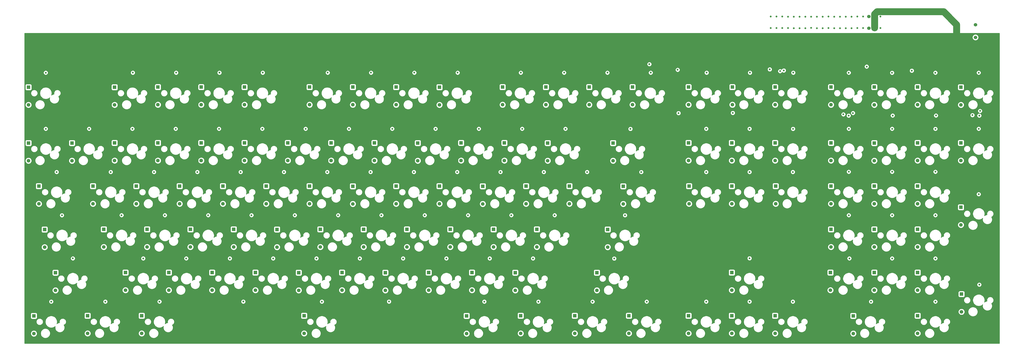
<source format=gbr>
G04 #@! TF.GenerationSoftware,KiCad,Pcbnew,(5.1.10)-1*
G04 #@! TF.CreationDate,2021-10-17T00:38:24+10:00*
G04 #@! TF.ProjectId,RedPyKeeb_mainboard,52656450-794b-4656-9562-5f6d61696e62,rev?*
G04 #@! TF.SameCoordinates,Original*
G04 #@! TF.FileFunction,Copper,L2,Inr*
G04 #@! TF.FilePolarity,Positive*
%FSLAX46Y46*%
G04 Gerber Fmt 4.6, Leading zero omitted, Abs format (unit mm)*
G04 Created by KiCad (PCBNEW (5.1.10)-1) date 2021-10-17 00:38:24*
%MOMM*%
%LPD*%
G01*
G04 APERTURE LIST*
G04 #@! TA.AperFunction,ComponentPad*
%ADD10C,0.800000*%
G04 #@! TD*
G04 #@! TA.AperFunction,ComponentPad*
%ADD11C,1.600000*%
G04 #@! TD*
G04 #@! TA.AperFunction,ComponentPad*
%ADD12R,1.600000X1.600000*%
G04 #@! TD*
G04 #@! TA.AperFunction,ViaPad*
%ADD13C,0.800000*%
G04 #@! TD*
G04 #@! TA.AperFunction,ViaPad*
%ADD14C,1.524000*%
G04 #@! TD*
G04 #@! TA.AperFunction,Conductor*
%ADD15C,3.048000*%
G04 #@! TD*
G04 #@! TA.AperFunction,Conductor*
%ADD16C,0.254000*%
G04 #@! TD*
G04 #@! TA.AperFunction,Conductor*
%ADD17C,0.100000*%
G04 #@! TD*
G04 APERTURE END LIST*
D10*
X63690500Y-46545500D03*
X64833500Y-49720500D03*
D11*
X93789500Y-60681700D03*
D12*
X93789500Y-52881700D03*
D11*
X74739500Y-60681700D03*
D12*
X74739500Y-52881700D03*
X55689500Y-52932500D03*
D11*
X55689500Y-60732500D03*
D10*
X102933500Y-49720500D03*
X101790500Y-46545500D03*
X121983500Y-49720500D03*
X120840500Y-46545500D03*
X83883500Y-49720500D03*
X82740500Y-46545500D03*
D11*
X112839500Y-60681700D03*
D12*
X112839500Y-52881700D03*
D10*
X437165750Y-143160750D03*
X436022750Y-139985750D03*
D11*
X428212250Y-151962950D03*
D12*
X428212250Y-144162950D03*
D10*
X417861750Y-150653750D03*
X416718750Y-147478750D03*
D11*
X408908250Y-161487950D03*
D12*
X408908250Y-153687950D03*
D10*
X417861750Y-131603750D03*
X416718750Y-128428750D03*
D11*
X408908250Y-142437950D03*
D12*
X408908250Y-134637950D03*
D11*
X389858250Y-142437950D03*
D12*
X389858250Y-134637950D03*
D10*
X398811750Y-131603750D03*
X397668750Y-128428750D03*
X417861750Y-112553750D03*
X416718750Y-109378750D03*
D11*
X408908250Y-123387950D03*
D12*
X408908250Y-115587950D03*
D10*
X398811750Y-112553750D03*
X397668750Y-109378750D03*
D11*
X389858250Y-123387950D03*
D12*
X389858250Y-115587950D03*
D10*
X389540750Y-150653750D03*
X388397750Y-147478750D03*
D11*
X380587250Y-161538750D03*
D12*
X380587250Y-153738750D03*
D10*
X380015750Y-131603750D03*
X378872750Y-128428750D03*
D11*
X370554250Y-142437950D03*
D12*
X370554250Y-134637950D03*
D10*
X379761750Y-112553750D03*
X378618750Y-109378750D03*
D11*
X370808250Y-123387950D03*
D12*
X370808250Y-115587950D03*
D10*
X436911750Y-103282750D03*
X435768750Y-100107750D03*
D11*
X427958250Y-113659750D03*
D12*
X427958250Y-105859750D03*
D10*
X417861750Y-93402150D03*
X416718750Y-90227150D03*
D11*
X408908250Y-104337950D03*
D12*
X408908250Y-96537950D03*
D10*
X398811750Y-93402150D03*
X397668750Y-90227150D03*
D11*
X389858250Y-104337950D03*
D12*
X389858250Y-96537950D03*
D11*
X370808250Y-104337950D03*
D12*
X370808250Y-96537950D03*
D10*
X379761750Y-93402150D03*
X378618750Y-90227150D03*
X436911750Y-74453750D03*
X435768750Y-71278750D03*
D11*
X427958250Y-85287950D03*
D12*
X427958250Y-77487950D03*
D10*
X417861750Y-74466450D03*
X416718750Y-71291450D03*
D11*
X408908250Y-85287950D03*
D12*
X408908250Y-77487950D03*
D10*
X397668750Y-71278750D03*
X398811750Y-74453750D03*
D12*
X389858250Y-77538750D03*
D11*
X389858250Y-85338750D03*
X370808250Y-85287950D03*
D12*
X370808250Y-77487950D03*
D10*
X379761750Y-74453750D03*
X378618750Y-71278750D03*
X436911750Y-49733200D03*
X435768750Y-46558200D03*
X437165750Y-68643500D03*
X436022750Y-65468500D03*
D11*
X427958250Y-60732500D03*
D12*
X427958250Y-52932500D03*
D10*
X418115750Y-68592700D03*
X416972750Y-65417700D03*
X417849050Y-49733200D03*
X416706050Y-46558200D03*
D11*
X408908250Y-60681700D03*
D12*
X408908250Y-52881700D03*
D10*
X399065750Y-68605400D03*
X397922750Y-65430400D03*
X398799050Y-49745900D03*
X397656050Y-46570900D03*
D11*
X389858250Y-60694400D03*
D12*
X389858250Y-52894400D03*
D10*
X378606050Y-46558200D03*
X379749050Y-49733200D03*
D12*
X308102000Y-52881700D03*
D11*
X308102000Y-60681700D03*
D10*
X316103000Y-46545500D03*
X317246000Y-49720500D03*
X315912500Y-71278750D03*
X317055500Y-74453750D03*
D12*
X308102000Y-77487950D03*
D11*
X308102000Y-85287950D03*
D10*
X336105500Y-74453750D03*
X334962500Y-71278750D03*
X378555250Y-65468500D03*
X379698250Y-68643500D03*
D12*
X370808250Y-52881700D03*
D11*
X370808250Y-60681700D03*
D10*
X354203000Y-46545500D03*
X355346000Y-49720500D03*
X335153000Y-46545500D03*
X336296000Y-49720500D03*
D12*
X327406000Y-52881700D03*
D11*
X327406000Y-60681700D03*
D10*
X354012500Y-147478750D03*
X355155500Y-150653750D03*
D12*
X346202000Y-153687950D03*
D11*
X346202000Y-161487950D03*
D12*
X327152000Y-134637950D03*
D11*
X327152000Y-142437950D03*
D10*
X334962500Y-128377950D03*
X336105500Y-131552950D03*
D11*
X327152000Y-161487950D03*
D12*
X327152000Y-153687950D03*
D10*
X334962500Y-90328750D03*
X336105500Y-93503750D03*
X354090700Y-71304150D03*
X355233700Y-74479150D03*
D11*
X308356000Y-104337950D03*
D12*
X308356000Y-96537950D03*
D10*
X317055500Y-93503750D03*
X315912500Y-90328750D03*
D11*
X346456000Y-104337950D03*
D12*
X346456000Y-96537950D03*
X346202000Y-77487950D03*
D11*
X346202000Y-85287950D03*
D12*
X346202000Y-52881700D03*
D11*
X346202000Y-60681700D03*
D12*
X308102000Y-153687950D03*
D11*
X308102000Y-161487950D03*
D10*
X355155500Y-93503750D03*
X354012500Y-90328750D03*
D12*
X327152000Y-96537950D03*
D11*
X327152000Y-104337950D03*
D10*
X315912500Y-147478750D03*
X317055500Y-150653750D03*
X336105500Y-150653750D03*
X334962500Y-147478750D03*
D11*
X327152000Y-85287950D03*
D12*
X327152000Y-77487950D03*
D11*
X281908250Y-161487950D03*
D12*
X281908250Y-153687950D03*
D10*
X290861750Y-150653750D03*
X289718750Y-147478750D03*
D11*
X258095750Y-161487950D03*
D12*
X258095750Y-153687950D03*
D10*
X267049250Y-150653750D03*
X265906250Y-147478750D03*
D11*
X234283250Y-161487950D03*
D12*
X234283250Y-153687950D03*
D10*
X243236750Y-150653750D03*
X242093750Y-147478750D03*
D11*
X210496150Y-161551450D03*
D12*
X210496150Y-153751450D03*
D10*
X219449650Y-150653750D03*
X218306650Y-147478750D03*
X147986750Y-150653750D03*
X146843750Y-147478750D03*
X113417350Y-150641050D03*
X112274350Y-147466050D03*
D11*
X139033250Y-161487950D03*
D12*
X139033250Y-153687950D03*
D10*
X177514250Y-150628350D03*
X176371250Y-147453350D03*
X76549250Y-150653750D03*
X75406250Y-147478750D03*
D11*
X67595750Y-161487950D03*
D12*
X67595750Y-153687950D03*
D10*
X52736750Y-150653750D03*
X51593750Y-147478750D03*
D11*
X43783250Y-161487950D03*
D12*
X43783250Y-153687950D03*
D11*
X267811250Y-142488750D03*
D12*
X267811250Y-134688750D03*
D10*
X276574250Y-131654550D03*
X275431250Y-128479550D03*
D11*
X231902000Y-142488750D03*
D12*
X231902000Y-134688750D03*
D10*
X240855500Y-131603750D03*
X239712500Y-128428750D03*
D11*
X212852000Y-142437950D03*
D12*
X212852000Y-134637950D03*
D10*
X221805500Y-131603750D03*
X220662500Y-128428750D03*
D11*
X193802000Y-142437950D03*
D12*
X193802000Y-134637950D03*
D10*
X202755500Y-131603750D03*
X201612500Y-128428750D03*
D11*
X174752000Y-142488750D03*
D12*
X174752000Y-134688750D03*
D10*
X183705500Y-131603750D03*
X182562500Y-128428750D03*
D11*
X155702000Y-142437950D03*
D12*
X155702000Y-134637950D03*
D10*
X164655500Y-131603750D03*
X163512500Y-128428750D03*
D11*
X136652000Y-142488750D03*
D12*
X136652000Y-134688750D03*
D10*
X145605500Y-131603750D03*
X144462500Y-128428750D03*
D11*
X117602000Y-142437950D03*
D12*
X117602000Y-134637950D03*
D10*
X126555500Y-131603750D03*
X125412500Y-128428750D03*
X107505500Y-131603750D03*
X106362500Y-128428750D03*
D11*
X98552000Y-142437950D03*
D12*
X98552000Y-134637950D03*
D10*
X88315500Y-131603750D03*
X87172500Y-128428750D03*
D11*
X79502000Y-142437950D03*
D12*
X79502000Y-134637950D03*
D10*
X69405500Y-131603750D03*
X68262500Y-128428750D03*
D11*
X60452000Y-142437950D03*
D12*
X60452000Y-134637950D03*
D11*
X272573750Y-123438750D03*
D12*
X272573750Y-115638750D03*
D10*
X281311350Y-112566450D03*
X280168350Y-109391450D03*
D11*
X241427000Y-123387950D03*
D12*
X241427000Y-115587950D03*
D10*
X250380500Y-112553750D03*
X249237500Y-109378750D03*
D11*
X222377000Y-123387950D03*
D12*
X222377000Y-115587950D03*
D10*
X231330500Y-112553750D03*
X230187500Y-109378750D03*
D11*
X203327000Y-123387950D03*
D12*
X203327000Y-115587950D03*
D10*
X212280500Y-112553750D03*
X211137500Y-109378750D03*
D11*
X184277000Y-123387950D03*
D12*
X184277000Y-115587950D03*
D10*
X193230500Y-112553750D03*
X192087500Y-109378750D03*
D11*
X165227000Y-123387950D03*
D12*
X165227000Y-115587950D03*
D10*
X174180500Y-112553750D03*
X173037500Y-109378750D03*
D11*
X146177000Y-123387950D03*
D12*
X146177000Y-115587950D03*
D10*
X155130500Y-112553750D03*
X153987500Y-109378750D03*
D11*
X127127000Y-123438750D03*
D12*
X127127000Y-115638750D03*
D10*
X136080500Y-112553750D03*
X134937500Y-109378750D03*
D11*
X108077000Y-123387950D03*
D12*
X108077000Y-115587950D03*
D10*
X117030500Y-112553750D03*
X115887500Y-109378750D03*
X97980500Y-112553750D03*
X96837500Y-109378750D03*
D11*
X89027000Y-123387950D03*
D12*
X89027000Y-115587950D03*
D10*
X78930500Y-112553750D03*
X77787500Y-109378750D03*
D11*
X69977000Y-123387950D03*
D12*
X69977000Y-115587950D03*
D10*
X59880500Y-112553750D03*
X58737500Y-109378750D03*
D11*
X50927000Y-123387950D03*
D12*
X50927000Y-115587950D03*
D11*
X279400000Y-104388750D03*
D12*
X279400000Y-96588750D03*
D10*
X288467800Y-93516450D03*
X287324800Y-90341450D03*
D11*
X255714500Y-104337950D03*
D12*
X255714500Y-96537950D03*
D10*
X264668000Y-93503750D03*
X263525000Y-90328750D03*
D11*
X236664500Y-104337950D03*
D12*
X236664500Y-96537950D03*
D10*
X245618000Y-93503750D03*
X244475000Y-90328750D03*
D11*
X217614500Y-104388750D03*
D12*
X217614500Y-96588750D03*
D10*
X226568000Y-93503750D03*
X225425000Y-90328750D03*
D11*
X198564500Y-104337950D03*
D12*
X198564500Y-96537950D03*
D10*
X207518000Y-93503750D03*
X206375000Y-90328750D03*
D11*
X179514500Y-104337950D03*
D12*
X179514500Y-96537950D03*
D10*
X188468000Y-93503750D03*
X187325000Y-90328750D03*
D11*
X160464500Y-104388750D03*
D12*
X160464500Y-96588750D03*
D10*
X169418000Y-93503750D03*
X168275000Y-90328750D03*
D11*
X141414500Y-104337950D03*
D12*
X141414500Y-96537950D03*
D10*
X150368000Y-93503750D03*
X149225000Y-90328750D03*
D11*
X122364500Y-104337950D03*
D12*
X122364500Y-96537950D03*
D10*
X131318000Y-93503750D03*
X130175000Y-90328750D03*
D11*
X103314500Y-104337950D03*
D12*
X103314500Y-96537950D03*
D10*
X112268000Y-93503750D03*
X111125000Y-90328750D03*
X93218000Y-93503750D03*
X92075000Y-90328750D03*
D11*
X84264500Y-104337950D03*
D12*
X84264500Y-96537950D03*
D10*
X74168000Y-93503750D03*
X73025000Y-90328750D03*
D11*
X65214500Y-104337950D03*
D12*
X65214500Y-96537950D03*
D10*
X55118000Y-93503750D03*
X53975000Y-90328750D03*
D11*
X46164500Y-104337950D03*
D12*
X46164500Y-96537950D03*
D11*
X20161250Y-161538750D03*
D12*
X20161250Y-153738750D03*
D10*
X28924250Y-150653750D03*
X27781250Y-147478750D03*
D11*
X29686250Y-142488750D03*
D12*
X29686250Y-134688750D03*
D10*
X38449250Y-131591050D03*
X37306250Y-128416050D03*
D11*
X24885650Y-123464150D03*
D12*
X24885650Y-115664150D03*
D10*
X33648650Y-112579150D03*
X32505650Y-109404150D03*
X292639750Y-49720500D03*
X291496750Y-46545500D03*
D11*
X245395750Y-60681700D03*
D12*
X245395750Y-52881700D03*
D11*
X226345750Y-60681700D03*
D12*
X226345750Y-52881700D03*
D10*
X235489750Y-49720500D03*
X234346750Y-46545500D03*
D11*
X264445750Y-60681700D03*
D12*
X264445750Y-52881700D03*
D10*
X273589750Y-49720500D03*
X272446750Y-46545500D03*
D11*
X283495750Y-60681700D03*
D12*
X283495750Y-52881700D03*
D10*
X254539750Y-49720500D03*
X253396750Y-46545500D03*
D12*
X198564500Y-52932500D03*
D11*
X198564500Y-60732500D03*
D12*
X141414500Y-52881700D03*
D11*
X141414500Y-60681700D03*
X160464500Y-60681700D03*
D12*
X160464500Y-52881700D03*
D11*
X179514500Y-60681700D03*
D12*
X179514500Y-52881700D03*
D10*
X169608500Y-49720500D03*
X168465500Y-46545500D03*
X188658500Y-49720500D03*
X187515500Y-46545500D03*
X149415500Y-46545500D03*
X150558500Y-49720500D03*
X206565500Y-46545500D03*
X207708500Y-49720500D03*
X64643000Y-74453750D03*
X63500000Y-71278750D03*
X45593000Y-74453750D03*
X44450000Y-71278750D03*
X82550000Y-71278750D03*
X83693000Y-74453750D03*
D11*
X93789500Y-85287950D03*
D12*
X93789500Y-77487950D03*
D11*
X112839500Y-85287950D03*
D12*
X112839500Y-77487950D03*
D11*
X150939500Y-85287950D03*
D12*
X150939500Y-77487950D03*
D11*
X169989500Y-85287950D03*
D12*
X169989500Y-77487950D03*
D11*
X189039500Y-85338750D03*
D12*
X189039500Y-77538750D03*
D11*
X131889500Y-85287950D03*
D12*
X131889500Y-77487950D03*
X74739500Y-77487950D03*
D11*
X74739500Y-85287950D03*
X36918900Y-85338750D03*
D12*
X36918900Y-77538750D03*
D11*
X17780000Y-85338750D03*
D12*
X17780000Y-77538750D03*
D11*
X55689500Y-85287950D03*
D12*
X55689500Y-77487950D03*
D10*
X26543000Y-74453750D03*
X25400000Y-71278750D03*
D11*
X208089500Y-85287950D03*
D12*
X208089500Y-77487950D03*
D11*
X227139500Y-85287950D03*
D12*
X227139500Y-77487950D03*
D11*
X274955000Y-85338750D03*
D12*
X274955000Y-77538750D03*
D11*
X246189500Y-85338750D03*
D12*
X246189500Y-77538750D03*
D10*
X236093000Y-74453750D03*
X234950000Y-71278750D03*
X283718000Y-74504550D03*
X282575000Y-71329550D03*
X255143000Y-74453750D03*
X254000000Y-71278750D03*
X140843000Y-74453750D03*
X139700000Y-71278750D03*
X102743000Y-74453750D03*
X101600000Y-71278750D03*
X121793000Y-74453750D03*
X120650000Y-71278750D03*
X217043000Y-74453750D03*
X215900000Y-71278750D03*
X197993000Y-74453750D03*
X196850000Y-71278750D03*
X159893000Y-74453750D03*
X158750000Y-71278750D03*
X178943000Y-74453750D03*
X177800000Y-71278750D03*
D12*
X17780000Y-52932500D03*
D11*
X17780000Y-60732500D03*
D10*
X25400000Y-46558200D03*
X26543000Y-49733200D03*
X30175200Y-90335100D03*
X31318200Y-93510100D03*
D12*
X22352000Y-96545400D03*
D11*
X22352000Y-104345400D03*
D13*
X351891600Y-26845500D03*
X406323800Y-45643800D03*
D14*
X387477000Y-21820900D03*
X434340000Y-30975300D03*
X434340000Y-25387300D03*
X387477000Y-26911300D03*
D13*
X359537000Y-21831300D03*
X359537000Y-26911300D03*
X356997000Y-21831300D03*
X356997000Y-26911300D03*
X354457000Y-21831300D03*
X354457000Y-26911300D03*
X351917000Y-21831300D03*
X362077000Y-26784300D03*
X362077000Y-21831300D03*
X364617000Y-26911300D03*
X364617000Y-21831300D03*
X367157000Y-26911300D03*
X367157000Y-21831300D03*
X372237000Y-26911300D03*
X379857000Y-26911300D03*
X377317000Y-21831300D03*
X377317000Y-26911300D03*
X374777000Y-21831300D03*
X374777000Y-26911300D03*
X372237000Y-21831300D03*
X369671600Y-21795500D03*
X369671600Y-26845500D03*
D14*
X426085000Y-31102300D03*
X390017000Y-26820100D03*
X426085000Y-25387300D03*
X390017000Y-21831300D03*
D13*
X349351600Y-21795500D03*
X386486400Y-43840400D03*
X349351600Y-26845500D03*
X350036400Y-45568600D03*
X346811600Y-21795500D03*
X348397599Y-45861201D03*
X346811600Y-26845500D03*
X343852500Y-45072300D03*
X303733200Y-64350900D03*
X327583800Y-64274700D03*
X344271600Y-21795500D03*
X303339500Y-45275500D03*
X344271600Y-26845500D03*
X290893500Y-42786300D03*
X379857000Y-21831300D03*
X392531600Y-21795500D03*
X380466600Y-64338200D03*
X376237500Y-64909700D03*
X392531600Y-26845500D03*
X436364300Y-63385700D03*
X433000000Y-65250000D03*
X382358900Y-26873200D03*
X382358900Y-21805900D03*
X384898900Y-26860500D03*
X384898900Y-21793200D03*
D15*
X426085000Y-25387300D02*
X426085000Y-31102300D01*
X420369199Y-19671499D02*
X426085000Y-25387300D01*
X391099171Y-19671499D02*
X420369199Y-19671499D01*
X390017000Y-20753670D02*
X391099171Y-19671499D01*
X390017000Y-21831300D02*
X390017000Y-20753670D01*
X390017000Y-26820100D02*
X390017000Y-21831300D01*
D16*
X444873000Y-165873000D02*
X16127000Y-165873000D01*
X16127000Y-161397415D01*
X18726250Y-161397415D01*
X18726250Y-161680085D01*
X18781397Y-161957324D01*
X18889570Y-162218477D01*
X19046613Y-162453509D01*
X19246491Y-162653387D01*
X19481523Y-162810430D01*
X19742676Y-162918603D01*
X20019915Y-162973750D01*
X20302585Y-162973750D01*
X20579824Y-162918603D01*
X20840977Y-162810430D01*
X21076009Y-162653387D01*
X21275887Y-162453509D01*
X21432930Y-162218477D01*
X21541103Y-161957324D01*
X21596250Y-161680085D01*
X21596250Y-161397415D01*
X21564634Y-161238471D01*
X23106250Y-161238471D01*
X23106250Y-161659029D01*
X23188297Y-162071506D01*
X23349238Y-162460052D01*
X23582887Y-162809733D01*
X23880267Y-163107113D01*
X24229948Y-163340762D01*
X24618494Y-163501703D01*
X25030971Y-163583750D01*
X25451529Y-163583750D01*
X25864006Y-163501703D01*
X26252552Y-163340762D01*
X26602233Y-163107113D01*
X26899613Y-162809733D01*
X27133262Y-162460052D01*
X27294203Y-162071506D01*
X27376250Y-161659029D01*
X27376250Y-161346615D01*
X42348250Y-161346615D01*
X42348250Y-161629285D01*
X42403397Y-161906524D01*
X42511570Y-162167677D01*
X42668613Y-162402709D01*
X42868491Y-162602587D01*
X43103523Y-162759630D01*
X43364676Y-162867803D01*
X43641915Y-162922950D01*
X43924585Y-162922950D01*
X44201824Y-162867803D01*
X44462977Y-162759630D01*
X44698009Y-162602587D01*
X44897887Y-162402709D01*
X45054930Y-162167677D01*
X45163103Y-161906524D01*
X45218250Y-161629285D01*
X45218250Y-161346615D01*
X45196739Y-161238471D01*
X46918750Y-161238471D01*
X46918750Y-161659029D01*
X47000797Y-162071506D01*
X47161738Y-162460052D01*
X47395387Y-162809733D01*
X47692767Y-163107113D01*
X48042448Y-163340762D01*
X48430994Y-163501703D01*
X48843471Y-163583750D01*
X49264029Y-163583750D01*
X49676506Y-163501703D01*
X50065052Y-163340762D01*
X50414733Y-163107113D01*
X50712113Y-162809733D01*
X50945762Y-162460052D01*
X51106703Y-162071506D01*
X51188750Y-161659029D01*
X51188750Y-161346615D01*
X66160750Y-161346615D01*
X66160750Y-161629285D01*
X66215897Y-161906524D01*
X66324070Y-162167677D01*
X66481113Y-162402709D01*
X66680991Y-162602587D01*
X66916023Y-162759630D01*
X67177176Y-162867803D01*
X67454415Y-162922950D01*
X67737085Y-162922950D01*
X68014324Y-162867803D01*
X68275477Y-162759630D01*
X68510509Y-162602587D01*
X68710387Y-162402709D01*
X68867430Y-162167677D01*
X68975603Y-161906524D01*
X69030750Y-161629285D01*
X69030750Y-161346615D01*
X69009239Y-161238471D01*
X70731250Y-161238471D01*
X70731250Y-161659029D01*
X70813297Y-162071506D01*
X70974238Y-162460052D01*
X71207887Y-162809733D01*
X71505267Y-163107113D01*
X71854948Y-163340762D01*
X72243494Y-163501703D01*
X72655971Y-163583750D01*
X73076529Y-163583750D01*
X73489006Y-163501703D01*
X73877552Y-163340762D01*
X74227233Y-163107113D01*
X74524613Y-162809733D01*
X74758262Y-162460052D01*
X74919203Y-162071506D01*
X75001250Y-161659029D01*
X75001250Y-161346615D01*
X137598250Y-161346615D01*
X137598250Y-161629285D01*
X137653397Y-161906524D01*
X137761570Y-162167677D01*
X137918613Y-162402709D01*
X138118491Y-162602587D01*
X138353523Y-162759630D01*
X138614676Y-162867803D01*
X138891915Y-162922950D01*
X139174585Y-162922950D01*
X139451824Y-162867803D01*
X139712977Y-162759630D01*
X139948009Y-162602587D01*
X140147887Y-162402709D01*
X140304930Y-162167677D01*
X140413103Y-161906524D01*
X140468250Y-161629285D01*
X140468250Y-161346615D01*
X140446739Y-161238471D01*
X142168750Y-161238471D01*
X142168750Y-161659029D01*
X142250797Y-162071506D01*
X142411738Y-162460052D01*
X142645387Y-162809733D01*
X142942767Y-163107113D01*
X143292448Y-163340762D01*
X143680994Y-163501703D01*
X144093471Y-163583750D01*
X144514029Y-163583750D01*
X144926506Y-163501703D01*
X145315052Y-163340762D01*
X145664733Y-163107113D01*
X145962113Y-162809733D01*
X146195762Y-162460052D01*
X146356703Y-162071506D01*
X146438750Y-161659029D01*
X146438750Y-161410115D01*
X209061150Y-161410115D01*
X209061150Y-161692785D01*
X209116297Y-161970024D01*
X209224470Y-162231177D01*
X209381513Y-162466209D01*
X209581391Y-162666087D01*
X209816423Y-162823130D01*
X210077576Y-162931303D01*
X210354815Y-162986450D01*
X210637485Y-162986450D01*
X210914724Y-162931303D01*
X211175877Y-162823130D01*
X211410909Y-162666087D01*
X211610787Y-162466209D01*
X211767830Y-162231177D01*
X211876003Y-161970024D01*
X211931150Y-161692785D01*
X211931150Y-161410115D01*
X211897008Y-161238471D01*
X213606250Y-161238471D01*
X213606250Y-161659029D01*
X213688297Y-162071506D01*
X213849238Y-162460052D01*
X214082887Y-162809733D01*
X214380267Y-163107113D01*
X214729948Y-163340762D01*
X215118494Y-163501703D01*
X215530971Y-163583750D01*
X215951529Y-163583750D01*
X216364006Y-163501703D01*
X216752552Y-163340762D01*
X217102233Y-163107113D01*
X217399613Y-162809733D01*
X217633262Y-162460052D01*
X217794203Y-162071506D01*
X217876250Y-161659029D01*
X217876250Y-161346615D01*
X232848250Y-161346615D01*
X232848250Y-161629285D01*
X232903397Y-161906524D01*
X233011570Y-162167677D01*
X233168613Y-162402709D01*
X233368491Y-162602587D01*
X233603523Y-162759630D01*
X233864676Y-162867803D01*
X234141915Y-162922950D01*
X234424585Y-162922950D01*
X234701824Y-162867803D01*
X234962977Y-162759630D01*
X235198009Y-162602587D01*
X235397887Y-162402709D01*
X235554930Y-162167677D01*
X235663103Y-161906524D01*
X235718250Y-161629285D01*
X235718250Y-161346615D01*
X235696739Y-161238471D01*
X237418750Y-161238471D01*
X237418750Y-161659029D01*
X237500797Y-162071506D01*
X237661738Y-162460052D01*
X237895387Y-162809733D01*
X238192767Y-163107113D01*
X238542448Y-163340762D01*
X238930994Y-163501703D01*
X239343471Y-163583750D01*
X239764029Y-163583750D01*
X240176506Y-163501703D01*
X240565052Y-163340762D01*
X240914733Y-163107113D01*
X241212113Y-162809733D01*
X241445762Y-162460052D01*
X241606703Y-162071506D01*
X241688750Y-161659029D01*
X241688750Y-161346615D01*
X256660750Y-161346615D01*
X256660750Y-161629285D01*
X256715897Y-161906524D01*
X256824070Y-162167677D01*
X256981113Y-162402709D01*
X257180991Y-162602587D01*
X257416023Y-162759630D01*
X257677176Y-162867803D01*
X257954415Y-162922950D01*
X258237085Y-162922950D01*
X258514324Y-162867803D01*
X258775477Y-162759630D01*
X259010509Y-162602587D01*
X259210387Y-162402709D01*
X259367430Y-162167677D01*
X259475603Y-161906524D01*
X259530750Y-161629285D01*
X259530750Y-161346615D01*
X259509239Y-161238471D01*
X261231250Y-161238471D01*
X261231250Y-161659029D01*
X261313297Y-162071506D01*
X261474238Y-162460052D01*
X261707887Y-162809733D01*
X262005267Y-163107113D01*
X262354948Y-163340762D01*
X262743494Y-163501703D01*
X263155971Y-163583750D01*
X263576529Y-163583750D01*
X263989006Y-163501703D01*
X264377552Y-163340762D01*
X264727233Y-163107113D01*
X265024613Y-162809733D01*
X265258262Y-162460052D01*
X265419203Y-162071506D01*
X265501250Y-161659029D01*
X265501250Y-161346615D01*
X280473250Y-161346615D01*
X280473250Y-161629285D01*
X280528397Y-161906524D01*
X280636570Y-162167677D01*
X280793613Y-162402709D01*
X280993491Y-162602587D01*
X281228523Y-162759630D01*
X281489676Y-162867803D01*
X281766915Y-162922950D01*
X282049585Y-162922950D01*
X282326824Y-162867803D01*
X282587977Y-162759630D01*
X282823009Y-162602587D01*
X283022887Y-162402709D01*
X283179930Y-162167677D01*
X283288103Y-161906524D01*
X283343250Y-161629285D01*
X283343250Y-161346615D01*
X283321739Y-161238471D01*
X285043750Y-161238471D01*
X285043750Y-161659029D01*
X285125797Y-162071506D01*
X285286738Y-162460052D01*
X285520387Y-162809733D01*
X285817767Y-163107113D01*
X286167448Y-163340762D01*
X286555994Y-163501703D01*
X286968471Y-163583750D01*
X287389029Y-163583750D01*
X287801506Y-163501703D01*
X288190052Y-163340762D01*
X288539733Y-163107113D01*
X288837113Y-162809733D01*
X289070762Y-162460052D01*
X289231703Y-162071506D01*
X289313750Y-161659029D01*
X289313750Y-161346615D01*
X306667000Y-161346615D01*
X306667000Y-161629285D01*
X306722147Y-161906524D01*
X306830320Y-162167677D01*
X306987363Y-162402709D01*
X307187241Y-162602587D01*
X307422273Y-162759630D01*
X307683426Y-162867803D01*
X307960665Y-162922950D01*
X308243335Y-162922950D01*
X308520574Y-162867803D01*
X308781727Y-162759630D01*
X309016759Y-162602587D01*
X309216637Y-162402709D01*
X309373680Y-162167677D01*
X309481853Y-161906524D01*
X309537000Y-161629285D01*
X309537000Y-161346615D01*
X309515489Y-161238471D01*
X311237500Y-161238471D01*
X311237500Y-161659029D01*
X311319547Y-162071506D01*
X311480488Y-162460052D01*
X311714137Y-162809733D01*
X312011517Y-163107113D01*
X312361198Y-163340762D01*
X312749744Y-163501703D01*
X313162221Y-163583750D01*
X313582779Y-163583750D01*
X313995256Y-163501703D01*
X314383802Y-163340762D01*
X314733483Y-163107113D01*
X315030863Y-162809733D01*
X315264512Y-162460052D01*
X315425453Y-162071506D01*
X315507500Y-161659029D01*
X315507500Y-161346615D01*
X325717000Y-161346615D01*
X325717000Y-161629285D01*
X325772147Y-161906524D01*
X325880320Y-162167677D01*
X326037363Y-162402709D01*
X326237241Y-162602587D01*
X326472273Y-162759630D01*
X326733426Y-162867803D01*
X327010665Y-162922950D01*
X327293335Y-162922950D01*
X327570574Y-162867803D01*
X327831727Y-162759630D01*
X328066759Y-162602587D01*
X328266637Y-162402709D01*
X328423680Y-162167677D01*
X328531853Y-161906524D01*
X328587000Y-161629285D01*
X328587000Y-161346615D01*
X328565489Y-161238471D01*
X330287500Y-161238471D01*
X330287500Y-161659029D01*
X330369547Y-162071506D01*
X330530488Y-162460052D01*
X330764137Y-162809733D01*
X331061517Y-163107113D01*
X331411198Y-163340762D01*
X331799744Y-163501703D01*
X332212221Y-163583750D01*
X332632779Y-163583750D01*
X333045256Y-163501703D01*
X333433802Y-163340762D01*
X333783483Y-163107113D01*
X334080863Y-162809733D01*
X334314512Y-162460052D01*
X334475453Y-162071506D01*
X334557500Y-161659029D01*
X334557500Y-161346615D01*
X344767000Y-161346615D01*
X344767000Y-161629285D01*
X344822147Y-161906524D01*
X344930320Y-162167677D01*
X345087363Y-162402709D01*
X345287241Y-162602587D01*
X345522273Y-162759630D01*
X345783426Y-162867803D01*
X346060665Y-162922950D01*
X346343335Y-162922950D01*
X346620574Y-162867803D01*
X346881727Y-162759630D01*
X347116759Y-162602587D01*
X347316637Y-162402709D01*
X347473680Y-162167677D01*
X347581853Y-161906524D01*
X347637000Y-161629285D01*
X347637000Y-161346615D01*
X347615489Y-161238471D01*
X349337500Y-161238471D01*
X349337500Y-161659029D01*
X349419547Y-162071506D01*
X349580488Y-162460052D01*
X349814137Y-162809733D01*
X350111517Y-163107113D01*
X350461198Y-163340762D01*
X350849744Y-163501703D01*
X351262221Y-163583750D01*
X351682779Y-163583750D01*
X352095256Y-163501703D01*
X352483802Y-163340762D01*
X352833483Y-163107113D01*
X353130863Y-162809733D01*
X353364512Y-162460052D01*
X353525453Y-162071506D01*
X353607500Y-161659029D01*
X353607500Y-161397415D01*
X379152250Y-161397415D01*
X379152250Y-161680085D01*
X379207397Y-161957324D01*
X379315570Y-162218477D01*
X379472613Y-162453509D01*
X379672491Y-162653387D01*
X379907523Y-162810430D01*
X380168676Y-162918603D01*
X380445915Y-162973750D01*
X380728585Y-162973750D01*
X381005824Y-162918603D01*
X381266977Y-162810430D01*
X381502009Y-162653387D01*
X381701887Y-162453509D01*
X381858930Y-162218477D01*
X381967103Y-161957324D01*
X382022250Y-161680085D01*
X382022250Y-161397415D01*
X381990634Y-161238471D01*
X383468750Y-161238471D01*
X383468750Y-161659029D01*
X383550797Y-162071506D01*
X383711738Y-162460052D01*
X383945387Y-162809733D01*
X384242767Y-163107113D01*
X384592448Y-163340762D01*
X384980994Y-163501703D01*
X385393471Y-163583750D01*
X385814029Y-163583750D01*
X386226506Y-163501703D01*
X386615052Y-163340762D01*
X386964733Y-163107113D01*
X387262113Y-162809733D01*
X387495762Y-162460052D01*
X387656703Y-162071506D01*
X387738750Y-161659029D01*
X387738750Y-161346615D01*
X407473250Y-161346615D01*
X407473250Y-161629285D01*
X407528397Y-161906524D01*
X407636570Y-162167677D01*
X407793613Y-162402709D01*
X407993491Y-162602587D01*
X408228523Y-162759630D01*
X408489676Y-162867803D01*
X408766915Y-162922950D01*
X409049585Y-162922950D01*
X409326824Y-162867803D01*
X409587977Y-162759630D01*
X409823009Y-162602587D01*
X410022887Y-162402709D01*
X410179930Y-162167677D01*
X410288103Y-161906524D01*
X410343250Y-161629285D01*
X410343250Y-161346615D01*
X410321739Y-161238471D01*
X412043750Y-161238471D01*
X412043750Y-161659029D01*
X412125797Y-162071506D01*
X412286738Y-162460052D01*
X412520387Y-162809733D01*
X412817767Y-163107113D01*
X413167448Y-163340762D01*
X413555994Y-163501703D01*
X413968471Y-163583750D01*
X414389029Y-163583750D01*
X414801506Y-163501703D01*
X415190052Y-163340762D01*
X415539733Y-163107113D01*
X415837113Y-162809733D01*
X416070762Y-162460052D01*
X416231703Y-162071506D01*
X416313750Y-161659029D01*
X416313750Y-161238471D01*
X416231703Y-160825994D01*
X416070762Y-160437448D01*
X415837113Y-160087767D01*
X415539733Y-159790387D01*
X415190052Y-159556738D01*
X414801506Y-159395797D01*
X414389029Y-159313750D01*
X413968471Y-159313750D01*
X413555994Y-159395797D01*
X413167448Y-159556738D01*
X412817767Y-159790387D01*
X412520387Y-160087767D01*
X412286738Y-160437448D01*
X412125797Y-160825994D01*
X412043750Y-161238471D01*
X410321739Y-161238471D01*
X410288103Y-161069376D01*
X410179930Y-160808223D01*
X410022887Y-160573191D01*
X409823009Y-160373313D01*
X409587977Y-160216270D01*
X409326824Y-160108097D01*
X409049585Y-160052950D01*
X408766915Y-160052950D01*
X408489676Y-160108097D01*
X408228523Y-160216270D01*
X407993491Y-160373313D01*
X407793613Y-160573191D01*
X407636570Y-160808223D01*
X407528397Y-161069376D01*
X407473250Y-161346615D01*
X387738750Y-161346615D01*
X387738750Y-161238471D01*
X387656703Y-160825994D01*
X387495762Y-160437448D01*
X387262113Y-160087767D01*
X386964733Y-159790387D01*
X386615052Y-159556738D01*
X386226506Y-159395797D01*
X385814029Y-159313750D01*
X385393471Y-159313750D01*
X384980994Y-159395797D01*
X384592448Y-159556738D01*
X384242767Y-159790387D01*
X383945387Y-160087767D01*
X383711738Y-160437448D01*
X383550797Y-160825994D01*
X383468750Y-161238471D01*
X381990634Y-161238471D01*
X381967103Y-161120176D01*
X381858930Y-160859023D01*
X381701887Y-160623991D01*
X381502009Y-160424113D01*
X381266977Y-160267070D01*
X381005824Y-160158897D01*
X380728585Y-160103750D01*
X380445915Y-160103750D01*
X380168676Y-160158897D01*
X379907523Y-160267070D01*
X379672491Y-160424113D01*
X379472613Y-160623991D01*
X379315570Y-160859023D01*
X379207397Y-161120176D01*
X379152250Y-161397415D01*
X353607500Y-161397415D01*
X353607500Y-161238471D01*
X353525453Y-160825994D01*
X353364512Y-160437448D01*
X353130863Y-160087767D01*
X352833483Y-159790387D01*
X352483802Y-159556738D01*
X352095256Y-159395797D01*
X351682779Y-159313750D01*
X351262221Y-159313750D01*
X350849744Y-159395797D01*
X350461198Y-159556738D01*
X350111517Y-159790387D01*
X349814137Y-160087767D01*
X349580488Y-160437448D01*
X349419547Y-160825994D01*
X349337500Y-161238471D01*
X347615489Y-161238471D01*
X347581853Y-161069376D01*
X347473680Y-160808223D01*
X347316637Y-160573191D01*
X347116759Y-160373313D01*
X346881727Y-160216270D01*
X346620574Y-160108097D01*
X346343335Y-160052950D01*
X346060665Y-160052950D01*
X345783426Y-160108097D01*
X345522273Y-160216270D01*
X345287241Y-160373313D01*
X345087363Y-160573191D01*
X344930320Y-160808223D01*
X344822147Y-161069376D01*
X344767000Y-161346615D01*
X334557500Y-161346615D01*
X334557500Y-161238471D01*
X334475453Y-160825994D01*
X334314512Y-160437448D01*
X334080863Y-160087767D01*
X333783483Y-159790387D01*
X333433802Y-159556738D01*
X333045256Y-159395797D01*
X332632779Y-159313750D01*
X332212221Y-159313750D01*
X331799744Y-159395797D01*
X331411198Y-159556738D01*
X331061517Y-159790387D01*
X330764137Y-160087767D01*
X330530488Y-160437448D01*
X330369547Y-160825994D01*
X330287500Y-161238471D01*
X328565489Y-161238471D01*
X328531853Y-161069376D01*
X328423680Y-160808223D01*
X328266637Y-160573191D01*
X328066759Y-160373313D01*
X327831727Y-160216270D01*
X327570574Y-160108097D01*
X327293335Y-160052950D01*
X327010665Y-160052950D01*
X326733426Y-160108097D01*
X326472273Y-160216270D01*
X326237241Y-160373313D01*
X326037363Y-160573191D01*
X325880320Y-160808223D01*
X325772147Y-161069376D01*
X325717000Y-161346615D01*
X315507500Y-161346615D01*
X315507500Y-161238471D01*
X315425453Y-160825994D01*
X315264512Y-160437448D01*
X315030863Y-160087767D01*
X314733483Y-159790387D01*
X314383802Y-159556738D01*
X313995256Y-159395797D01*
X313582779Y-159313750D01*
X313162221Y-159313750D01*
X312749744Y-159395797D01*
X312361198Y-159556738D01*
X312011517Y-159790387D01*
X311714137Y-160087767D01*
X311480488Y-160437448D01*
X311319547Y-160825994D01*
X311237500Y-161238471D01*
X309515489Y-161238471D01*
X309481853Y-161069376D01*
X309373680Y-160808223D01*
X309216637Y-160573191D01*
X309016759Y-160373313D01*
X308781727Y-160216270D01*
X308520574Y-160108097D01*
X308243335Y-160052950D01*
X307960665Y-160052950D01*
X307683426Y-160108097D01*
X307422273Y-160216270D01*
X307187241Y-160373313D01*
X306987363Y-160573191D01*
X306830320Y-160808223D01*
X306722147Y-161069376D01*
X306667000Y-161346615D01*
X289313750Y-161346615D01*
X289313750Y-161238471D01*
X289231703Y-160825994D01*
X289070762Y-160437448D01*
X288837113Y-160087767D01*
X288539733Y-159790387D01*
X288190052Y-159556738D01*
X287801506Y-159395797D01*
X287389029Y-159313750D01*
X286968471Y-159313750D01*
X286555994Y-159395797D01*
X286167448Y-159556738D01*
X285817767Y-159790387D01*
X285520387Y-160087767D01*
X285286738Y-160437448D01*
X285125797Y-160825994D01*
X285043750Y-161238471D01*
X283321739Y-161238471D01*
X283288103Y-161069376D01*
X283179930Y-160808223D01*
X283022887Y-160573191D01*
X282823009Y-160373313D01*
X282587977Y-160216270D01*
X282326824Y-160108097D01*
X282049585Y-160052950D01*
X281766915Y-160052950D01*
X281489676Y-160108097D01*
X281228523Y-160216270D01*
X280993491Y-160373313D01*
X280793613Y-160573191D01*
X280636570Y-160808223D01*
X280528397Y-161069376D01*
X280473250Y-161346615D01*
X265501250Y-161346615D01*
X265501250Y-161238471D01*
X265419203Y-160825994D01*
X265258262Y-160437448D01*
X265024613Y-160087767D01*
X264727233Y-159790387D01*
X264377552Y-159556738D01*
X263989006Y-159395797D01*
X263576529Y-159313750D01*
X263155971Y-159313750D01*
X262743494Y-159395797D01*
X262354948Y-159556738D01*
X262005267Y-159790387D01*
X261707887Y-160087767D01*
X261474238Y-160437448D01*
X261313297Y-160825994D01*
X261231250Y-161238471D01*
X259509239Y-161238471D01*
X259475603Y-161069376D01*
X259367430Y-160808223D01*
X259210387Y-160573191D01*
X259010509Y-160373313D01*
X258775477Y-160216270D01*
X258514324Y-160108097D01*
X258237085Y-160052950D01*
X257954415Y-160052950D01*
X257677176Y-160108097D01*
X257416023Y-160216270D01*
X257180991Y-160373313D01*
X256981113Y-160573191D01*
X256824070Y-160808223D01*
X256715897Y-161069376D01*
X256660750Y-161346615D01*
X241688750Y-161346615D01*
X241688750Y-161238471D01*
X241606703Y-160825994D01*
X241445762Y-160437448D01*
X241212113Y-160087767D01*
X240914733Y-159790387D01*
X240565052Y-159556738D01*
X240176506Y-159395797D01*
X239764029Y-159313750D01*
X239343471Y-159313750D01*
X238930994Y-159395797D01*
X238542448Y-159556738D01*
X238192767Y-159790387D01*
X237895387Y-160087767D01*
X237661738Y-160437448D01*
X237500797Y-160825994D01*
X237418750Y-161238471D01*
X235696739Y-161238471D01*
X235663103Y-161069376D01*
X235554930Y-160808223D01*
X235397887Y-160573191D01*
X235198009Y-160373313D01*
X234962977Y-160216270D01*
X234701824Y-160108097D01*
X234424585Y-160052950D01*
X234141915Y-160052950D01*
X233864676Y-160108097D01*
X233603523Y-160216270D01*
X233368491Y-160373313D01*
X233168613Y-160573191D01*
X233011570Y-160808223D01*
X232903397Y-161069376D01*
X232848250Y-161346615D01*
X217876250Y-161346615D01*
X217876250Y-161238471D01*
X217794203Y-160825994D01*
X217633262Y-160437448D01*
X217399613Y-160087767D01*
X217102233Y-159790387D01*
X216752552Y-159556738D01*
X216364006Y-159395797D01*
X215951529Y-159313750D01*
X215530971Y-159313750D01*
X215118494Y-159395797D01*
X214729948Y-159556738D01*
X214380267Y-159790387D01*
X214082887Y-160087767D01*
X213849238Y-160437448D01*
X213688297Y-160825994D01*
X213606250Y-161238471D01*
X211897008Y-161238471D01*
X211876003Y-161132876D01*
X211767830Y-160871723D01*
X211610787Y-160636691D01*
X211410909Y-160436813D01*
X211175877Y-160279770D01*
X210914724Y-160171597D01*
X210637485Y-160116450D01*
X210354815Y-160116450D01*
X210077576Y-160171597D01*
X209816423Y-160279770D01*
X209581391Y-160436813D01*
X209381513Y-160636691D01*
X209224470Y-160871723D01*
X209116297Y-161132876D01*
X209061150Y-161410115D01*
X146438750Y-161410115D01*
X146438750Y-161238471D01*
X146356703Y-160825994D01*
X146195762Y-160437448D01*
X145962113Y-160087767D01*
X145664733Y-159790387D01*
X145315052Y-159556738D01*
X144926506Y-159395797D01*
X144514029Y-159313750D01*
X144093471Y-159313750D01*
X143680994Y-159395797D01*
X143292448Y-159556738D01*
X142942767Y-159790387D01*
X142645387Y-160087767D01*
X142411738Y-160437448D01*
X142250797Y-160825994D01*
X142168750Y-161238471D01*
X140446739Y-161238471D01*
X140413103Y-161069376D01*
X140304930Y-160808223D01*
X140147887Y-160573191D01*
X139948009Y-160373313D01*
X139712977Y-160216270D01*
X139451824Y-160108097D01*
X139174585Y-160052950D01*
X138891915Y-160052950D01*
X138614676Y-160108097D01*
X138353523Y-160216270D01*
X138118491Y-160373313D01*
X137918613Y-160573191D01*
X137761570Y-160808223D01*
X137653397Y-161069376D01*
X137598250Y-161346615D01*
X75001250Y-161346615D01*
X75001250Y-161238471D01*
X74919203Y-160825994D01*
X74758262Y-160437448D01*
X74524613Y-160087767D01*
X74227233Y-159790387D01*
X73877552Y-159556738D01*
X73489006Y-159395797D01*
X73076529Y-159313750D01*
X72655971Y-159313750D01*
X72243494Y-159395797D01*
X71854948Y-159556738D01*
X71505267Y-159790387D01*
X71207887Y-160087767D01*
X70974238Y-160437448D01*
X70813297Y-160825994D01*
X70731250Y-161238471D01*
X69009239Y-161238471D01*
X68975603Y-161069376D01*
X68867430Y-160808223D01*
X68710387Y-160573191D01*
X68510509Y-160373313D01*
X68275477Y-160216270D01*
X68014324Y-160108097D01*
X67737085Y-160052950D01*
X67454415Y-160052950D01*
X67177176Y-160108097D01*
X66916023Y-160216270D01*
X66680991Y-160373313D01*
X66481113Y-160573191D01*
X66324070Y-160808223D01*
X66215897Y-161069376D01*
X66160750Y-161346615D01*
X51188750Y-161346615D01*
X51188750Y-161238471D01*
X51106703Y-160825994D01*
X50945762Y-160437448D01*
X50712113Y-160087767D01*
X50414733Y-159790387D01*
X50065052Y-159556738D01*
X49676506Y-159395797D01*
X49264029Y-159313750D01*
X48843471Y-159313750D01*
X48430994Y-159395797D01*
X48042448Y-159556738D01*
X47692767Y-159790387D01*
X47395387Y-160087767D01*
X47161738Y-160437448D01*
X47000797Y-160825994D01*
X46918750Y-161238471D01*
X45196739Y-161238471D01*
X45163103Y-161069376D01*
X45054930Y-160808223D01*
X44897887Y-160573191D01*
X44698009Y-160373313D01*
X44462977Y-160216270D01*
X44201824Y-160108097D01*
X43924585Y-160052950D01*
X43641915Y-160052950D01*
X43364676Y-160108097D01*
X43103523Y-160216270D01*
X42868491Y-160373313D01*
X42668613Y-160573191D01*
X42511570Y-160808223D01*
X42403397Y-161069376D01*
X42348250Y-161346615D01*
X27376250Y-161346615D01*
X27376250Y-161238471D01*
X27294203Y-160825994D01*
X27133262Y-160437448D01*
X26899613Y-160087767D01*
X26602233Y-159790387D01*
X26252552Y-159556738D01*
X25864006Y-159395797D01*
X25451529Y-159313750D01*
X25030971Y-159313750D01*
X24618494Y-159395797D01*
X24229948Y-159556738D01*
X23880267Y-159790387D01*
X23582887Y-160087767D01*
X23349238Y-160437448D01*
X23188297Y-160825994D01*
X23106250Y-161238471D01*
X21564634Y-161238471D01*
X21541103Y-161120176D01*
X21432930Y-160859023D01*
X21275887Y-160623991D01*
X21076009Y-160424113D01*
X20840977Y-160267070D01*
X20579824Y-160158897D01*
X20302585Y-160103750D01*
X20019915Y-160103750D01*
X19742676Y-160158897D01*
X19481523Y-160267070D01*
X19246491Y-160424113D01*
X19046613Y-160623991D01*
X18889570Y-160859023D01*
X18781397Y-161120176D01*
X18726250Y-161397415D01*
X16127000Y-161397415D01*
X16127000Y-156220028D01*
X21191250Y-156220028D01*
X21191250Y-156517472D01*
X21249279Y-156809201D01*
X21363106Y-157084003D01*
X21528357Y-157331319D01*
X21738681Y-157541643D01*
X21985997Y-157706894D01*
X22260799Y-157820721D01*
X22552528Y-157878750D01*
X22849972Y-157878750D01*
X23141701Y-157820721D01*
X23416503Y-157706894D01*
X23663819Y-157541643D01*
X23874143Y-157331319D01*
X24039394Y-157084003D01*
X24153221Y-156809201D01*
X24211250Y-156517472D01*
X24211250Y-156220028D01*
X24189210Y-156109225D01*
X25146250Y-156109225D01*
X25146250Y-156628275D01*
X25247511Y-157137351D01*
X25446143Y-157616891D01*
X25734512Y-158048465D01*
X26101535Y-158415488D01*
X26533109Y-158703857D01*
X27012649Y-158902489D01*
X27521725Y-159003750D01*
X28040775Y-159003750D01*
X28549851Y-158902489D01*
X29029391Y-158703857D01*
X29460965Y-158415488D01*
X29525345Y-158351108D01*
X29456250Y-158698471D01*
X29456250Y-159119029D01*
X29538297Y-159531506D01*
X29699238Y-159920052D01*
X29932887Y-160269733D01*
X30230267Y-160567113D01*
X30579948Y-160800762D01*
X30968494Y-160961703D01*
X31380971Y-161043750D01*
X31801529Y-161043750D01*
X32214006Y-160961703D01*
X32602552Y-160800762D01*
X32952233Y-160567113D01*
X33249613Y-160269733D01*
X33483262Y-159920052D01*
X33644203Y-159531506D01*
X33726250Y-159119029D01*
X33726250Y-158698471D01*
X33644203Y-158285994D01*
X33483262Y-157897448D01*
X33403751Y-157778451D01*
X33576503Y-157706894D01*
X33823819Y-157541643D01*
X34034143Y-157331319D01*
X34199394Y-157084003D01*
X34313221Y-156809201D01*
X34371250Y-156517472D01*
X34371250Y-156220028D01*
X45003750Y-156220028D01*
X45003750Y-156517472D01*
X45061779Y-156809201D01*
X45175606Y-157084003D01*
X45340857Y-157331319D01*
X45551181Y-157541643D01*
X45798497Y-157706894D01*
X46073299Y-157820721D01*
X46365028Y-157878750D01*
X46662472Y-157878750D01*
X46954201Y-157820721D01*
X47229003Y-157706894D01*
X47476319Y-157541643D01*
X47686643Y-157331319D01*
X47851894Y-157084003D01*
X47965721Y-156809201D01*
X48023750Y-156517472D01*
X48023750Y-156220028D01*
X48001710Y-156109225D01*
X48958750Y-156109225D01*
X48958750Y-156628275D01*
X49060011Y-157137351D01*
X49258643Y-157616891D01*
X49547012Y-158048465D01*
X49914035Y-158415488D01*
X50345609Y-158703857D01*
X50825149Y-158902489D01*
X51334225Y-159003750D01*
X51853275Y-159003750D01*
X52362351Y-158902489D01*
X52841891Y-158703857D01*
X53273465Y-158415488D01*
X53337845Y-158351108D01*
X53268750Y-158698471D01*
X53268750Y-159119029D01*
X53350797Y-159531506D01*
X53511738Y-159920052D01*
X53745387Y-160269733D01*
X54042767Y-160567113D01*
X54392448Y-160800762D01*
X54780994Y-160961703D01*
X55193471Y-161043750D01*
X55614029Y-161043750D01*
X56026506Y-160961703D01*
X56415052Y-160800762D01*
X56764733Y-160567113D01*
X57062113Y-160269733D01*
X57295762Y-159920052D01*
X57456703Y-159531506D01*
X57538750Y-159119029D01*
X57538750Y-158698471D01*
X57456703Y-158285994D01*
X57295762Y-157897448D01*
X57216251Y-157778451D01*
X57389003Y-157706894D01*
X57636319Y-157541643D01*
X57846643Y-157331319D01*
X58011894Y-157084003D01*
X58125721Y-156809201D01*
X58183750Y-156517472D01*
X58183750Y-156220028D01*
X68816250Y-156220028D01*
X68816250Y-156517472D01*
X68874279Y-156809201D01*
X68988106Y-157084003D01*
X69153357Y-157331319D01*
X69363681Y-157541643D01*
X69610997Y-157706894D01*
X69885799Y-157820721D01*
X70177528Y-157878750D01*
X70474972Y-157878750D01*
X70766701Y-157820721D01*
X71041503Y-157706894D01*
X71288819Y-157541643D01*
X71499143Y-157331319D01*
X71664394Y-157084003D01*
X71778221Y-156809201D01*
X71836250Y-156517472D01*
X71836250Y-156220028D01*
X71814210Y-156109225D01*
X72771250Y-156109225D01*
X72771250Y-156628275D01*
X72872511Y-157137351D01*
X73071143Y-157616891D01*
X73359512Y-158048465D01*
X73726535Y-158415488D01*
X74158109Y-158703857D01*
X74637649Y-158902489D01*
X75146725Y-159003750D01*
X75665775Y-159003750D01*
X76174851Y-158902489D01*
X76654391Y-158703857D01*
X77085965Y-158415488D01*
X77150345Y-158351108D01*
X77081250Y-158698471D01*
X77081250Y-159119029D01*
X77163297Y-159531506D01*
X77324238Y-159920052D01*
X77557887Y-160269733D01*
X77855267Y-160567113D01*
X78204948Y-160800762D01*
X78593494Y-160961703D01*
X79005971Y-161043750D01*
X79426529Y-161043750D01*
X79839006Y-160961703D01*
X80227552Y-160800762D01*
X80577233Y-160567113D01*
X80874613Y-160269733D01*
X81108262Y-159920052D01*
X81269203Y-159531506D01*
X81351250Y-159119029D01*
X81351250Y-158698471D01*
X81269203Y-158285994D01*
X81108262Y-157897448D01*
X81028751Y-157778451D01*
X81201503Y-157706894D01*
X81448819Y-157541643D01*
X81659143Y-157331319D01*
X81824394Y-157084003D01*
X81938221Y-156809201D01*
X81996250Y-156517472D01*
X81996250Y-156220028D01*
X140253750Y-156220028D01*
X140253750Y-156517472D01*
X140311779Y-156809201D01*
X140425606Y-157084003D01*
X140590857Y-157331319D01*
X140801181Y-157541643D01*
X141048497Y-157706894D01*
X141323299Y-157820721D01*
X141615028Y-157878750D01*
X141912472Y-157878750D01*
X142204201Y-157820721D01*
X142479003Y-157706894D01*
X142726319Y-157541643D01*
X142936643Y-157331319D01*
X143101894Y-157084003D01*
X143215721Y-156809201D01*
X143273750Y-156517472D01*
X143273750Y-156220028D01*
X143251710Y-156109225D01*
X144208750Y-156109225D01*
X144208750Y-156628275D01*
X144310011Y-157137351D01*
X144508643Y-157616891D01*
X144797012Y-158048465D01*
X145164035Y-158415488D01*
X145595609Y-158703857D01*
X146075149Y-158902489D01*
X146584225Y-159003750D01*
X147103275Y-159003750D01*
X147612351Y-158902489D01*
X148091891Y-158703857D01*
X148523465Y-158415488D01*
X148587845Y-158351108D01*
X148518750Y-158698471D01*
X148518750Y-159119029D01*
X148600797Y-159531506D01*
X148761738Y-159920052D01*
X148995387Y-160269733D01*
X149292767Y-160567113D01*
X149642448Y-160800762D01*
X150030994Y-160961703D01*
X150443471Y-161043750D01*
X150864029Y-161043750D01*
X151276506Y-160961703D01*
X151665052Y-160800762D01*
X152014733Y-160567113D01*
X152312113Y-160269733D01*
X152545762Y-159920052D01*
X152706703Y-159531506D01*
X152788750Y-159119029D01*
X152788750Y-158698471D01*
X152706703Y-158285994D01*
X152545762Y-157897448D01*
X152466251Y-157778451D01*
X152639003Y-157706894D01*
X152886319Y-157541643D01*
X153096643Y-157331319D01*
X153261894Y-157084003D01*
X153375721Y-156809201D01*
X153433750Y-156517472D01*
X153433750Y-156220028D01*
X211691250Y-156220028D01*
X211691250Y-156517472D01*
X211749279Y-156809201D01*
X211863106Y-157084003D01*
X212028357Y-157331319D01*
X212238681Y-157541643D01*
X212485997Y-157706894D01*
X212760799Y-157820721D01*
X213052528Y-157878750D01*
X213349972Y-157878750D01*
X213641701Y-157820721D01*
X213916503Y-157706894D01*
X214163819Y-157541643D01*
X214374143Y-157331319D01*
X214539394Y-157084003D01*
X214653221Y-156809201D01*
X214711250Y-156517472D01*
X214711250Y-156220028D01*
X214689210Y-156109225D01*
X215646250Y-156109225D01*
X215646250Y-156628275D01*
X215747511Y-157137351D01*
X215946143Y-157616891D01*
X216234512Y-158048465D01*
X216601535Y-158415488D01*
X217033109Y-158703857D01*
X217512649Y-158902489D01*
X218021725Y-159003750D01*
X218540775Y-159003750D01*
X219049851Y-158902489D01*
X219529391Y-158703857D01*
X219960965Y-158415488D01*
X220025345Y-158351108D01*
X219956250Y-158698471D01*
X219956250Y-159119029D01*
X220038297Y-159531506D01*
X220199238Y-159920052D01*
X220432887Y-160269733D01*
X220730267Y-160567113D01*
X221079948Y-160800762D01*
X221468494Y-160961703D01*
X221880971Y-161043750D01*
X222301529Y-161043750D01*
X222714006Y-160961703D01*
X223102552Y-160800762D01*
X223452233Y-160567113D01*
X223749613Y-160269733D01*
X223983262Y-159920052D01*
X224144203Y-159531506D01*
X224226250Y-159119029D01*
X224226250Y-158698471D01*
X224144203Y-158285994D01*
X223983262Y-157897448D01*
X223903751Y-157778451D01*
X224076503Y-157706894D01*
X224323819Y-157541643D01*
X224534143Y-157331319D01*
X224699394Y-157084003D01*
X224813221Y-156809201D01*
X224871250Y-156517472D01*
X224871250Y-156220028D01*
X235503750Y-156220028D01*
X235503750Y-156517472D01*
X235561779Y-156809201D01*
X235675606Y-157084003D01*
X235840857Y-157331319D01*
X236051181Y-157541643D01*
X236298497Y-157706894D01*
X236573299Y-157820721D01*
X236865028Y-157878750D01*
X237162472Y-157878750D01*
X237454201Y-157820721D01*
X237729003Y-157706894D01*
X237976319Y-157541643D01*
X238186643Y-157331319D01*
X238351894Y-157084003D01*
X238465721Y-156809201D01*
X238523750Y-156517472D01*
X238523750Y-156220028D01*
X238501710Y-156109225D01*
X239458750Y-156109225D01*
X239458750Y-156628275D01*
X239560011Y-157137351D01*
X239758643Y-157616891D01*
X240047012Y-158048465D01*
X240414035Y-158415488D01*
X240845609Y-158703857D01*
X241325149Y-158902489D01*
X241834225Y-159003750D01*
X242353275Y-159003750D01*
X242862351Y-158902489D01*
X243341891Y-158703857D01*
X243773465Y-158415488D01*
X243837845Y-158351108D01*
X243768750Y-158698471D01*
X243768750Y-159119029D01*
X243850797Y-159531506D01*
X244011738Y-159920052D01*
X244245387Y-160269733D01*
X244542767Y-160567113D01*
X244892448Y-160800762D01*
X245280994Y-160961703D01*
X245693471Y-161043750D01*
X246114029Y-161043750D01*
X246526506Y-160961703D01*
X246915052Y-160800762D01*
X247264733Y-160567113D01*
X247562113Y-160269733D01*
X247795762Y-159920052D01*
X247956703Y-159531506D01*
X248038750Y-159119029D01*
X248038750Y-158698471D01*
X247956703Y-158285994D01*
X247795762Y-157897448D01*
X247716251Y-157778451D01*
X247889003Y-157706894D01*
X248136319Y-157541643D01*
X248346643Y-157331319D01*
X248511894Y-157084003D01*
X248625721Y-156809201D01*
X248683750Y-156517472D01*
X248683750Y-156220028D01*
X259316250Y-156220028D01*
X259316250Y-156517472D01*
X259374279Y-156809201D01*
X259488106Y-157084003D01*
X259653357Y-157331319D01*
X259863681Y-157541643D01*
X260110997Y-157706894D01*
X260385799Y-157820721D01*
X260677528Y-157878750D01*
X260974972Y-157878750D01*
X261266701Y-157820721D01*
X261541503Y-157706894D01*
X261788819Y-157541643D01*
X261999143Y-157331319D01*
X262164394Y-157084003D01*
X262278221Y-156809201D01*
X262336250Y-156517472D01*
X262336250Y-156220028D01*
X262314210Y-156109225D01*
X263271250Y-156109225D01*
X263271250Y-156628275D01*
X263372511Y-157137351D01*
X263571143Y-157616891D01*
X263859512Y-158048465D01*
X264226535Y-158415488D01*
X264658109Y-158703857D01*
X265137649Y-158902489D01*
X265646725Y-159003750D01*
X266165775Y-159003750D01*
X266674851Y-158902489D01*
X267154391Y-158703857D01*
X267585965Y-158415488D01*
X267650345Y-158351108D01*
X267581250Y-158698471D01*
X267581250Y-159119029D01*
X267663297Y-159531506D01*
X267824238Y-159920052D01*
X268057887Y-160269733D01*
X268355267Y-160567113D01*
X268704948Y-160800762D01*
X269093494Y-160961703D01*
X269505971Y-161043750D01*
X269926529Y-161043750D01*
X270339006Y-160961703D01*
X270727552Y-160800762D01*
X271077233Y-160567113D01*
X271374613Y-160269733D01*
X271608262Y-159920052D01*
X271769203Y-159531506D01*
X271851250Y-159119029D01*
X271851250Y-158698471D01*
X271769203Y-158285994D01*
X271608262Y-157897448D01*
X271528751Y-157778451D01*
X271701503Y-157706894D01*
X271948819Y-157541643D01*
X272159143Y-157331319D01*
X272324394Y-157084003D01*
X272438221Y-156809201D01*
X272496250Y-156517472D01*
X272496250Y-156220028D01*
X283128750Y-156220028D01*
X283128750Y-156517472D01*
X283186779Y-156809201D01*
X283300606Y-157084003D01*
X283465857Y-157331319D01*
X283676181Y-157541643D01*
X283923497Y-157706894D01*
X284198299Y-157820721D01*
X284490028Y-157878750D01*
X284787472Y-157878750D01*
X285079201Y-157820721D01*
X285354003Y-157706894D01*
X285601319Y-157541643D01*
X285811643Y-157331319D01*
X285976894Y-157084003D01*
X286090721Y-156809201D01*
X286148750Y-156517472D01*
X286148750Y-156220028D01*
X286126710Y-156109225D01*
X287083750Y-156109225D01*
X287083750Y-156628275D01*
X287185011Y-157137351D01*
X287383643Y-157616891D01*
X287672012Y-158048465D01*
X288039035Y-158415488D01*
X288470609Y-158703857D01*
X288950149Y-158902489D01*
X289459225Y-159003750D01*
X289978275Y-159003750D01*
X290487351Y-158902489D01*
X290966891Y-158703857D01*
X291398465Y-158415488D01*
X291462845Y-158351108D01*
X291393750Y-158698471D01*
X291393750Y-159119029D01*
X291475797Y-159531506D01*
X291636738Y-159920052D01*
X291870387Y-160269733D01*
X292167767Y-160567113D01*
X292517448Y-160800762D01*
X292905994Y-160961703D01*
X293318471Y-161043750D01*
X293739029Y-161043750D01*
X294151506Y-160961703D01*
X294540052Y-160800762D01*
X294889733Y-160567113D01*
X295187113Y-160269733D01*
X295420762Y-159920052D01*
X295581703Y-159531506D01*
X295663750Y-159119029D01*
X295663750Y-158698471D01*
X295581703Y-158285994D01*
X295420762Y-157897448D01*
X295341251Y-157778451D01*
X295514003Y-157706894D01*
X295761319Y-157541643D01*
X295971643Y-157331319D01*
X296136894Y-157084003D01*
X296250721Y-156809201D01*
X296308750Y-156517472D01*
X296308750Y-156220028D01*
X309322500Y-156220028D01*
X309322500Y-156517472D01*
X309380529Y-156809201D01*
X309494356Y-157084003D01*
X309659607Y-157331319D01*
X309869931Y-157541643D01*
X310117247Y-157706894D01*
X310392049Y-157820721D01*
X310683778Y-157878750D01*
X310981222Y-157878750D01*
X311272951Y-157820721D01*
X311547753Y-157706894D01*
X311795069Y-157541643D01*
X312005393Y-157331319D01*
X312170644Y-157084003D01*
X312284471Y-156809201D01*
X312342500Y-156517472D01*
X312342500Y-156220028D01*
X312320460Y-156109225D01*
X313277500Y-156109225D01*
X313277500Y-156628275D01*
X313378761Y-157137351D01*
X313577393Y-157616891D01*
X313865762Y-158048465D01*
X314232785Y-158415488D01*
X314664359Y-158703857D01*
X315143899Y-158902489D01*
X315652975Y-159003750D01*
X316172025Y-159003750D01*
X316681101Y-158902489D01*
X317160641Y-158703857D01*
X317592215Y-158415488D01*
X317656595Y-158351108D01*
X317587500Y-158698471D01*
X317587500Y-159119029D01*
X317669547Y-159531506D01*
X317830488Y-159920052D01*
X318064137Y-160269733D01*
X318361517Y-160567113D01*
X318711198Y-160800762D01*
X319099744Y-160961703D01*
X319512221Y-161043750D01*
X319932779Y-161043750D01*
X320345256Y-160961703D01*
X320733802Y-160800762D01*
X321083483Y-160567113D01*
X321380863Y-160269733D01*
X321614512Y-159920052D01*
X321775453Y-159531506D01*
X321857500Y-159119029D01*
X321857500Y-158698471D01*
X321775453Y-158285994D01*
X321614512Y-157897448D01*
X321535001Y-157778451D01*
X321707753Y-157706894D01*
X321955069Y-157541643D01*
X322165393Y-157331319D01*
X322330644Y-157084003D01*
X322444471Y-156809201D01*
X322502500Y-156517472D01*
X322502500Y-156220028D01*
X328372500Y-156220028D01*
X328372500Y-156517472D01*
X328430529Y-156809201D01*
X328544356Y-157084003D01*
X328709607Y-157331319D01*
X328919931Y-157541643D01*
X329167247Y-157706894D01*
X329442049Y-157820721D01*
X329733778Y-157878750D01*
X330031222Y-157878750D01*
X330322951Y-157820721D01*
X330597753Y-157706894D01*
X330845069Y-157541643D01*
X331055393Y-157331319D01*
X331220644Y-157084003D01*
X331334471Y-156809201D01*
X331392500Y-156517472D01*
X331392500Y-156220028D01*
X331370460Y-156109225D01*
X332327500Y-156109225D01*
X332327500Y-156628275D01*
X332428761Y-157137351D01*
X332627393Y-157616891D01*
X332915762Y-158048465D01*
X333282785Y-158415488D01*
X333714359Y-158703857D01*
X334193899Y-158902489D01*
X334702975Y-159003750D01*
X335222025Y-159003750D01*
X335731101Y-158902489D01*
X336210641Y-158703857D01*
X336642215Y-158415488D01*
X336706595Y-158351108D01*
X336637500Y-158698471D01*
X336637500Y-159119029D01*
X336719547Y-159531506D01*
X336880488Y-159920052D01*
X337114137Y-160269733D01*
X337411517Y-160567113D01*
X337761198Y-160800762D01*
X338149744Y-160961703D01*
X338562221Y-161043750D01*
X338982779Y-161043750D01*
X339395256Y-160961703D01*
X339783802Y-160800762D01*
X340133483Y-160567113D01*
X340430863Y-160269733D01*
X340664512Y-159920052D01*
X340825453Y-159531506D01*
X340907500Y-159119029D01*
X340907500Y-158698471D01*
X340825453Y-158285994D01*
X340664512Y-157897448D01*
X340585001Y-157778451D01*
X340757753Y-157706894D01*
X341005069Y-157541643D01*
X341215393Y-157331319D01*
X341380644Y-157084003D01*
X341494471Y-156809201D01*
X341552500Y-156517472D01*
X341552500Y-156220028D01*
X347422500Y-156220028D01*
X347422500Y-156517472D01*
X347480529Y-156809201D01*
X347594356Y-157084003D01*
X347759607Y-157331319D01*
X347969931Y-157541643D01*
X348217247Y-157706894D01*
X348492049Y-157820721D01*
X348783778Y-157878750D01*
X349081222Y-157878750D01*
X349372951Y-157820721D01*
X349647753Y-157706894D01*
X349895069Y-157541643D01*
X350105393Y-157331319D01*
X350270644Y-157084003D01*
X350384471Y-156809201D01*
X350442500Y-156517472D01*
X350442500Y-156220028D01*
X350420460Y-156109225D01*
X351377500Y-156109225D01*
X351377500Y-156628275D01*
X351478761Y-157137351D01*
X351677393Y-157616891D01*
X351965762Y-158048465D01*
X352332785Y-158415488D01*
X352764359Y-158703857D01*
X353243899Y-158902489D01*
X353752975Y-159003750D01*
X354272025Y-159003750D01*
X354781101Y-158902489D01*
X355260641Y-158703857D01*
X355692215Y-158415488D01*
X355756595Y-158351108D01*
X355687500Y-158698471D01*
X355687500Y-159119029D01*
X355769547Y-159531506D01*
X355930488Y-159920052D01*
X356164137Y-160269733D01*
X356461517Y-160567113D01*
X356811198Y-160800762D01*
X357199744Y-160961703D01*
X357612221Y-161043750D01*
X358032779Y-161043750D01*
X358445256Y-160961703D01*
X358833802Y-160800762D01*
X359183483Y-160567113D01*
X359480863Y-160269733D01*
X359714512Y-159920052D01*
X359875453Y-159531506D01*
X359957500Y-159119029D01*
X359957500Y-158698471D01*
X359875453Y-158285994D01*
X359714512Y-157897448D01*
X359635001Y-157778451D01*
X359807753Y-157706894D01*
X360055069Y-157541643D01*
X360265393Y-157331319D01*
X360430644Y-157084003D01*
X360544471Y-156809201D01*
X360602500Y-156517472D01*
X360602500Y-156220028D01*
X381553750Y-156220028D01*
X381553750Y-156517472D01*
X381611779Y-156809201D01*
X381725606Y-157084003D01*
X381890857Y-157331319D01*
X382101181Y-157541643D01*
X382348497Y-157706894D01*
X382623299Y-157820721D01*
X382915028Y-157878750D01*
X383212472Y-157878750D01*
X383504201Y-157820721D01*
X383779003Y-157706894D01*
X384026319Y-157541643D01*
X384236643Y-157331319D01*
X384401894Y-157084003D01*
X384515721Y-156809201D01*
X384573750Y-156517472D01*
X384573750Y-156220028D01*
X384551710Y-156109225D01*
X385508750Y-156109225D01*
X385508750Y-156628275D01*
X385610011Y-157137351D01*
X385808643Y-157616891D01*
X386097012Y-158048465D01*
X386464035Y-158415488D01*
X386895609Y-158703857D01*
X387375149Y-158902489D01*
X387884225Y-159003750D01*
X388403275Y-159003750D01*
X388912351Y-158902489D01*
X389391891Y-158703857D01*
X389823465Y-158415488D01*
X389887845Y-158351108D01*
X389818750Y-158698471D01*
X389818750Y-159119029D01*
X389900797Y-159531506D01*
X390061738Y-159920052D01*
X390295387Y-160269733D01*
X390592767Y-160567113D01*
X390942448Y-160800762D01*
X391330994Y-160961703D01*
X391743471Y-161043750D01*
X392164029Y-161043750D01*
X392576506Y-160961703D01*
X392965052Y-160800762D01*
X393314733Y-160567113D01*
X393612113Y-160269733D01*
X393845762Y-159920052D01*
X394006703Y-159531506D01*
X394088750Y-159119029D01*
X394088750Y-158698471D01*
X394006703Y-158285994D01*
X393845762Y-157897448D01*
X393766251Y-157778451D01*
X393939003Y-157706894D01*
X394186319Y-157541643D01*
X394396643Y-157331319D01*
X394561894Y-157084003D01*
X394675721Y-156809201D01*
X394733750Y-156517472D01*
X394733750Y-156220028D01*
X410128750Y-156220028D01*
X410128750Y-156517472D01*
X410186779Y-156809201D01*
X410300606Y-157084003D01*
X410465857Y-157331319D01*
X410676181Y-157541643D01*
X410923497Y-157706894D01*
X411198299Y-157820721D01*
X411490028Y-157878750D01*
X411787472Y-157878750D01*
X412079201Y-157820721D01*
X412354003Y-157706894D01*
X412601319Y-157541643D01*
X412811643Y-157331319D01*
X412976894Y-157084003D01*
X413090721Y-156809201D01*
X413148750Y-156517472D01*
X413148750Y-156220028D01*
X413126710Y-156109225D01*
X414083750Y-156109225D01*
X414083750Y-156628275D01*
X414185011Y-157137351D01*
X414383643Y-157616891D01*
X414672012Y-158048465D01*
X415039035Y-158415488D01*
X415470609Y-158703857D01*
X415950149Y-158902489D01*
X416459225Y-159003750D01*
X416978275Y-159003750D01*
X417487351Y-158902489D01*
X417966891Y-158703857D01*
X418398465Y-158415488D01*
X418462845Y-158351108D01*
X418393750Y-158698471D01*
X418393750Y-159119029D01*
X418475797Y-159531506D01*
X418636738Y-159920052D01*
X418870387Y-160269733D01*
X419167767Y-160567113D01*
X419517448Y-160800762D01*
X419905994Y-160961703D01*
X420318471Y-161043750D01*
X420739029Y-161043750D01*
X421151506Y-160961703D01*
X421540052Y-160800762D01*
X421889733Y-160567113D01*
X422187113Y-160269733D01*
X422420762Y-159920052D01*
X422581703Y-159531506D01*
X422663750Y-159119029D01*
X422663750Y-158698471D01*
X422581703Y-158285994D01*
X422420762Y-157897448D01*
X422341251Y-157778451D01*
X422514003Y-157706894D01*
X422761319Y-157541643D01*
X422971643Y-157331319D01*
X423136894Y-157084003D01*
X423250721Y-156809201D01*
X423308750Y-156517472D01*
X423308750Y-156220028D01*
X423250721Y-155928299D01*
X423136894Y-155653497D01*
X422971643Y-155406181D01*
X422761319Y-155195857D01*
X422514003Y-155030606D01*
X422239201Y-154916779D01*
X421947472Y-154858750D01*
X421650028Y-154858750D01*
X421358299Y-154916779D01*
X421083497Y-155030606D01*
X420836181Y-155195857D01*
X420625857Y-155406181D01*
X420460606Y-155653497D01*
X420346779Y-155928299D01*
X420288750Y-156220028D01*
X420288750Y-156517472D01*
X420339727Y-156773750D01*
X420318471Y-156773750D01*
X419905994Y-156855797D01*
X419517448Y-157016738D01*
X419220172Y-157215371D01*
X419252489Y-157137351D01*
X419353750Y-156628275D01*
X419353750Y-156109225D01*
X419252489Y-155600149D01*
X419053857Y-155120609D01*
X418765488Y-154689035D01*
X418398465Y-154322012D01*
X417966891Y-154033643D01*
X417487351Y-153835011D01*
X416978275Y-153733750D01*
X416459225Y-153733750D01*
X415950149Y-153835011D01*
X415470609Y-154033643D01*
X415039035Y-154322012D01*
X414672012Y-154689035D01*
X414383643Y-155120609D01*
X414185011Y-155600149D01*
X414083750Y-156109225D01*
X413126710Y-156109225D01*
X413090721Y-155928299D01*
X412976894Y-155653497D01*
X412811643Y-155406181D01*
X412601319Y-155195857D01*
X412354003Y-155030606D01*
X412079201Y-154916779D01*
X411787472Y-154858750D01*
X411490028Y-154858750D01*
X411198299Y-154916779D01*
X410923497Y-155030606D01*
X410676181Y-155195857D01*
X410465857Y-155406181D01*
X410300606Y-155653497D01*
X410186779Y-155928299D01*
X410128750Y-156220028D01*
X394733750Y-156220028D01*
X394675721Y-155928299D01*
X394561894Y-155653497D01*
X394396643Y-155406181D01*
X394186319Y-155195857D01*
X393939003Y-155030606D01*
X393664201Y-154916779D01*
X393372472Y-154858750D01*
X393075028Y-154858750D01*
X392783299Y-154916779D01*
X392508497Y-155030606D01*
X392261181Y-155195857D01*
X392050857Y-155406181D01*
X391885606Y-155653497D01*
X391771779Y-155928299D01*
X391713750Y-156220028D01*
X391713750Y-156517472D01*
X391764727Y-156773750D01*
X391743471Y-156773750D01*
X391330994Y-156855797D01*
X390942448Y-157016738D01*
X390645172Y-157215371D01*
X390677489Y-157137351D01*
X390778750Y-156628275D01*
X390778750Y-156109225D01*
X390677489Y-155600149D01*
X390478857Y-155120609D01*
X390190488Y-154689035D01*
X389823465Y-154322012D01*
X389391891Y-154033643D01*
X388912351Y-153835011D01*
X388403275Y-153733750D01*
X387884225Y-153733750D01*
X387375149Y-153835011D01*
X386895609Y-154033643D01*
X386464035Y-154322012D01*
X386097012Y-154689035D01*
X385808643Y-155120609D01*
X385610011Y-155600149D01*
X385508750Y-156109225D01*
X384551710Y-156109225D01*
X384515721Y-155928299D01*
X384401894Y-155653497D01*
X384236643Y-155406181D01*
X384026319Y-155195857D01*
X383779003Y-155030606D01*
X383504201Y-154916779D01*
X383212472Y-154858750D01*
X382915028Y-154858750D01*
X382623299Y-154916779D01*
X382348497Y-155030606D01*
X382101181Y-155195857D01*
X381890857Y-155406181D01*
X381725606Y-155653497D01*
X381611779Y-155928299D01*
X381553750Y-156220028D01*
X360602500Y-156220028D01*
X360544471Y-155928299D01*
X360430644Y-155653497D01*
X360265393Y-155406181D01*
X360055069Y-155195857D01*
X359807753Y-155030606D01*
X359532951Y-154916779D01*
X359241222Y-154858750D01*
X358943778Y-154858750D01*
X358652049Y-154916779D01*
X358377247Y-155030606D01*
X358129931Y-155195857D01*
X357919607Y-155406181D01*
X357754356Y-155653497D01*
X357640529Y-155928299D01*
X357582500Y-156220028D01*
X357582500Y-156517472D01*
X357633477Y-156773750D01*
X357612221Y-156773750D01*
X357199744Y-156855797D01*
X356811198Y-157016738D01*
X356513922Y-157215371D01*
X356546239Y-157137351D01*
X356647500Y-156628275D01*
X356647500Y-156109225D01*
X356546239Y-155600149D01*
X356347607Y-155120609D01*
X356059238Y-154689035D01*
X355692215Y-154322012D01*
X355260641Y-154033643D01*
X354781101Y-153835011D01*
X354272025Y-153733750D01*
X353752975Y-153733750D01*
X353243899Y-153835011D01*
X352764359Y-154033643D01*
X352332785Y-154322012D01*
X351965762Y-154689035D01*
X351677393Y-155120609D01*
X351478761Y-155600149D01*
X351377500Y-156109225D01*
X350420460Y-156109225D01*
X350384471Y-155928299D01*
X350270644Y-155653497D01*
X350105393Y-155406181D01*
X349895069Y-155195857D01*
X349647753Y-155030606D01*
X349372951Y-154916779D01*
X349081222Y-154858750D01*
X348783778Y-154858750D01*
X348492049Y-154916779D01*
X348217247Y-155030606D01*
X347969931Y-155195857D01*
X347759607Y-155406181D01*
X347594356Y-155653497D01*
X347480529Y-155928299D01*
X347422500Y-156220028D01*
X341552500Y-156220028D01*
X341494471Y-155928299D01*
X341380644Y-155653497D01*
X341215393Y-155406181D01*
X341005069Y-155195857D01*
X340757753Y-155030606D01*
X340482951Y-154916779D01*
X340191222Y-154858750D01*
X339893778Y-154858750D01*
X339602049Y-154916779D01*
X339327247Y-155030606D01*
X339079931Y-155195857D01*
X338869607Y-155406181D01*
X338704356Y-155653497D01*
X338590529Y-155928299D01*
X338532500Y-156220028D01*
X338532500Y-156517472D01*
X338583477Y-156773750D01*
X338562221Y-156773750D01*
X338149744Y-156855797D01*
X337761198Y-157016738D01*
X337463922Y-157215371D01*
X337496239Y-157137351D01*
X337597500Y-156628275D01*
X337597500Y-156109225D01*
X337496239Y-155600149D01*
X337297607Y-155120609D01*
X337009238Y-154689035D01*
X336642215Y-154322012D01*
X336210641Y-154033643D01*
X335731101Y-153835011D01*
X335222025Y-153733750D01*
X334702975Y-153733750D01*
X334193899Y-153835011D01*
X333714359Y-154033643D01*
X333282785Y-154322012D01*
X332915762Y-154689035D01*
X332627393Y-155120609D01*
X332428761Y-155600149D01*
X332327500Y-156109225D01*
X331370460Y-156109225D01*
X331334471Y-155928299D01*
X331220644Y-155653497D01*
X331055393Y-155406181D01*
X330845069Y-155195857D01*
X330597753Y-155030606D01*
X330322951Y-154916779D01*
X330031222Y-154858750D01*
X329733778Y-154858750D01*
X329442049Y-154916779D01*
X329167247Y-155030606D01*
X328919931Y-155195857D01*
X328709607Y-155406181D01*
X328544356Y-155653497D01*
X328430529Y-155928299D01*
X328372500Y-156220028D01*
X322502500Y-156220028D01*
X322444471Y-155928299D01*
X322330644Y-155653497D01*
X322165393Y-155406181D01*
X321955069Y-155195857D01*
X321707753Y-155030606D01*
X321432951Y-154916779D01*
X321141222Y-154858750D01*
X320843778Y-154858750D01*
X320552049Y-154916779D01*
X320277247Y-155030606D01*
X320029931Y-155195857D01*
X319819607Y-155406181D01*
X319654356Y-155653497D01*
X319540529Y-155928299D01*
X319482500Y-156220028D01*
X319482500Y-156517472D01*
X319533477Y-156773750D01*
X319512221Y-156773750D01*
X319099744Y-156855797D01*
X318711198Y-157016738D01*
X318413922Y-157215371D01*
X318446239Y-157137351D01*
X318547500Y-156628275D01*
X318547500Y-156109225D01*
X318446239Y-155600149D01*
X318247607Y-155120609D01*
X317959238Y-154689035D01*
X317592215Y-154322012D01*
X317160641Y-154033643D01*
X316681101Y-153835011D01*
X316172025Y-153733750D01*
X315652975Y-153733750D01*
X315143899Y-153835011D01*
X314664359Y-154033643D01*
X314232785Y-154322012D01*
X313865762Y-154689035D01*
X313577393Y-155120609D01*
X313378761Y-155600149D01*
X313277500Y-156109225D01*
X312320460Y-156109225D01*
X312284471Y-155928299D01*
X312170644Y-155653497D01*
X312005393Y-155406181D01*
X311795069Y-155195857D01*
X311547753Y-155030606D01*
X311272951Y-154916779D01*
X310981222Y-154858750D01*
X310683778Y-154858750D01*
X310392049Y-154916779D01*
X310117247Y-155030606D01*
X309869931Y-155195857D01*
X309659607Y-155406181D01*
X309494356Y-155653497D01*
X309380529Y-155928299D01*
X309322500Y-156220028D01*
X296308750Y-156220028D01*
X296250721Y-155928299D01*
X296136894Y-155653497D01*
X295971643Y-155406181D01*
X295761319Y-155195857D01*
X295514003Y-155030606D01*
X295239201Y-154916779D01*
X294947472Y-154858750D01*
X294650028Y-154858750D01*
X294358299Y-154916779D01*
X294083497Y-155030606D01*
X293836181Y-155195857D01*
X293625857Y-155406181D01*
X293460606Y-155653497D01*
X293346779Y-155928299D01*
X293288750Y-156220028D01*
X293288750Y-156517472D01*
X293339727Y-156773750D01*
X293318471Y-156773750D01*
X292905994Y-156855797D01*
X292517448Y-157016738D01*
X292220172Y-157215371D01*
X292252489Y-157137351D01*
X292353750Y-156628275D01*
X292353750Y-156109225D01*
X292252489Y-155600149D01*
X292053857Y-155120609D01*
X291765488Y-154689035D01*
X291398465Y-154322012D01*
X290966891Y-154033643D01*
X290487351Y-153835011D01*
X289978275Y-153733750D01*
X289459225Y-153733750D01*
X288950149Y-153835011D01*
X288470609Y-154033643D01*
X288039035Y-154322012D01*
X287672012Y-154689035D01*
X287383643Y-155120609D01*
X287185011Y-155600149D01*
X287083750Y-156109225D01*
X286126710Y-156109225D01*
X286090721Y-155928299D01*
X285976894Y-155653497D01*
X285811643Y-155406181D01*
X285601319Y-155195857D01*
X285354003Y-155030606D01*
X285079201Y-154916779D01*
X284787472Y-154858750D01*
X284490028Y-154858750D01*
X284198299Y-154916779D01*
X283923497Y-155030606D01*
X283676181Y-155195857D01*
X283465857Y-155406181D01*
X283300606Y-155653497D01*
X283186779Y-155928299D01*
X283128750Y-156220028D01*
X272496250Y-156220028D01*
X272438221Y-155928299D01*
X272324394Y-155653497D01*
X272159143Y-155406181D01*
X271948819Y-155195857D01*
X271701503Y-155030606D01*
X271426701Y-154916779D01*
X271134972Y-154858750D01*
X270837528Y-154858750D01*
X270545799Y-154916779D01*
X270270997Y-155030606D01*
X270023681Y-155195857D01*
X269813357Y-155406181D01*
X269648106Y-155653497D01*
X269534279Y-155928299D01*
X269476250Y-156220028D01*
X269476250Y-156517472D01*
X269527227Y-156773750D01*
X269505971Y-156773750D01*
X269093494Y-156855797D01*
X268704948Y-157016738D01*
X268407672Y-157215371D01*
X268439989Y-157137351D01*
X268541250Y-156628275D01*
X268541250Y-156109225D01*
X268439989Y-155600149D01*
X268241357Y-155120609D01*
X267952988Y-154689035D01*
X267585965Y-154322012D01*
X267154391Y-154033643D01*
X266674851Y-153835011D01*
X266165775Y-153733750D01*
X265646725Y-153733750D01*
X265137649Y-153835011D01*
X264658109Y-154033643D01*
X264226535Y-154322012D01*
X263859512Y-154689035D01*
X263571143Y-155120609D01*
X263372511Y-155600149D01*
X263271250Y-156109225D01*
X262314210Y-156109225D01*
X262278221Y-155928299D01*
X262164394Y-155653497D01*
X261999143Y-155406181D01*
X261788819Y-155195857D01*
X261541503Y-155030606D01*
X261266701Y-154916779D01*
X260974972Y-154858750D01*
X260677528Y-154858750D01*
X260385799Y-154916779D01*
X260110997Y-155030606D01*
X259863681Y-155195857D01*
X259653357Y-155406181D01*
X259488106Y-155653497D01*
X259374279Y-155928299D01*
X259316250Y-156220028D01*
X248683750Y-156220028D01*
X248625721Y-155928299D01*
X248511894Y-155653497D01*
X248346643Y-155406181D01*
X248136319Y-155195857D01*
X247889003Y-155030606D01*
X247614201Y-154916779D01*
X247322472Y-154858750D01*
X247025028Y-154858750D01*
X246733299Y-154916779D01*
X246458497Y-155030606D01*
X246211181Y-155195857D01*
X246000857Y-155406181D01*
X245835606Y-155653497D01*
X245721779Y-155928299D01*
X245663750Y-156220028D01*
X245663750Y-156517472D01*
X245714727Y-156773750D01*
X245693471Y-156773750D01*
X245280994Y-156855797D01*
X244892448Y-157016738D01*
X244595172Y-157215371D01*
X244627489Y-157137351D01*
X244728750Y-156628275D01*
X244728750Y-156109225D01*
X244627489Y-155600149D01*
X244428857Y-155120609D01*
X244140488Y-154689035D01*
X243773465Y-154322012D01*
X243341891Y-154033643D01*
X242862351Y-153835011D01*
X242353275Y-153733750D01*
X241834225Y-153733750D01*
X241325149Y-153835011D01*
X240845609Y-154033643D01*
X240414035Y-154322012D01*
X240047012Y-154689035D01*
X239758643Y-155120609D01*
X239560011Y-155600149D01*
X239458750Y-156109225D01*
X238501710Y-156109225D01*
X238465721Y-155928299D01*
X238351894Y-155653497D01*
X238186643Y-155406181D01*
X237976319Y-155195857D01*
X237729003Y-155030606D01*
X237454201Y-154916779D01*
X237162472Y-154858750D01*
X236865028Y-154858750D01*
X236573299Y-154916779D01*
X236298497Y-155030606D01*
X236051181Y-155195857D01*
X235840857Y-155406181D01*
X235675606Y-155653497D01*
X235561779Y-155928299D01*
X235503750Y-156220028D01*
X224871250Y-156220028D01*
X224813221Y-155928299D01*
X224699394Y-155653497D01*
X224534143Y-155406181D01*
X224323819Y-155195857D01*
X224076503Y-155030606D01*
X223801701Y-154916779D01*
X223509972Y-154858750D01*
X223212528Y-154858750D01*
X222920799Y-154916779D01*
X222645997Y-155030606D01*
X222398681Y-155195857D01*
X222188357Y-155406181D01*
X222023106Y-155653497D01*
X221909279Y-155928299D01*
X221851250Y-156220028D01*
X221851250Y-156517472D01*
X221902227Y-156773750D01*
X221880971Y-156773750D01*
X221468494Y-156855797D01*
X221079948Y-157016738D01*
X220782672Y-157215371D01*
X220814989Y-157137351D01*
X220916250Y-156628275D01*
X220916250Y-156109225D01*
X220814989Y-155600149D01*
X220616357Y-155120609D01*
X220327988Y-154689035D01*
X219960965Y-154322012D01*
X219529391Y-154033643D01*
X219049851Y-153835011D01*
X218540775Y-153733750D01*
X218021725Y-153733750D01*
X217512649Y-153835011D01*
X217033109Y-154033643D01*
X216601535Y-154322012D01*
X216234512Y-154689035D01*
X215946143Y-155120609D01*
X215747511Y-155600149D01*
X215646250Y-156109225D01*
X214689210Y-156109225D01*
X214653221Y-155928299D01*
X214539394Y-155653497D01*
X214374143Y-155406181D01*
X214163819Y-155195857D01*
X213916503Y-155030606D01*
X213641701Y-154916779D01*
X213349972Y-154858750D01*
X213052528Y-154858750D01*
X212760799Y-154916779D01*
X212485997Y-155030606D01*
X212238681Y-155195857D01*
X212028357Y-155406181D01*
X211863106Y-155653497D01*
X211749279Y-155928299D01*
X211691250Y-156220028D01*
X153433750Y-156220028D01*
X153375721Y-155928299D01*
X153261894Y-155653497D01*
X153096643Y-155406181D01*
X152886319Y-155195857D01*
X152639003Y-155030606D01*
X152364201Y-154916779D01*
X152072472Y-154858750D01*
X151775028Y-154858750D01*
X151483299Y-154916779D01*
X151208497Y-155030606D01*
X150961181Y-155195857D01*
X150750857Y-155406181D01*
X150585606Y-155653497D01*
X150471779Y-155928299D01*
X150413750Y-156220028D01*
X150413750Y-156517472D01*
X150464727Y-156773750D01*
X150443471Y-156773750D01*
X150030994Y-156855797D01*
X149642448Y-157016738D01*
X149345172Y-157215371D01*
X149377489Y-157137351D01*
X149478750Y-156628275D01*
X149478750Y-156109225D01*
X149377489Y-155600149D01*
X149178857Y-155120609D01*
X148890488Y-154689035D01*
X148523465Y-154322012D01*
X148091891Y-154033643D01*
X147612351Y-153835011D01*
X147103275Y-153733750D01*
X146584225Y-153733750D01*
X146075149Y-153835011D01*
X145595609Y-154033643D01*
X145164035Y-154322012D01*
X144797012Y-154689035D01*
X144508643Y-155120609D01*
X144310011Y-155600149D01*
X144208750Y-156109225D01*
X143251710Y-156109225D01*
X143215721Y-155928299D01*
X143101894Y-155653497D01*
X142936643Y-155406181D01*
X142726319Y-155195857D01*
X142479003Y-155030606D01*
X142204201Y-154916779D01*
X141912472Y-154858750D01*
X141615028Y-154858750D01*
X141323299Y-154916779D01*
X141048497Y-155030606D01*
X140801181Y-155195857D01*
X140590857Y-155406181D01*
X140425606Y-155653497D01*
X140311779Y-155928299D01*
X140253750Y-156220028D01*
X81996250Y-156220028D01*
X81938221Y-155928299D01*
X81824394Y-155653497D01*
X81659143Y-155406181D01*
X81448819Y-155195857D01*
X81201503Y-155030606D01*
X80926701Y-154916779D01*
X80634972Y-154858750D01*
X80337528Y-154858750D01*
X80045799Y-154916779D01*
X79770997Y-155030606D01*
X79523681Y-155195857D01*
X79313357Y-155406181D01*
X79148106Y-155653497D01*
X79034279Y-155928299D01*
X78976250Y-156220028D01*
X78976250Y-156517472D01*
X79027227Y-156773750D01*
X79005971Y-156773750D01*
X78593494Y-156855797D01*
X78204948Y-157016738D01*
X77907672Y-157215371D01*
X77939989Y-157137351D01*
X78041250Y-156628275D01*
X78041250Y-156109225D01*
X77939989Y-155600149D01*
X77741357Y-155120609D01*
X77452988Y-154689035D01*
X77085965Y-154322012D01*
X76654391Y-154033643D01*
X76174851Y-153835011D01*
X75665775Y-153733750D01*
X75146725Y-153733750D01*
X74637649Y-153835011D01*
X74158109Y-154033643D01*
X73726535Y-154322012D01*
X73359512Y-154689035D01*
X73071143Y-155120609D01*
X72872511Y-155600149D01*
X72771250Y-156109225D01*
X71814210Y-156109225D01*
X71778221Y-155928299D01*
X71664394Y-155653497D01*
X71499143Y-155406181D01*
X71288819Y-155195857D01*
X71041503Y-155030606D01*
X70766701Y-154916779D01*
X70474972Y-154858750D01*
X70177528Y-154858750D01*
X69885799Y-154916779D01*
X69610997Y-155030606D01*
X69363681Y-155195857D01*
X69153357Y-155406181D01*
X68988106Y-155653497D01*
X68874279Y-155928299D01*
X68816250Y-156220028D01*
X58183750Y-156220028D01*
X58125721Y-155928299D01*
X58011894Y-155653497D01*
X57846643Y-155406181D01*
X57636319Y-155195857D01*
X57389003Y-155030606D01*
X57114201Y-154916779D01*
X56822472Y-154858750D01*
X56525028Y-154858750D01*
X56233299Y-154916779D01*
X55958497Y-155030606D01*
X55711181Y-155195857D01*
X55500857Y-155406181D01*
X55335606Y-155653497D01*
X55221779Y-155928299D01*
X55163750Y-156220028D01*
X55163750Y-156517472D01*
X55214727Y-156773750D01*
X55193471Y-156773750D01*
X54780994Y-156855797D01*
X54392448Y-157016738D01*
X54095172Y-157215371D01*
X54127489Y-157137351D01*
X54228750Y-156628275D01*
X54228750Y-156109225D01*
X54127489Y-155600149D01*
X53928857Y-155120609D01*
X53640488Y-154689035D01*
X53273465Y-154322012D01*
X52841891Y-154033643D01*
X52362351Y-153835011D01*
X51853275Y-153733750D01*
X51334225Y-153733750D01*
X50825149Y-153835011D01*
X50345609Y-154033643D01*
X49914035Y-154322012D01*
X49547012Y-154689035D01*
X49258643Y-155120609D01*
X49060011Y-155600149D01*
X48958750Y-156109225D01*
X48001710Y-156109225D01*
X47965721Y-155928299D01*
X47851894Y-155653497D01*
X47686643Y-155406181D01*
X47476319Y-155195857D01*
X47229003Y-155030606D01*
X46954201Y-154916779D01*
X46662472Y-154858750D01*
X46365028Y-154858750D01*
X46073299Y-154916779D01*
X45798497Y-155030606D01*
X45551181Y-155195857D01*
X45340857Y-155406181D01*
X45175606Y-155653497D01*
X45061779Y-155928299D01*
X45003750Y-156220028D01*
X34371250Y-156220028D01*
X34313221Y-155928299D01*
X34199394Y-155653497D01*
X34034143Y-155406181D01*
X33823819Y-155195857D01*
X33576503Y-155030606D01*
X33301701Y-154916779D01*
X33009972Y-154858750D01*
X32712528Y-154858750D01*
X32420799Y-154916779D01*
X32145997Y-155030606D01*
X31898681Y-155195857D01*
X31688357Y-155406181D01*
X31523106Y-155653497D01*
X31409279Y-155928299D01*
X31351250Y-156220028D01*
X31351250Y-156517472D01*
X31402227Y-156773750D01*
X31380971Y-156773750D01*
X30968494Y-156855797D01*
X30579948Y-157016738D01*
X30282672Y-157215371D01*
X30314989Y-157137351D01*
X30416250Y-156628275D01*
X30416250Y-156109225D01*
X30314989Y-155600149D01*
X30116357Y-155120609D01*
X29827988Y-154689035D01*
X29460965Y-154322012D01*
X29029391Y-154033643D01*
X28549851Y-153835011D01*
X28040775Y-153733750D01*
X27521725Y-153733750D01*
X27012649Y-153835011D01*
X26533109Y-154033643D01*
X26101535Y-154322012D01*
X25734512Y-154689035D01*
X25446143Y-155120609D01*
X25247511Y-155600149D01*
X25146250Y-156109225D01*
X24189210Y-156109225D01*
X24153221Y-155928299D01*
X24039394Y-155653497D01*
X23874143Y-155406181D01*
X23663819Y-155195857D01*
X23416503Y-155030606D01*
X23141701Y-154916779D01*
X22849972Y-154858750D01*
X22552528Y-154858750D01*
X22260799Y-154916779D01*
X21985997Y-155030606D01*
X21738681Y-155195857D01*
X21528357Y-155406181D01*
X21363106Y-155653497D01*
X21249279Y-155928299D01*
X21191250Y-156220028D01*
X16127000Y-156220028D01*
X16127000Y-152938750D01*
X18723178Y-152938750D01*
X18723178Y-154538750D01*
X18735438Y-154663232D01*
X18771748Y-154782930D01*
X18830713Y-154893244D01*
X18910065Y-154989935D01*
X19006756Y-155069287D01*
X19117070Y-155128252D01*
X19236768Y-155164562D01*
X19361250Y-155176822D01*
X20961250Y-155176822D01*
X21085732Y-155164562D01*
X21205430Y-155128252D01*
X21315744Y-155069287D01*
X21412435Y-154989935D01*
X21491787Y-154893244D01*
X21550752Y-154782930D01*
X21587062Y-154663232D01*
X21599322Y-154538750D01*
X21599322Y-152938750D01*
X21594319Y-152887950D01*
X42345178Y-152887950D01*
X42345178Y-154487950D01*
X42357438Y-154612432D01*
X42393748Y-154732130D01*
X42452713Y-154842444D01*
X42532065Y-154939135D01*
X42628756Y-155018487D01*
X42739070Y-155077452D01*
X42858768Y-155113762D01*
X42983250Y-155126022D01*
X44583250Y-155126022D01*
X44707732Y-155113762D01*
X44827430Y-155077452D01*
X44937744Y-155018487D01*
X45034435Y-154939135D01*
X45113787Y-154842444D01*
X45172752Y-154732130D01*
X45209062Y-154612432D01*
X45221322Y-154487950D01*
X45221322Y-152887950D01*
X66157678Y-152887950D01*
X66157678Y-154487950D01*
X66169938Y-154612432D01*
X66206248Y-154732130D01*
X66265213Y-154842444D01*
X66344565Y-154939135D01*
X66441256Y-155018487D01*
X66551570Y-155077452D01*
X66671268Y-155113762D01*
X66795750Y-155126022D01*
X68395750Y-155126022D01*
X68520232Y-155113762D01*
X68639930Y-155077452D01*
X68750244Y-155018487D01*
X68846935Y-154939135D01*
X68926287Y-154842444D01*
X68985252Y-154732130D01*
X69021562Y-154612432D01*
X69033822Y-154487950D01*
X69033822Y-152887950D01*
X137595178Y-152887950D01*
X137595178Y-154487950D01*
X137607438Y-154612432D01*
X137643748Y-154732130D01*
X137702713Y-154842444D01*
X137782065Y-154939135D01*
X137878756Y-155018487D01*
X137989070Y-155077452D01*
X138108768Y-155113762D01*
X138233250Y-155126022D01*
X139833250Y-155126022D01*
X139957732Y-155113762D01*
X140077430Y-155077452D01*
X140187744Y-155018487D01*
X140284435Y-154939135D01*
X140363787Y-154842444D01*
X140422752Y-154732130D01*
X140459062Y-154612432D01*
X140471322Y-154487950D01*
X140471322Y-152951450D01*
X209058078Y-152951450D01*
X209058078Y-154551450D01*
X209070338Y-154675932D01*
X209106648Y-154795630D01*
X209165613Y-154905944D01*
X209244965Y-155002635D01*
X209341656Y-155081987D01*
X209451970Y-155140952D01*
X209571668Y-155177262D01*
X209696150Y-155189522D01*
X211296150Y-155189522D01*
X211420632Y-155177262D01*
X211540330Y-155140952D01*
X211650644Y-155081987D01*
X211747335Y-155002635D01*
X211826687Y-154905944D01*
X211885652Y-154795630D01*
X211921962Y-154675932D01*
X211934222Y-154551450D01*
X211934222Y-152951450D01*
X211927969Y-152887950D01*
X232845178Y-152887950D01*
X232845178Y-154487950D01*
X232857438Y-154612432D01*
X232893748Y-154732130D01*
X232952713Y-154842444D01*
X233032065Y-154939135D01*
X233128756Y-155018487D01*
X233239070Y-155077452D01*
X233358768Y-155113762D01*
X233483250Y-155126022D01*
X235083250Y-155126022D01*
X235207732Y-155113762D01*
X235327430Y-155077452D01*
X235437744Y-155018487D01*
X235534435Y-154939135D01*
X235613787Y-154842444D01*
X235672752Y-154732130D01*
X235709062Y-154612432D01*
X235721322Y-154487950D01*
X235721322Y-152887950D01*
X256657678Y-152887950D01*
X256657678Y-154487950D01*
X256669938Y-154612432D01*
X256706248Y-154732130D01*
X256765213Y-154842444D01*
X256844565Y-154939135D01*
X256941256Y-155018487D01*
X257051570Y-155077452D01*
X257171268Y-155113762D01*
X257295750Y-155126022D01*
X258895750Y-155126022D01*
X259020232Y-155113762D01*
X259139930Y-155077452D01*
X259250244Y-155018487D01*
X259346935Y-154939135D01*
X259426287Y-154842444D01*
X259485252Y-154732130D01*
X259521562Y-154612432D01*
X259533822Y-154487950D01*
X259533822Y-152887950D01*
X280470178Y-152887950D01*
X280470178Y-154487950D01*
X280482438Y-154612432D01*
X280518748Y-154732130D01*
X280577713Y-154842444D01*
X280657065Y-154939135D01*
X280753756Y-155018487D01*
X280864070Y-155077452D01*
X280983768Y-155113762D01*
X281108250Y-155126022D01*
X282708250Y-155126022D01*
X282832732Y-155113762D01*
X282952430Y-155077452D01*
X283062744Y-155018487D01*
X283159435Y-154939135D01*
X283238787Y-154842444D01*
X283297752Y-154732130D01*
X283334062Y-154612432D01*
X283346322Y-154487950D01*
X283346322Y-152887950D01*
X306663928Y-152887950D01*
X306663928Y-154487950D01*
X306676188Y-154612432D01*
X306712498Y-154732130D01*
X306771463Y-154842444D01*
X306850815Y-154939135D01*
X306947506Y-155018487D01*
X307057820Y-155077452D01*
X307177518Y-155113762D01*
X307302000Y-155126022D01*
X308902000Y-155126022D01*
X309026482Y-155113762D01*
X309146180Y-155077452D01*
X309256494Y-155018487D01*
X309353185Y-154939135D01*
X309432537Y-154842444D01*
X309491502Y-154732130D01*
X309527812Y-154612432D01*
X309540072Y-154487950D01*
X309540072Y-152887950D01*
X325713928Y-152887950D01*
X325713928Y-154487950D01*
X325726188Y-154612432D01*
X325762498Y-154732130D01*
X325821463Y-154842444D01*
X325900815Y-154939135D01*
X325997506Y-155018487D01*
X326107820Y-155077452D01*
X326227518Y-155113762D01*
X326352000Y-155126022D01*
X327952000Y-155126022D01*
X328076482Y-155113762D01*
X328196180Y-155077452D01*
X328306494Y-155018487D01*
X328403185Y-154939135D01*
X328482537Y-154842444D01*
X328541502Y-154732130D01*
X328577812Y-154612432D01*
X328590072Y-154487950D01*
X328590072Y-152887950D01*
X344763928Y-152887950D01*
X344763928Y-154487950D01*
X344776188Y-154612432D01*
X344812498Y-154732130D01*
X344871463Y-154842444D01*
X344950815Y-154939135D01*
X345047506Y-155018487D01*
X345157820Y-155077452D01*
X345277518Y-155113762D01*
X345402000Y-155126022D01*
X347002000Y-155126022D01*
X347126482Y-155113762D01*
X347246180Y-155077452D01*
X347356494Y-155018487D01*
X347453185Y-154939135D01*
X347532537Y-154842444D01*
X347591502Y-154732130D01*
X347627812Y-154612432D01*
X347640072Y-154487950D01*
X347640072Y-152938750D01*
X379149178Y-152938750D01*
X379149178Y-154538750D01*
X379161438Y-154663232D01*
X379197748Y-154782930D01*
X379256713Y-154893244D01*
X379336065Y-154989935D01*
X379432756Y-155069287D01*
X379543070Y-155128252D01*
X379662768Y-155164562D01*
X379787250Y-155176822D01*
X381387250Y-155176822D01*
X381511732Y-155164562D01*
X381631430Y-155128252D01*
X381741744Y-155069287D01*
X381838435Y-154989935D01*
X381917787Y-154893244D01*
X381976752Y-154782930D01*
X382013062Y-154663232D01*
X382025322Y-154538750D01*
X382025322Y-152938750D01*
X382020319Y-152887950D01*
X407470178Y-152887950D01*
X407470178Y-154487950D01*
X407482438Y-154612432D01*
X407518748Y-154732130D01*
X407577713Y-154842444D01*
X407657065Y-154939135D01*
X407753756Y-155018487D01*
X407864070Y-155077452D01*
X407983768Y-155113762D01*
X408108250Y-155126022D01*
X409708250Y-155126022D01*
X409832732Y-155113762D01*
X409952430Y-155077452D01*
X410062744Y-155018487D01*
X410159435Y-154939135D01*
X410238787Y-154842444D01*
X410297752Y-154732130D01*
X410334062Y-154612432D01*
X410346322Y-154487950D01*
X410346322Y-152887950D01*
X410334062Y-152763468D01*
X410297752Y-152643770D01*
X410238787Y-152533456D01*
X410159435Y-152436765D01*
X410062744Y-152357413D01*
X409952430Y-152298448D01*
X409832732Y-152262138D01*
X409708250Y-152249878D01*
X408108250Y-152249878D01*
X407983768Y-152262138D01*
X407864070Y-152298448D01*
X407753756Y-152357413D01*
X407657065Y-152436765D01*
X407577713Y-152533456D01*
X407518748Y-152643770D01*
X407482438Y-152763468D01*
X407470178Y-152887950D01*
X382020319Y-152887950D01*
X382013062Y-152814268D01*
X381976752Y-152694570D01*
X381917787Y-152584256D01*
X381838435Y-152487565D01*
X381741744Y-152408213D01*
X381631430Y-152349248D01*
X381511732Y-152312938D01*
X381387250Y-152300678D01*
X379787250Y-152300678D01*
X379662768Y-152312938D01*
X379543070Y-152349248D01*
X379432756Y-152408213D01*
X379336065Y-152487565D01*
X379256713Y-152584256D01*
X379197748Y-152694570D01*
X379161438Y-152814268D01*
X379149178Y-152938750D01*
X347640072Y-152938750D01*
X347640072Y-152887950D01*
X347627812Y-152763468D01*
X347591502Y-152643770D01*
X347532537Y-152533456D01*
X347453185Y-152436765D01*
X347356494Y-152357413D01*
X347246180Y-152298448D01*
X347126482Y-152262138D01*
X347002000Y-152249878D01*
X345402000Y-152249878D01*
X345277518Y-152262138D01*
X345157820Y-152298448D01*
X345047506Y-152357413D01*
X344950815Y-152436765D01*
X344871463Y-152533456D01*
X344812498Y-152643770D01*
X344776188Y-152763468D01*
X344763928Y-152887950D01*
X328590072Y-152887950D01*
X328577812Y-152763468D01*
X328541502Y-152643770D01*
X328482537Y-152533456D01*
X328403185Y-152436765D01*
X328306494Y-152357413D01*
X328196180Y-152298448D01*
X328076482Y-152262138D01*
X327952000Y-152249878D01*
X326352000Y-152249878D01*
X326227518Y-152262138D01*
X326107820Y-152298448D01*
X325997506Y-152357413D01*
X325900815Y-152436765D01*
X325821463Y-152533456D01*
X325762498Y-152643770D01*
X325726188Y-152763468D01*
X325713928Y-152887950D01*
X309540072Y-152887950D01*
X309527812Y-152763468D01*
X309491502Y-152643770D01*
X309432537Y-152533456D01*
X309353185Y-152436765D01*
X309256494Y-152357413D01*
X309146180Y-152298448D01*
X309026482Y-152262138D01*
X308902000Y-152249878D01*
X307302000Y-152249878D01*
X307177518Y-152262138D01*
X307057820Y-152298448D01*
X306947506Y-152357413D01*
X306850815Y-152436765D01*
X306771463Y-152533456D01*
X306712498Y-152643770D01*
X306676188Y-152763468D01*
X306663928Y-152887950D01*
X283346322Y-152887950D01*
X283334062Y-152763468D01*
X283297752Y-152643770D01*
X283238787Y-152533456D01*
X283159435Y-152436765D01*
X283062744Y-152357413D01*
X282952430Y-152298448D01*
X282832732Y-152262138D01*
X282708250Y-152249878D01*
X281108250Y-152249878D01*
X280983768Y-152262138D01*
X280864070Y-152298448D01*
X280753756Y-152357413D01*
X280657065Y-152436765D01*
X280577713Y-152533456D01*
X280518748Y-152643770D01*
X280482438Y-152763468D01*
X280470178Y-152887950D01*
X259533822Y-152887950D01*
X259521562Y-152763468D01*
X259485252Y-152643770D01*
X259426287Y-152533456D01*
X259346935Y-152436765D01*
X259250244Y-152357413D01*
X259139930Y-152298448D01*
X259020232Y-152262138D01*
X258895750Y-152249878D01*
X257295750Y-152249878D01*
X257171268Y-152262138D01*
X257051570Y-152298448D01*
X256941256Y-152357413D01*
X256844565Y-152436765D01*
X256765213Y-152533456D01*
X256706248Y-152643770D01*
X256669938Y-152763468D01*
X256657678Y-152887950D01*
X235721322Y-152887950D01*
X235709062Y-152763468D01*
X235672752Y-152643770D01*
X235613787Y-152533456D01*
X235534435Y-152436765D01*
X235437744Y-152357413D01*
X235327430Y-152298448D01*
X235207732Y-152262138D01*
X235083250Y-152249878D01*
X233483250Y-152249878D01*
X233358768Y-152262138D01*
X233239070Y-152298448D01*
X233128756Y-152357413D01*
X233032065Y-152436765D01*
X232952713Y-152533456D01*
X232893748Y-152643770D01*
X232857438Y-152763468D01*
X232845178Y-152887950D01*
X211927969Y-152887950D01*
X211921962Y-152826968D01*
X211885652Y-152707270D01*
X211826687Y-152596956D01*
X211747335Y-152500265D01*
X211650644Y-152420913D01*
X211540330Y-152361948D01*
X211420632Y-152325638D01*
X211296150Y-152313378D01*
X209696150Y-152313378D01*
X209571668Y-152325638D01*
X209451970Y-152361948D01*
X209341656Y-152420913D01*
X209244965Y-152500265D01*
X209165613Y-152596956D01*
X209106648Y-152707270D01*
X209070338Y-152826968D01*
X209058078Y-152951450D01*
X140471322Y-152951450D01*
X140471322Y-152887950D01*
X140459062Y-152763468D01*
X140422752Y-152643770D01*
X140363787Y-152533456D01*
X140284435Y-152436765D01*
X140187744Y-152357413D01*
X140077430Y-152298448D01*
X139957732Y-152262138D01*
X139833250Y-152249878D01*
X138233250Y-152249878D01*
X138108768Y-152262138D01*
X137989070Y-152298448D01*
X137878756Y-152357413D01*
X137782065Y-152436765D01*
X137702713Y-152533456D01*
X137643748Y-152643770D01*
X137607438Y-152763468D01*
X137595178Y-152887950D01*
X69033822Y-152887950D01*
X69021562Y-152763468D01*
X68985252Y-152643770D01*
X68926287Y-152533456D01*
X68846935Y-152436765D01*
X68750244Y-152357413D01*
X68639930Y-152298448D01*
X68520232Y-152262138D01*
X68395750Y-152249878D01*
X66795750Y-152249878D01*
X66671268Y-152262138D01*
X66551570Y-152298448D01*
X66441256Y-152357413D01*
X66344565Y-152436765D01*
X66265213Y-152533456D01*
X66206248Y-152643770D01*
X66169938Y-152763468D01*
X66157678Y-152887950D01*
X45221322Y-152887950D01*
X45209062Y-152763468D01*
X45172752Y-152643770D01*
X45113787Y-152533456D01*
X45034435Y-152436765D01*
X44937744Y-152357413D01*
X44827430Y-152298448D01*
X44707732Y-152262138D01*
X44583250Y-152249878D01*
X42983250Y-152249878D01*
X42858768Y-152262138D01*
X42739070Y-152298448D01*
X42628756Y-152357413D01*
X42532065Y-152436765D01*
X42452713Y-152533456D01*
X42393748Y-152643770D01*
X42357438Y-152763468D01*
X42345178Y-152887950D01*
X21594319Y-152887950D01*
X21587062Y-152814268D01*
X21550752Y-152694570D01*
X21491787Y-152584256D01*
X21412435Y-152487565D01*
X21315744Y-152408213D01*
X21205430Y-152349248D01*
X21085732Y-152312938D01*
X20961250Y-152300678D01*
X19361250Y-152300678D01*
X19236768Y-152312938D01*
X19117070Y-152349248D01*
X19006756Y-152408213D01*
X18910065Y-152487565D01*
X18830713Y-152584256D01*
X18771748Y-152694570D01*
X18735438Y-152814268D01*
X18723178Y-152938750D01*
X16127000Y-152938750D01*
X16127000Y-151821615D01*
X426777250Y-151821615D01*
X426777250Y-152104285D01*
X426832397Y-152381524D01*
X426940570Y-152642677D01*
X427097613Y-152877709D01*
X427297491Y-153077587D01*
X427532523Y-153234630D01*
X427793676Y-153342803D01*
X428070915Y-153397950D01*
X428353585Y-153397950D01*
X428630824Y-153342803D01*
X428891977Y-153234630D01*
X429127009Y-153077587D01*
X429326887Y-152877709D01*
X429483930Y-152642677D01*
X429592103Y-152381524D01*
X429647250Y-152104285D01*
X429647250Y-151821615D01*
X429625739Y-151713471D01*
X431093750Y-151713471D01*
X431093750Y-152134029D01*
X431175797Y-152546506D01*
X431336738Y-152935052D01*
X431570387Y-153284733D01*
X431867767Y-153582113D01*
X432217448Y-153815762D01*
X432605994Y-153976703D01*
X433018471Y-154058750D01*
X433439029Y-154058750D01*
X433851506Y-153976703D01*
X434240052Y-153815762D01*
X434589733Y-153582113D01*
X434887113Y-153284733D01*
X435120762Y-152935052D01*
X435281703Y-152546506D01*
X435363750Y-152134029D01*
X435363750Y-151713471D01*
X435281703Y-151300994D01*
X435120762Y-150912448D01*
X434887113Y-150562767D01*
X434589733Y-150265387D01*
X434240052Y-150031738D01*
X433851506Y-149870797D01*
X433439029Y-149788750D01*
X433018471Y-149788750D01*
X432605994Y-149870797D01*
X432217448Y-150031738D01*
X431867767Y-150265387D01*
X431570387Y-150562767D01*
X431336738Y-150912448D01*
X431175797Y-151300994D01*
X431093750Y-151713471D01*
X429625739Y-151713471D01*
X429592103Y-151544376D01*
X429483930Y-151283223D01*
X429326887Y-151048191D01*
X429127009Y-150848313D01*
X428891977Y-150691270D01*
X428630824Y-150583097D01*
X428353585Y-150527950D01*
X428070915Y-150527950D01*
X427793676Y-150583097D01*
X427532523Y-150691270D01*
X427297491Y-150848313D01*
X427097613Y-151048191D01*
X426940570Y-151283223D01*
X426832397Y-151544376D01*
X426777250Y-151821615D01*
X16127000Y-151821615D01*
X16127000Y-147376811D01*
X26746250Y-147376811D01*
X26746250Y-147580689D01*
X26786024Y-147780648D01*
X26864045Y-147969006D01*
X26977313Y-148138524D01*
X27121476Y-148282687D01*
X27290994Y-148395955D01*
X27479352Y-148473976D01*
X27679311Y-148513750D01*
X27883189Y-148513750D01*
X28083148Y-148473976D01*
X28271506Y-148395955D01*
X28441024Y-148282687D01*
X28585187Y-148138524D01*
X28698455Y-147969006D01*
X28776476Y-147780648D01*
X28816250Y-147580689D01*
X28816250Y-147376811D01*
X50558750Y-147376811D01*
X50558750Y-147580689D01*
X50598524Y-147780648D01*
X50676545Y-147969006D01*
X50789813Y-148138524D01*
X50933976Y-148282687D01*
X51103494Y-148395955D01*
X51291852Y-148473976D01*
X51491811Y-148513750D01*
X51695689Y-148513750D01*
X51895648Y-148473976D01*
X52084006Y-148395955D01*
X52253524Y-148282687D01*
X52397687Y-148138524D01*
X52510955Y-147969006D01*
X52588976Y-147780648D01*
X52628750Y-147580689D01*
X52628750Y-147376811D01*
X74371250Y-147376811D01*
X74371250Y-147580689D01*
X74411024Y-147780648D01*
X74489045Y-147969006D01*
X74602313Y-148138524D01*
X74746476Y-148282687D01*
X74915994Y-148395955D01*
X75104352Y-148473976D01*
X75304311Y-148513750D01*
X75508189Y-148513750D01*
X75708148Y-148473976D01*
X75896506Y-148395955D01*
X76066024Y-148282687D01*
X76210187Y-148138524D01*
X76323455Y-147969006D01*
X76401476Y-147780648D01*
X76441250Y-147580689D01*
X76441250Y-147376811D01*
X76438724Y-147364111D01*
X111239350Y-147364111D01*
X111239350Y-147567989D01*
X111279124Y-147767948D01*
X111357145Y-147956306D01*
X111470413Y-148125824D01*
X111614576Y-148269987D01*
X111784094Y-148383255D01*
X111972452Y-148461276D01*
X112172411Y-148501050D01*
X112376289Y-148501050D01*
X112576248Y-148461276D01*
X112764606Y-148383255D01*
X112934124Y-148269987D01*
X113078287Y-148125824D01*
X113191555Y-147956306D01*
X113269576Y-147767948D01*
X113309350Y-147567989D01*
X113309350Y-147376811D01*
X145808750Y-147376811D01*
X145808750Y-147580689D01*
X145848524Y-147780648D01*
X145926545Y-147969006D01*
X146039813Y-148138524D01*
X146183976Y-148282687D01*
X146353494Y-148395955D01*
X146541852Y-148473976D01*
X146741811Y-148513750D01*
X146945689Y-148513750D01*
X147145648Y-148473976D01*
X147334006Y-148395955D01*
X147503524Y-148282687D01*
X147647687Y-148138524D01*
X147760955Y-147969006D01*
X147838976Y-147780648D01*
X147878750Y-147580689D01*
X147878750Y-147376811D01*
X147873698Y-147351411D01*
X175336250Y-147351411D01*
X175336250Y-147555289D01*
X175376024Y-147755248D01*
X175454045Y-147943606D01*
X175567313Y-148113124D01*
X175711476Y-148257287D01*
X175880994Y-148370555D01*
X176069352Y-148448576D01*
X176269311Y-148488350D01*
X176473189Y-148488350D01*
X176673148Y-148448576D01*
X176861506Y-148370555D01*
X177031024Y-148257287D01*
X177175187Y-148113124D01*
X177288455Y-147943606D01*
X177366476Y-147755248D01*
X177406250Y-147555289D01*
X177406250Y-147376811D01*
X217271650Y-147376811D01*
X217271650Y-147580689D01*
X217311424Y-147780648D01*
X217389445Y-147969006D01*
X217502713Y-148138524D01*
X217646876Y-148282687D01*
X217816394Y-148395955D01*
X218004752Y-148473976D01*
X218204711Y-148513750D01*
X218408589Y-148513750D01*
X218608548Y-148473976D01*
X218796906Y-148395955D01*
X218966424Y-148282687D01*
X219110587Y-148138524D01*
X219223855Y-147969006D01*
X219301876Y-147780648D01*
X219341650Y-147580689D01*
X219341650Y-147376811D01*
X241058750Y-147376811D01*
X241058750Y-147580689D01*
X241098524Y-147780648D01*
X241176545Y-147969006D01*
X241289813Y-148138524D01*
X241433976Y-148282687D01*
X241603494Y-148395955D01*
X241791852Y-148473976D01*
X241991811Y-148513750D01*
X242195689Y-148513750D01*
X242395648Y-148473976D01*
X242584006Y-148395955D01*
X242753524Y-148282687D01*
X242897687Y-148138524D01*
X243010955Y-147969006D01*
X243088976Y-147780648D01*
X243128750Y-147580689D01*
X243128750Y-147376811D01*
X264871250Y-147376811D01*
X264871250Y-147580689D01*
X264911024Y-147780648D01*
X264989045Y-147969006D01*
X265102313Y-148138524D01*
X265246476Y-148282687D01*
X265415994Y-148395955D01*
X265604352Y-148473976D01*
X265804311Y-148513750D01*
X266008189Y-148513750D01*
X266208148Y-148473976D01*
X266396506Y-148395955D01*
X266566024Y-148282687D01*
X266710187Y-148138524D01*
X266823455Y-147969006D01*
X266901476Y-147780648D01*
X266941250Y-147580689D01*
X266941250Y-147376811D01*
X288683750Y-147376811D01*
X288683750Y-147580689D01*
X288723524Y-147780648D01*
X288801545Y-147969006D01*
X288914813Y-148138524D01*
X289058976Y-148282687D01*
X289228494Y-148395955D01*
X289416852Y-148473976D01*
X289616811Y-148513750D01*
X289820689Y-148513750D01*
X290020648Y-148473976D01*
X290209006Y-148395955D01*
X290378524Y-148282687D01*
X290522687Y-148138524D01*
X290635955Y-147969006D01*
X290713976Y-147780648D01*
X290753750Y-147580689D01*
X290753750Y-147376811D01*
X314877500Y-147376811D01*
X314877500Y-147580689D01*
X314917274Y-147780648D01*
X314995295Y-147969006D01*
X315108563Y-148138524D01*
X315252726Y-148282687D01*
X315422244Y-148395955D01*
X315610602Y-148473976D01*
X315810561Y-148513750D01*
X316014439Y-148513750D01*
X316214398Y-148473976D01*
X316402756Y-148395955D01*
X316572274Y-148282687D01*
X316716437Y-148138524D01*
X316829705Y-147969006D01*
X316907726Y-147780648D01*
X316947500Y-147580689D01*
X316947500Y-147376811D01*
X333927500Y-147376811D01*
X333927500Y-147580689D01*
X333967274Y-147780648D01*
X334045295Y-147969006D01*
X334158563Y-148138524D01*
X334302726Y-148282687D01*
X334472244Y-148395955D01*
X334660602Y-148473976D01*
X334860561Y-148513750D01*
X335064439Y-148513750D01*
X335264398Y-148473976D01*
X335452756Y-148395955D01*
X335622274Y-148282687D01*
X335766437Y-148138524D01*
X335879705Y-147969006D01*
X335957726Y-147780648D01*
X335997500Y-147580689D01*
X335997500Y-147376811D01*
X352977500Y-147376811D01*
X352977500Y-147580689D01*
X353017274Y-147780648D01*
X353095295Y-147969006D01*
X353208563Y-148138524D01*
X353352726Y-148282687D01*
X353522244Y-148395955D01*
X353710602Y-148473976D01*
X353910561Y-148513750D01*
X354114439Y-148513750D01*
X354314398Y-148473976D01*
X354502756Y-148395955D01*
X354672274Y-148282687D01*
X354816437Y-148138524D01*
X354929705Y-147969006D01*
X355007726Y-147780648D01*
X355047500Y-147580689D01*
X355047500Y-147376811D01*
X387362750Y-147376811D01*
X387362750Y-147580689D01*
X387402524Y-147780648D01*
X387480545Y-147969006D01*
X387593813Y-148138524D01*
X387737976Y-148282687D01*
X387907494Y-148395955D01*
X388095852Y-148473976D01*
X388295811Y-148513750D01*
X388499689Y-148513750D01*
X388699648Y-148473976D01*
X388888006Y-148395955D01*
X389057524Y-148282687D01*
X389201687Y-148138524D01*
X389314955Y-147969006D01*
X389392976Y-147780648D01*
X389432750Y-147580689D01*
X389432750Y-147376811D01*
X415683750Y-147376811D01*
X415683750Y-147580689D01*
X415723524Y-147780648D01*
X415801545Y-147969006D01*
X415914813Y-148138524D01*
X416058976Y-148282687D01*
X416228494Y-148395955D01*
X416416852Y-148473976D01*
X416616811Y-148513750D01*
X416820689Y-148513750D01*
X417020648Y-148473976D01*
X417209006Y-148395955D01*
X417378524Y-148282687D01*
X417522687Y-148138524D01*
X417635955Y-147969006D01*
X417713976Y-147780648D01*
X417753750Y-147580689D01*
X417753750Y-147376811D01*
X417713976Y-147176852D01*
X417635955Y-146988494D01*
X417522687Y-146818976D01*
X417398739Y-146695028D01*
X429178750Y-146695028D01*
X429178750Y-146992472D01*
X429236779Y-147284201D01*
X429350606Y-147559003D01*
X429515857Y-147806319D01*
X429726181Y-148016643D01*
X429973497Y-148181894D01*
X430248299Y-148295721D01*
X430540028Y-148353750D01*
X430837472Y-148353750D01*
X431129201Y-148295721D01*
X431404003Y-148181894D01*
X431651319Y-148016643D01*
X431861643Y-147806319D01*
X432026894Y-147559003D01*
X432140721Y-147284201D01*
X432198750Y-146992472D01*
X432198750Y-146695028D01*
X432176710Y-146584225D01*
X433133750Y-146584225D01*
X433133750Y-147103275D01*
X433235011Y-147612351D01*
X433433643Y-148091891D01*
X433722012Y-148523465D01*
X434089035Y-148890488D01*
X434520609Y-149178857D01*
X435000149Y-149377489D01*
X435509225Y-149478750D01*
X436028275Y-149478750D01*
X436537351Y-149377489D01*
X437016891Y-149178857D01*
X437448465Y-148890488D01*
X437512845Y-148826108D01*
X437443750Y-149173471D01*
X437443750Y-149594029D01*
X437525797Y-150006506D01*
X437686738Y-150395052D01*
X437920387Y-150744733D01*
X438217767Y-151042113D01*
X438567448Y-151275762D01*
X438955994Y-151436703D01*
X439368471Y-151518750D01*
X439789029Y-151518750D01*
X440201506Y-151436703D01*
X440590052Y-151275762D01*
X440939733Y-151042113D01*
X441237113Y-150744733D01*
X441470762Y-150395052D01*
X441631703Y-150006506D01*
X441713750Y-149594029D01*
X441713750Y-149173471D01*
X441631703Y-148760994D01*
X441470762Y-148372448D01*
X441391251Y-148253451D01*
X441564003Y-148181894D01*
X441811319Y-148016643D01*
X442021643Y-147806319D01*
X442186894Y-147559003D01*
X442300721Y-147284201D01*
X442358750Y-146992472D01*
X442358750Y-146695028D01*
X442300721Y-146403299D01*
X442186894Y-146128497D01*
X442021643Y-145881181D01*
X441811319Y-145670857D01*
X441564003Y-145505606D01*
X441289201Y-145391779D01*
X440997472Y-145333750D01*
X440700028Y-145333750D01*
X440408299Y-145391779D01*
X440133497Y-145505606D01*
X439886181Y-145670857D01*
X439675857Y-145881181D01*
X439510606Y-146128497D01*
X439396779Y-146403299D01*
X439338750Y-146695028D01*
X439338750Y-146992472D01*
X439389727Y-147248750D01*
X439368471Y-147248750D01*
X438955994Y-147330797D01*
X438567448Y-147491738D01*
X438270172Y-147690371D01*
X438302489Y-147612351D01*
X438403750Y-147103275D01*
X438403750Y-146584225D01*
X438302489Y-146075149D01*
X438103857Y-145595609D01*
X437815488Y-145164035D01*
X437448465Y-144797012D01*
X437016891Y-144508643D01*
X436537351Y-144310011D01*
X436028275Y-144208750D01*
X435509225Y-144208750D01*
X435000149Y-144310011D01*
X434520609Y-144508643D01*
X434089035Y-144797012D01*
X433722012Y-145164035D01*
X433433643Y-145595609D01*
X433235011Y-146075149D01*
X433133750Y-146584225D01*
X432176710Y-146584225D01*
X432140721Y-146403299D01*
X432026894Y-146128497D01*
X431861643Y-145881181D01*
X431651319Y-145670857D01*
X431404003Y-145505606D01*
X431129201Y-145391779D01*
X430837472Y-145333750D01*
X430540028Y-145333750D01*
X430248299Y-145391779D01*
X429973497Y-145505606D01*
X429726181Y-145670857D01*
X429515857Y-145881181D01*
X429350606Y-146128497D01*
X429236779Y-146403299D01*
X429178750Y-146695028D01*
X417398739Y-146695028D01*
X417378524Y-146674813D01*
X417209006Y-146561545D01*
X417020648Y-146483524D01*
X416820689Y-146443750D01*
X416616811Y-146443750D01*
X416416852Y-146483524D01*
X416228494Y-146561545D01*
X416058976Y-146674813D01*
X415914813Y-146818976D01*
X415801545Y-146988494D01*
X415723524Y-147176852D01*
X415683750Y-147376811D01*
X389432750Y-147376811D01*
X389392976Y-147176852D01*
X389314955Y-146988494D01*
X389201687Y-146818976D01*
X389057524Y-146674813D01*
X388888006Y-146561545D01*
X388699648Y-146483524D01*
X388499689Y-146443750D01*
X388295811Y-146443750D01*
X388095852Y-146483524D01*
X387907494Y-146561545D01*
X387737976Y-146674813D01*
X387593813Y-146818976D01*
X387480545Y-146988494D01*
X387402524Y-147176852D01*
X387362750Y-147376811D01*
X355047500Y-147376811D01*
X355007726Y-147176852D01*
X354929705Y-146988494D01*
X354816437Y-146818976D01*
X354672274Y-146674813D01*
X354502756Y-146561545D01*
X354314398Y-146483524D01*
X354114439Y-146443750D01*
X353910561Y-146443750D01*
X353710602Y-146483524D01*
X353522244Y-146561545D01*
X353352726Y-146674813D01*
X353208563Y-146818976D01*
X353095295Y-146988494D01*
X353017274Y-147176852D01*
X352977500Y-147376811D01*
X335997500Y-147376811D01*
X335957726Y-147176852D01*
X335879705Y-146988494D01*
X335766437Y-146818976D01*
X335622274Y-146674813D01*
X335452756Y-146561545D01*
X335264398Y-146483524D01*
X335064439Y-146443750D01*
X334860561Y-146443750D01*
X334660602Y-146483524D01*
X334472244Y-146561545D01*
X334302726Y-146674813D01*
X334158563Y-146818976D01*
X334045295Y-146988494D01*
X333967274Y-147176852D01*
X333927500Y-147376811D01*
X316947500Y-147376811D01*
X316907726Y-147176852D01*
X316829705Y-146988494D01*
X316716437Y-146818976D01*
X316572274Y-146674813D01*
X316402756Y-146561545D01*
X316214398Y-146483524D01*
X316014439Y-146443750D01*
X315810561Y-146443750D01*
X315610602Y-146483524D01*
X315422244Y-146561545D01*
X315252726Y-146674813D01*
X315108563Y-146818976D01*
X314995295Y-146988494D01*
X314917274Y-147176852D01*
X314877500Y-147376811D01*
X290753750Y-147376811D01*
X290713976Y-147176852D01*
X290635955Y-146988494D01*
X290522687Y-146818976D01*
X290378524Y-146674813D01*
X290209006Y-146561545D01*
X290020648Y-146483524D01*
X289820689Y-146443750D01*
X289616811Y-146443750D01*
X289416852Y-146483524D01*
X289228494Y-146561545D01*
X289058976Y-146674813D01*
X288914813Y-146818976D01*
X288801545Y-146988494D01*
X288723524Y-147176852D01*
X288683750Y-147376811D01*
X266941250Y-147376811D01*
X266901476Y-147176852D01*
X266823455Y-146988494D01*
X266710187Y-146818976D01*
X266566024Y-146674813D01*
X266396506Y-146561545D01*
X266208148Y-146483524D01*
X266008189Y-146443750D01*
X265804311Y-146443750D01*
X265604352Y-146483524D01*
X265415994Y-146561545D01*
X265246476Y-146674813D01*
X265102313Y-146818976D01*
X264989045Y-146988494D01*
X264911024Y-147176852D01*
X264871250Y-147376811D01*
X243128750Y-147376811D01*
X243088976Y-147176852D01*
X243010955Y-146988494D01*
X242897687Y-146818976D01*
X242753524Y-146674813D01*
X242584006Y-146561545D01*
X242395648Y-146483524D01*
X242195689Y-146443750D01*
X241991811Y-146443750D01*
X241791852Y-146483524D01*
X241603494Y-146561545D01*
X241433976Y-146674813D01*
X241289813Y-146818976D01*
X241176545Y-146988494D01*
X241098524Y-147176852D01*
X241058750Y-147376811D01*
X219341650Y-147376811D01*
X219301876Y-147176852D01*
X219223855Y-146988494D01*
X219110587Y-146818976D01*
X218966424Y-146674813D01*
X218796906Y-146561545D01*
X218608548Y-146483524D01*
X218408589Y-146443750D01*
X218204711Y-146443750D01*
X218004752Y-146483524D01*
X217816394Y-146561545D01*
X217646876Y-146674813D01*
X217502713Y-146818976D01*
X217389445Y-146988494D01*
X217311424Y-147176852D01*
X217271650Y-147376811D01*
X177406250Y-147376811D01*
X177406250Y-147351411D01*
X177366476Y-147151452D01*
X177288455Y-146963094D01*
X177175187Y-146793576D01*
X177031024Y-146649413D01*
X176861506Y-146536145D01*
X176673148Y-146458124D01*
X176473189Y-146418350D01*
X176269311Y-146418350D01*
X176069352Y-146458124D01*
X175880994Y-146536145D01*
X175711476Y-146649413D01*
X175567313Y-146793576D01*
X175454045Y-146963094D01*
X175376024Y-147151452D01*
X175336250Y-147351411D01*
X147873698Y-147351411D01*
X147838976Y-147176852D01*
X147760955Y-146988494D01*
X147647687Y-146818976D01*
X147503524Y-146674813D01*
X147334006Y-146561545D01*
X147145648Y-146483524D01*
X146945689Y-146443750D01*
X146741811Y-146443750D01*
X146541852Y-146483524D01*
X146353494Y-146561545D01*
X146183976Y-146674813D01*
X146039813Y-146818976D01*
X145926545Y-146988494D01*
X145848524Y-147176852D01*
X145808750Y-147376811D01*
X113309350Y-147376811D01*
X113309350Y-147364111D01*
X113269576Y-147164152D01*
X113191555Y-146975794D01*
X113078287Y-146806276D01*
X112934124Y-146662113D01*
X112764606Y-146548845D01*
X112576248Y-146470824D01*
X112376289Y-146431050D01*
X112172411Y-146431050D01*
X111972452Y-146470824D01*
X111784094Y-146548845D01*
X111614576Y-146662113D01*
X111470413Y-146806276D01*
X111357145Y-146975794D01*
X111279124Y-147164152D01*
X111239350Y-147364111D01*
X76438724Y-147364111D01*
X76401476Y-147176852D01*
X76323455Y-146988494D01*
X76210187Y-146818976D01*
X76066024Y-146674813D01*
X75896506Y-146561545D01*
X75708148Y-146483524D01*
X75508189Y-146443750D01*
X75304311Y-146443750D01*
X75104352Y-146483524D01*
X74915994Y-146561545D01*
X74746476Y-146674813D01*
X74602313Y-146818976D01*
X74489045Y-146988494D01*
X74411024Y-147176852D01*
X74371250Y-147376811D01*
X52628750Y-147376811D01*
X52588976Y-147176852D01*
X52510955Y-146988494D01*
X52397687Y-146818976D01*
X52253524Y-146674813D01*
X52084006Y-146561545D01*
X51895648Y-146483524D01*
X51695689Y-146443750D01*
X51491811Y-146443750D01*
X51291852Y-146483524D01*
X51103494Y-146561545D01*
X50933976Y-146674813D01*
X50789813Y-146818976D01*
X50676545Y-146988494D01*
X50598524Y-147176852D01*
X50558750Y-147376811D01*
X28816250Y-147376811D01*
X28776476Y-147176852D01*
X28698455Y-146988494D01*
X28585187Y-146818976D01*
X28441024Y-146674813D01*
X28271506Y-146561545D01*
X28083148Y-146483524D01*
X27883189Y-146443750D01*
X27679311Y-146443750D01*
X27479352Y-146483524D01*
X27290994Y-146561545D01*
X27121476Y-146674813D01*
X26977313Y-146818976D01*
X26864045Y-146988494D01*
X26786024Y-147176852D01*
X26746250Y-147376811D01*
X16127000Y-147376811D01*
X16127000Y-142347415D01*
X28251250Y-142347415D01*
X28251250Y-142630085D01*
X28306397Y-142907324D01*
X28414570Y-143168477D01*
X28571613Y-143403509D01*
X28771491Y-143603387D01*
X29006523Y-143760430D01*
X29267676Y-143868603D01*
X29544915Y-143923750D01*
X29827585Y-143923750D01*
X30104824Y-143868603D01*
X30365977Y-143760430D01*
X30601009Y-143603387D01*
X30800887Y-143403509D01*
X30957930Y-143168477D01*
X31066103Y-142907324D01*
X31121250Y-142630085D01*
X31121250Y-142347415D01*
X31089634Y-142188471D01*
X32631250Y-142188471D01*
X32631250Y-142609029D01*
X32713297Y-143021506D01*
X32874238Y-143410052D01*
X33107887Y-143759733D01*
X33405267Y-144057113D01*
X33754948Y-144290762D01*
X34143494Y-144451703D01*
X34555971Y-144533750D01*
X34976529Y-144533750D01*
X35389006Y-144451703D01*
X35777552Y-144290762D01*
X36127233Y-144057113D01*
X36424613Y-143759733D01*
X36658262Y-143410052D01*
X36819203Y-143021506D01*
X36901250Y-142609029D01*
X36901250Y-142296615D01*
X59017000Y-142296615D01*
X59017000Y-142579285D01*
X59072147Y-142856524D01*
X59180320Y-143117677D01*
X59337363Y-143352709D01*
X59537241Y-143552587D01*
X59772273Y-143709630D01*
X60033426Y-143817803D01*
X60310665Y-143872950D01*
X60593335Y-143872950D01*
X60870574Y-143817803D01*
X61131727Y-143709630D01*
X61366759Y-143552587D01*
X61566637Y-143352709D01*
X61723680Y-143117677D01*
X61831853Y-142856524D01*
X61887000Y-142579285D01*
X61887000Y-142296615D01*
X61865489Y-142188471D01*
X63587500Y-142188471D01*
X63587500Y-142609029D01*
X63669547Y-143021506D01*
X63830488Y-143410052D01*
X64064137Y-143759733D01*
X64361517Y-144057113D01*
X64711198Y-144290762D01*
X65099744Y-144451703D01*
X65512221Y-144533750D01*
X65932779Y-144533750D01*
X66345256Y-144451703D01*
X66733802Y-144290762D01*
X67083483Y-144057113D01*
X67380863Y-143759733D01*
X67614512Y-143410052D01*
X67775453Y-143021506D01*
X67857500Y-142609029D01*
X67857500Y-142296615D01*
X78067000Y-142296615D01*
X78067000Y-142579285D01*
X78122147Y-142856524D01*
X78230320Y-143117677D01*
X78387363Y-143352709D01*
X78587241Y-143552587D01*
X78822273Y-143709630D01*
X79083426Y-143817803D01*
X79360665Y-143872950D01*
X79643335Y-143872950D01*
X79920574Y-143817803D01*
X80181727Y-143709630D01*
X80416759Y-143552587D01*
X80616637Y-143352709D01*
X80773680Y-143117677D01*
X80881853Y-142856524D01*
X80937000Y-142579285D01*
X80937000Y-142296615D01*
X80915489Y-142188471D01*
X82637500Y-142188471D01*
X82637500Y-142609029D01*
X82719547Y-143021506D01*
X82880488Y-143410052D01*
X83114137Y-143759733D01*
X83411517Y-144057113D01*
X83761198Y-144290762D01*
X84149744Y-144451703D01*
X84562221Y-144533750D01*
X84982779Y-144533750D01*
X85395256Y-144451703D01*
X85783802Y-144290762D01*
X86133483Y-144057113D01*
X86430863Y-143759733D01*
X86664512Y-143410052D01*
X86825453Y-143021506D01*
X86907500Y-142609029D01*
X86907500Y-142296615D01*
X97117000Y-142296615D01*
X97117000Y-142579285D01*
X97172147Y-142856524D01*
X97280320Y-143117677D01*
X97437363Y-143352709D01*
X97637241Y-143552587D01*
X97872273Y-143709630D01*
X98133426Y-143817803D01*
X98410665Y-143872950D01*
X98693335Y-143872950D01*
X98970574Y-143817803D01*
X99231727Y-143709630D01*
X99466759Y-143552587D01*
X99666637Y-143352709D01*
X99823680Y-143117677D01*
X99931853Y-142856524D01*
X99987000Y-142579285D01*
X99987000Y-142296615D01*
X99965489Y-142188471D01*
X101687500Y-142188471D01*
X101687500Y-142609029D01*
X101769547Y-143021506D01*
X101930488Y-143410052D01*
X102164137Y-143759733D01*
X102461517Y-144057113D01*
X102811198Y-144290762D01*
X103199744Y-144451703D01*
X103612221Y-144533750D01*
X104032779Y-144533750D01*
X104445256Y-144451703D01*
X104833802Y-144290762D01*
X105183483Y-144057113D01*
X105480863Y-143759733D01*
X105714512Y-143410052D01*
X105875453Y-143021506D01*
X105957500Y-142609029D01*
X105957500Y-142296615D01*
X116167000Y-142296615D01*
X116167000Y-142579285D01*
X116222147Y-142856524D01*
X116330320Y-143117677D01*
X116487363Y-143352709D01*
X116687241Y-143552587D01*
X116922273Y-143709630D01*
X117183426Y-143817803D01*
X117460665Y-143872950D01*
X117743335Y-143872950D01*
X118020574Y-143817803D01*
X118281727Y-143709630D01*
X118516759Y-143552587D01*
X118716637Y-143352709D01*
X118873680Y-143117677D01*
X118981853Y-142856524D01*
X119037000Y-142579285D01*
X119037000Y-142296615D01*
X119015489Y-142188471D01*
X120737500Y-142188471D01*
X120737500Y-142609029D01*
X120819547Y-143021506D01*
X120980488Y-143410052D01*
X121214137Y-143759733D01*
X121511517Y-144057113D01*
X121861198Y-144290762D01*
X122249744Y-144451703D01*
X122662221Y-144533750D01*
X123082779Y-144533750D01*
X123495256Y-144451703D01*
X123883802Y-144290762D01*
X124233483Y-144057113D01*
X124530863Y-143759733D01*
X124764512Y-143410052D01*
X124925453Y-143021506D01*
X125007500Y-142609029D01*
X125007500Y-142347415D01*
X135217000Y-142347415D01*
X135217000Y-142630085D01*
X135272147Y-142907324D01*
X135380320Y-143168477D01*
X135537363Y-143403509D01*
X135737241Y-143603387D01*
X135972273Y-143760430D01*
X136233426Y-143868603D01*
X136510665Y-143923750D01*
X136793335Y-143923750D01*
X137070574Y-143868603D01*
X137331727Y-143760430D01*
X137566759Y-143603387D01*
X137766637Y-143403509D01*
X137923680Y-143168477D01*
X138031853Y-142907324D01*
X138087000Y-142630085D01*
X138087000Y-142347415D01*
X138055384Y-142188471D01*
X139787500Y-142188471D01*
X139787500Y-142609029D01*
X139869547Y-143021506D01*
X140030488Y-143410052D01*
X140264137Y-143759733D01*
X140561517Y-144057113D01*
X140911198Y-144290762D01*
X141299744Y-144451703D01*
X141712221Y-144533750D01*
X142132779Y-144533750D01*
X142545256Y-144451703D01*
X142933802Y-144290762D01*
X143283483Y-144057113D01*
X143580863Y-143759733D01*
X143814512Y-143410052D01*
X143975453Y-143021506D01*
X144057500Y-142609029D01*
X144057500Y-142296615D01*
X154267000Y-142296615D01*
X154267000Y-142579285D01*
X154322147Y-142856524D01*
X154430320Y-143117677D01*
X154587363Y-143352709D01*
X154787241Y-143552587D01*
X155022273Y-143709630D01*
X155283426Y-143817803D01*
X155560665Y-143872950D01*
X155843335Y-143872950D01*
X156120574Y-143817803D01*
X156381727Y-143709630D01*
X156616759Y-143552587D01*
X156816637Y-143352709D01*
X156973680Y-143117677D01*
X157081853Y-142856524D01*
X157137000Y-142579285D01*
X157137000Y-142296615D01*
X157115489Y-142188471D01*
X158837500Y-142188471D01*
X158837500Y-142609029D01*
X158919547Y-143021506D01*
X159080488Y-143410052D01*
X159314137Y-143759733D01*
X159611517Y-144057113D01*
X159961198Y-144290762D01*
X160349744Y-144451703D01*
X160762221Y-144533750D01*
X161182779Y-144533750D01*
X161595256Y-144451703D01*
X161983802Y-144290762D01*
X162333483Y-144057113D01*
X162630863Y-143759733D01*
X162864512Y-143410052D01*
X163025453Y-143021506D01*
X163107500Y-142609029D01*
X163107500Y-142347415D01*
X173317000Y-142347415D01*
X173317000Y-142630085D01*
X173372147Y-142907324D01*
X173480320Y-143168477D01*
X173637363Y-143403509D01*
X173837241Y-143603387D01*
X174072273Y-143760430D01*
X174333426Y-143868603D01*
X174610665Y-143923750D01*
X174893335Y-143923750D01*
X175170574Y-143868603D01*
X175431727Y-143760430D01*
X175666759Y-143603387D01*
X175866637Y-143403509D01*
X176023680Y-143168477D01*
X176131853Y-142907324D01*
X176187000Y-142630085D01*
X176187000Y-142347415D01*
X176155384Y-142188471D01*
X177887500Y-142188471D01*
X177887500Y-142609029D01*
X177969547Y-143021506D01*
X178130488Y-143410052D01*
X178364137Y-143759733D01*
X178661517Y-144057113D01*
X179011198Y-144290762D01*
X179399744Y-144451703D01*
X179812221Y-144533750D01*
X180232779Y-144533750D01*
X180645256Y-144451703D01*
X181033802Y-144290762D01*
X181383483Y-144057113D01*
X181680863Y-143759733D01*
X181914512Y-143410052D01*
X182075453Y-143021506D01*
X182157500Y-142609029D01*
X182157500Y-142296615D01*
X192367000Y-142296615D01*
X192367000Y-142579285D01*
X192422147Y-142856524D01*
X192530320Y-143117677D01*
X192687363Y-143352709D01*
X192887241Y-143552587D01*
X193122273Y-143709630D01*
X193383426Y-143817803D01*
X193660665Y-143872950D01*
X193943335Y-143872950D01*
X194220574Y-143817803D01*
X194481727Y-143709630D01*
X194716759Y-143552587D01*
X194916637Y-143352709D01*
X195073680Y-143117677D01*
X195181853Y-142856524D01*
X195237000Y-142579285D01*
X195237000Y-142296615D01*
X195215489Y-142188471D01*
X196937500Y-142188471D01*
X196937500Y-142609029D01*
X197019547Y-143021506D01*
X197180488Y-143410052D01*
X197414137Y-143759733D01*
X197711517Y-144057113D01*
X198061198Y-144290762D01*
X198449744Y-144451703D01*
X198862221Y-144533750D01*
X199282779Y-144533750D01*
X199695256Y-144451703D01*
X200083802Y-144290762D01*
X200433483Y-144057113D01*
X200730863Y-143759733D01*
X200964512Y-143410052D01*
X201125453Y-143021506D01*
X201207500Y-142609029D01*
X201207500Y-142296615D01*
X211417000Y-142296615D01*
X211417000Y-142579285D01*
X211472147Y-142856524D01*
X211580320Y-143117677D01*
X211737363Y-143352709D01*
X211937241Y-143552587D01*
X212172273Y-143709630D01*
X212433426Y-143817803D01*
X212710665Y-143872950D01*
X212993335Y-143872950D01*
X213270574Y-143817803D01*
X213531727Y-143709630D01*
X213766759Y-143552587D01*
X213966637Y-143352709D01*
X214123680Y-143117677D01*
X214231853Y-142856524D01*
X214287000Y-142579285D01*
X214287000Y-142296615D01*
X214265489Y-142188471D01*
X215987500Y-142188471D01*
X215987500Y-142609029D01*
X216069547Y-143021506D01*
X216230488Y-143410052D01*
X216464137Y-143759733D01*
X216761517Y-144057113D01*
X217111198Y-144290762D01*
X217499744Y-144451703D01*
X217912221Y-144533750D01*
X218332779Y-144533750D01*
X218745256Y-144451703D01*
X219133802Y-144290762D01*
X219483483Y-144057113D01*
X219780863Y-143759733D01*
X220014512Y-143410052D01*
X220175453Y-143021506D01*
X220257500Y-142609029D01*
X220257500Y-142347415D01*
X230467000Y-142347415D01*
X230467000Y-142630085D01*
X230522147Y-142907324D01*
X230630320Y-143168477D01*
X230787363Y-143403509D01*
X230987241Y-143603387D01*
X231222273Y-143760430D01*
X231483426Y-143868603D01*
X231760665Y-143923750D01*
X232043335Y-143923750D01*
X232320574Y-143868603D01*
X232581727Y-143760430D01*
X232816759Y-143603387D01*
X233016637Y-143403509D01*
X233173680Y-143168477D01*
X233281853Y-142907324D01*
X233337000Y-142630085D01*
X233337000Y-142347415D01*
X233305384Y-142188471D01*
X235037500Y-142188471D01*
X235037500Y-142609029D01*
X235119547Y-143021506D01*
X235280488Y-143410052D01*
X235514137Y-143759733D01*
X235811517Y-144057113D01*
X236161198Y-144290762D01*
X236549744Y-144451703D01*
X236962221Y-144533750D01*
X237382779Y-144533750D01*
X237795256Y-144451703D01*
X238183802Y-144290762D01*
X238533483Y-144057113D01*
X238830863Y-143759733D01*
X239064512Y-143410052D01*
X239225453Y-143021506D01*
X239307500Y-142609029D01*
X239307500Y-142347415D01*
X266376250Y-142347415D01*
X266376250Y-142630085D01*
X266431397Y-142907324D01*
X266539570Y-143168477D01*
X266696613Y-143403509D01*
X266896491Y-143603387D01*
X267131523Y-143760430D01*
X267392676Y-143868603D01*
X267669915Y-143923750D01*
X267952585Y-143923750D01*
X268229824Y-143868603D01*
X268490977Y-143760430D01*
X268726009Y-143603387D01*
X268925887Y-143403509D01*
X269082930Y-143168477D01*
X269191103Y-142907324D01*
X269246250Y-142630085D01*
X269246250Y-142347415D01*
X269214634Y-142188471D01*
X270756250Y-142188471D01*
X270756250Y-142609029D01*
X270838297Y-143021506D01*
X270999238Y-143410052D01*
X271232887Y-143759733D01*
X271530267Y-144057113D01*
X271879948Y-144290762D01*
X272268494Y-144451703D01*
X272680971Y-144533750D01*
X273101529Y-144533750D01*
X273514006Y-144451703D01*
X273902552Y-144290762D01*
X274252233Y-144057113D01*
X274549613Y-143759733D01*
X274783262Y-143410052D01*
X274944203Y-143021506D01*
X275026250Y-142609029D01*
X275026250Y-142296615D01*
X325717000Y-142296615D01*
X325717000Y-142579285D01*
X325772147Y-142856524D01*
X325880320Y-143117677D01*
X326037363Y-143352709D01*
X326237241Y-143552587D01*
X326472273Y-143709630D01*
X326733426Y-143817803D01*
X327010665Y-143872950D01*
X327293335Y-143872950D01*
X327570574Y-143817803D01*
X327831727Y-143709630D01*
X328066759Y-143552587D01*
X328266637Y-143352709D01*
X328423680Y-143117677D01*
X328531853Y-142856524D01*
X328587000Y-142579285D01*
X328587000Y-142296615D01*
X328565489Y-142188471D01*
X330287500Y-142188471D01*
X330287500Y-142609029D01*
X330369547Y-143021506D01*
X330530488Y-143410052D01*
X330764137Y-143759733D01*
X331061517Y-144057113D01*
X331411198Y-144290762D01*
X331799744Y-144451703D01*
X332212221Y-144533750D01*
X332632779Y-144533750D01*
X333045256Y-144451703D01*
X333433802Y-144290762D01*
X333783483Y-144057113D01*
X334080863Y-143759733D01*
X334314512Y-143410052D01*
X334475453Y-143021506D01*
X334557500Y-142609029D01*
X334557500Y-142296615D01*
X369119250Y-142296615D01*
X369119250Y-142579285D01*
X369174397Y-142856524D01*
X369282570Y-143117677D01*
X369439613Y-143352709D01*
X369639491Y-143552587D01*
X369874523Y-143709630D01*
X370135676Y-143817803D01*
X370412915Y-143872950D01*
X370695585Y-143872950D01*
X370972824Y-143817803D01*
X371233977Y-143709630D01*
X371469009Y-143552587D01*
X371668887Y-143352709D01*
X371825930Y-143117677D01*
X371934103Y-142856524D01*
X371989250Y-142579285D01*
X371989250Y-142296615D01*
X371967739Y-142188471D01*
X373943750Y-142188471D01*
X373943750Y-142609029D01*
X374025797Y-143021506D01*
X374186738Y-143410052D01*
X374420387Y-143759733D01*
X374717767Y-144057113D01*
X375067448Y-144290762D01*
X375455994Y-144451703D01*
X375868471Y-144533750D01*
X376289029Y-144533750D01*
X376701506Y-144451703D01*
X377090052Y-144290762D01*
X377439733Y-144057113D01*
X377737113Y-143759733D01*
X377970762Y-143410052D01*
X378131703Y-143021506D01*
X378213750Y-142609029D01*
X378213750Y-142296615D01*
X388423250Y-142296615D01*
X388423250Y-142579285D01*
X388478397Y-142856524D01*
X388586570Y-143117677D01*
X388743613Y-143352709D01*
X388943491Y-143552587D01*
X389178523Y-143709630D01*
X389439676Y-143817803D01*
X389716915Y-143872950D01*
X389999585Y-143872950D01*
X390276824Y-143817803D01*
X390537977Y-143709630D01*
X390773009Y-143552587D01*
X390972887Y-143352709D01*
X391129930Y-143117677D01*
X391238103Y-142856524D01*
X391293250Y-142579285D01*
X391293250Y-142296615D01*
X391271739Y-142188471D01*
X392993750Y-142188471D01*
X392993750Y-142609029D01*
X393075797Y-143021506D01*
X393236738Y-143410052D01*
X393470387Y-143759733D01*
X393767767Y-144057113D01*
X394117448Y-144290762D01*
X394505994Y-144451703D01*
X394918471Y-144533750D01*
X395339029Y-144533750D01*
X395751506Y-144451703D01*
X396140052Y-144290762D01*
X396489733Y-144057113D01*
X396787113Y-143759733D01*
X397020762Y-143410052D01*
X397181703Y-143021506D01*
X397263750Y-142609029D01*
X397263750Y-142296615D01*
X407473250Y-142296615D01*
X407473250Y-142579285D01*
X407528397Y-142856524D01*
X407636570Y-143117677D01*
X407793613Y-143352709D01*
X407993491Y-143552587D01*
X408228523Y-143709630D01*
X408489676Y-143817803D01*
X408766915Y-143872950D01*
X409049585Y-143872950D01*
X409326824Y-143817803D01*
X409587977Y-143709630D01*
X409823009Y-143552587D01*
X410022887Y-143352709D01*
X410179930Y-143117677D01*
X410288103Y-142856524D01*
X410343250Y-142579285D01*
X410343250Y-142296615D01*
X410321739Y-142188471D01*
X412043750Y-142188471D01*
X412043750Y-142609029D01*
X412125797Y-143021506D01*
X412286738Y-143410052D01*
X412520387Y-143759733D01*
X412817767Y-144057113D01*
X413167448Y-144290762D01*
X413555994Y-144451703D01*
X413968471Y-144533750D01*
X414389029Y-144533750D01*
X414801506Y-144451703D01*
X415190052Y-144290762D01*
X415539733Y-144057113D01*
X415837113Y-143759733D01*
X416070762Y-143410052D01*
X416090272Y-143362950D01*
X426774178Y-143362950D01*
X426774178Y-144962950D01*
X426786438Y-145087432D01*
X426822748Y-145207130D01*
X426881713Y-145317444D01*
X426961065Y-145414135D01*
X427057756Y-145493487D01*
X427168070Y-145552452D01*
X427287768Y-145588762D01*
X427412250Y-145601022D01*
X429012250Y-145601022D01*
X429136732Y-145588762D01*
X429256430Y-145552452D01*
X429366744Y-145493487D01*
X429463435Y-145414135D01*
X429542787Y-145317444D01*
X429601752Y-145207130D01*
X429638062Y-145087432D01*
X429650322Y-144962950D01*
X429650322Y-143362950D01*
X429638062Y-143238468D01*
X429601752Y-143118770D01*
X429542787Y-143008456D01*
X429463435Y-142911765D01*
X429366744Y-142832413D01*
X429256430Y-142773448D01*
X429136732Y-142737138D01*
X429012250Y-142724878D01*
X427412250Y-142724878D01*
X427287768Y-142737138D01*
X427168070Y-142773448D01*
X427057756Y-142832413D01*
X426961065Y-142911765D01*
X426881713Y-143008456D01*
X426822748Y-143118770D01*
X426786438Y-143238468D01*
X426774178Y-143362950D01*
X416090272Y-143362950D01*
X416231703Y-143021506D01*
X416313750Y-142609029D01*
X416313750Y-142188471D01*
X416231703Y-141775994D01*
X416070762Y-141387448D01*
X415837113Y-141037767D01*
X415539733Y-140740387D01*
X415190052Y-140506738D01*
X414801506Y-140345797D01*
X414389029Y-140263750D01*
X413968471Y-140263750D01*
X413555994Y-140345797D01*
X413167448Y-140506738D01*
X412817767Y-140740387D01*
X412520387Y-141037767D01*
X412286738Y-141387448D01*
X412125797Y-141775994D01*
X412043750Y-142188471D01*
X410321739Y-142188471D01*
X410288103Y-142019376D01*
X410179930Y-141758223D01*
X410022887Y-141523191D01*
X409823009Y-141323313D01*
X409587977Y-141166270D01*
X409326824Y-141058097D01*
X409049585Y-141002950D01*
X408766915Y-141002950D01*
X408489676Y-141058097D01*
X408228523Y-141166270D01*
X407993491Y-141323313D01*
X407793613Y-141523191D01*
X407636570Y-141758223D01*
X407528397Y-142019376D01*
X407473250Y-142296615D01*
X397263750Y-142296615D01*
X397263750Y-142188471D01*
X397181703Y-141775994D01*
X397020762Y-141387448D01*
X396787113Y-141037767D01*
X396489733Y-140740387D01*
X396140052Y-140506738D01*
X395751506Y-140345797D01*
X395339029Y-140263750D01*
X394918471Y-140263750D01*
X394505994Y-140345797D01*
X394117448Y-140506738D01*
X393767767Y-140740387D01*
X393470387Y-141037767D01*
X393236738Y-141387448D01*
X393075797Y-141775994D01*
X392993750Y-142188471D01*
X391271739Y-142188471D01*
X391238103Y-142019376D01*
X391129930Y-141758223D01*
X390972887Y-141523191D01*
X390773009Y-141323313D01*
X390537977Y-141166270D01*
X390276824Y-141058097D01*
X389999585Y-141002950D01*
X389716915Y-141002950D01*
X389439676Y-141058097D01*
X389178523Y-141166270D01*
X388943491Y-141323313D01*
X388743613Y-141523191D01*
X388586570Y-141758223D01*
X388478397Y-142019376D01*
X388423250Y-142296615D01*
X378213750Y-142296615D01*
X378213750Y-142188471D01*
X378131703Y-141775994D01*
X377970762Y-141387448D01*
X377737113Y-141037767D01*
X377439733Y-140740387D01*
X377090052Y-140506738D01*
X376701506Y-140345797D01*
X376289029Y-140263750D01*
X375868471Y-140263750D01*
X375455994Y-140345797D01*
X375067448Y-140506738D01*
X374717767Y-140740387D01*
X374420387Y-141037767D01*
X374186738Y-141387448D01*
X374025797Y-141775994D01*
X373943750Y-142188471D01*
X371967739Y-142188471D01*
X371934103Y-142019376D01*
X371825930Y-141758223D01*
X371668887Y-141523191D01*
X371469009Y-141323313D01*
X371233977Y-141166270D01*
X370972824Y-141058097D01*
X370695585Y-141002950D01*
X370412915Y-141002950D01*
X370135676Y-141058097D01*
X369874523Y-141166270D01*
X369639491Y-141323313D01*
X369439613Y-141523191D01*
X369282570Y-141758223D01*
X369174397Y-142019376D01*
X369119250Y-142296615D01*
X334557500Y-142296615D01*
X334557500Y-142188471D01*
X334475453Y-141775994D01*
X334314512Y-141387448D01*
X334080863Y-141037767D01*
X333783483Y-140740387D01*
X333433802Y-140506738D01*
X333045256Y-140345797D01*
X332632779Y-140263750D01*
X332212221Y-140263750D01*
X331799744Y-140345797D01*
X331411198Y-140506738D01*
X331061517Y-140740387D01*
X330764137Y-141037767D01*
X330530488Y-141387448D01*
X330369547Y-141775994D01*
X330287500Y-142188471D01*
X328565489Y-142188471D01*
X328531853Y-142019376D01*
X328423680Y-141758223D01*
X328266637Y-141523191D01*
X328066759Y-141323313D01*
X327831727Y-141166270D01*
X327570574Y-141058097D01*
X327293335Y-141002950D01*
X327010665Y-141002950D01*
X326733426Y-141058097D01*
X326472273Y-141166270D01*
X326237241Y-141323313D01*
X326037363Y-141523191D01*
X325880320Y-141758223D01*
X325772147Y-142019376D01*
X325717000Y-142296615D01*
X275026250Y-142296615D01*
X275026250Y-142188471D01*
X274944203Y-141775994D01*
X274783262Y-141387448D01*
X274549613Y-141037767D01*
X274252233Y-140740387D01*
X273902552Y-140506738D01*
X273514006Y-140345797D01*
X273101529Y-140263750D01*
X272680971Y-140263750D01*
X272268494Y-140345797D01*
X271879948Y-140506738D01*
X271530267Y-140740387D01*
X271232887Y-141037767D01*
X270999238Y-141387448D01*
X270838297Y-141775994D01*
X270756250Y-142188471D01*
X269214634Y-142188471D01*
X269191103Y-142070176D01*
X269082930Y-141809023D01*
X268925887Y-141573991D01*
X268726009Y-141374113D01*
X268490977Y-141217070D01*
X268229824Y-141108897D01*
X267952585Y-141053750D01*
X267669915Y-141053750D01*
X267392676Y-141108897D01*
X267131523Y-141217070D01*
X266896491Y-141374113D01*
X266696613Y-141573991D01*
X266539570Y-141809023D01*
X266431397Y-142070176D01*
X266376250Y-142347415D01*
X239307500Y-142347415D01*
X239307500Y-142188471D01*
X239225453Y-141775994D01*
X239064512Y-141387448D01*
X238830863Y-141037767D01*
X238533483Y-140740387D01*
X238183802Y-140506738D01*
X237795256Y-140345797D01*
X237382779Y-140263750D01*
X236962221Y-140263750D01*
X236549744Y-140345797D01*
X236161198Y-140506738D01*
X235811517Y-140740387D01*
X235514137Y-141037767D01*
X235280488Y-141387448D01*
X235119547Y-141775994D01*
X235037500Y-142188471D01*
X233305384Y-142188471D01*
X233281853Y-142070176D01*
X233173680Y-141809023D01*
X233016637Y-141573991D01*
X232816759Y-141374113D01*
X232581727Y-141217070D01*
X232320574Y-141108897D01*
X232043335Y-141053750D01*
X231760665Y-141053750D01*
X231483426Y-141108897D01*
X231222273Y-141217070D01*
X230987241Y-141374113D01*
X230787363Y-141573991D01*
X230630320Y-141809023D01*
X230522147Y-142070176D01*
X230467000Y-142347415D01*
X220257500Y-142347415D01*
X220257500Y-142188471D01*
X220175453Y-141775994D01*
X220014512Y-141387448D01*
X219780863Y-141037767D01*
X219483483Y-140740387D01*
X219133802Y-140506738D01*
X218745256Y-140345797D01*
X218332779Y-140263750D01*
X217912221Y-140263750D01*
X217499744Y-140345797D01*
X217111198Y-140506738D01*
X216761517Y-140740387D01*
X216464137Y-141037767D01*
X216230488Y-141387448D01*
X216069547Y-141775994D01*
X215987500Y-142188471D01*
X214265489Y-142188471D01*
X214231853Y-142019376D01*
X214123680Y-141758223D01*
X213966637Y-141523191D01*
X213766759Y-141323313D01*
X213531727Y-141166270D01*
X213270574Y-141058097D01*
X212993335Y-141002950D01*
X212710665Y-141002950D01*
X212433426Y-141058097D01*
X212172273Y-141166270D01*
X211937241Y-141323313D01*
X211737363Y-141523191D01*
X211580320Y-141758223D01*
X211472147Y-142019376D01*
X211417000Y-142296615D01*
X201207500Y-142296615D01*
X201207500Y-142188471D01*
X201125453Y-141775994D01*
X200964512Y-141387448D01*
X200730863Y-141037767D01*
X200433483Y-140740387D01*
X200083802Y-140506738D01*
X199695256Y-140345797D01*
X199282779Y-140263750D01*
X198862221Y-140263750D01*
X198449744Y-140345797D01*
X198061198Y-140506738D01*
X197711517Y-140740387D01*
X197414137Y-141037767D01*
X197180488Y-141387448D01*
X197019547Y-141775994D01*
X196937500Y-142188471D01*
X195215489Y-142188471D01*
X195181853Y-142019376D01*
X195073680Y-141758223D01*
X194916637Y-141523191D01*
X194716759Y-141323313D01*
X194481727Y-141166270D01*
X194220574Y-141058097D01*
X193943335Y-141002950D01*
X193660665Y-141002950D01*
X193383426Y-141058097D01*
X193122273Y-141166270D01*
X192887241Y-141323313D01*
X192687363Y-141523191D01*
X192530320Y-141758223D01*
X192422147Y-142019376D01*
X192367000Y-142296615D01*
X182157500Y-142296615D01*
X182157500Y-142188471D01*
X182075453Y-141775994D01*
X181914512Y-141387448D01*
X181680863Y-141037767D01*
X181383483Y-140740387D01*
X181033802Y-140506738D01*
X180645256Y-140345797D01*
X180232779Y-140263750D01*
X179812221Y-140263750D01*
X179399744Y-140345797D01*
X179011198Y-140506738D01*
X178661517Y-140740387D01*
X178364137Y-141037767D01*
X178130488Y-141387448D01*
X177969547Y-141775994D01*
X177887500Y-142188471D01*
X176155384Y-142188471D01*
X176131853Y-142070176D01*
X176023680Y-141809023D01*
X175866637Y-141573991D01*
X175666759Y-141374113D01*
X175431727Y-141217070D01*
X175170574Y-141108897D01*
X174893335Y-141053750D01*
X174610665Y-141053750D01*
X174333426Y-141108897D01*
X174072273Y-141217070D01*
X173837241Y-141374113D01*
X173637363Y-141573991D01*
X173480320Y-141809023D01*
X173372147Y-142070176D01*
X173317000Y-142347415D01*
X163107500Y-142347415D01*
X163107500Y-142188471D01*
X163025453Y-141775994D01*
X162864512Y-141387448D01*
X162630863Y-141037767D01*
X162333483Y-140740387D01*
X161983802Y-140506738D01*
X161595256Y-140345797D01*
X161182779Y-140263750D01*
X160762221Y-140263750D01*
X160349744Y-140345797D01*
X159961198Y-140506738D01*
X159611517Y-140740387D01*
X159314137Y-141037767D01*
X159080488Y-141387448D01*
X158919547Y-141775994D01*
X158837500Y-142188471D01*
X157115489Y-142188471D01*
X157081853Y-142019376D01*
X156973680Y-141758223D01*
X156816637Y-141523191D01*
X156616759Y-141323313D01*
X156381727Y-141166270D01*
X156120574Y-141058097D01*
X155843335Y-141002950D01*
X155560665Y-141002950D01*
X155283426Y-141058097D01*
X155022273Y-141166270D01*
X154787241Y-141323313D01*
X154587363Y-141523191D01*
X154430320Y-141758223D01*
X154322147Y-142019376D01*
X154267000Y-142296615D01*
X144057500Y-142296615D01*
X144057500Y-142188471D01*
X143975453Y-141775994D01*
X143814512Y-141387448D01*
X143580863Y-141037767D01*
X143283483Y-140740387D01*
X142933802Y-140506738D01*
X142545256Y-140345797D01*
X142132779Y-140263750D01*
X141712221Y-140263750D01*
X141299744Y-140345797D01*
X140911198Y-140506738D01*
X140561517Y-140740387D01*
X140264137Y-141037767D01*
X140030488Y-141387448D01*
X139869547Y-141775994D01*
X139787500Y-142188471D01*
X138055384Y-142188471D01*
X138031853Y-142070176D01*
X137923680Y-141809023D01*
X137766637Y-141573991D01*
X137566759Y-141374113D01*
X137331727Y-141217070D01*
X137070574Y-141108897D01*
X136793335Y-141053750D01*
X136510665Y-141053750D01*
X136233426Y-141108897D01*
X135972273Y-141217070D01*
X135737241Y-141374113D01*
X135537363Y-141573991D01*
X135380320Y-141809023D01*
X135272147Y-142070176D01*
X135217000Y-142347415D01*
X125007500Y-142347415D01*
X125007500Y-142188471D01*
X124925453Y-141775994D01*
X124764512Y-141387448D01*
X124530863Y-141037767D01*
X124233483Y-140740387D01*
X123883802Y-140506738D01*
X123495256Y-140345797D01*
X123082779Y-140263750D01*
X122662221Y-140263750D01*
X122249744Y-140345797D01*
X121861198Y-140506738D01*
X121511517Y-140740387D01*
X121214137Y-141037767D01*
X120980488Y-141387448D01*
X120819547Y-141775994D01*
X120737500Y-142188471D01*
X119015489Y-142188471D01*
X118981853Y-142019376D01*
X118873680Y-141758223D01*
X118716637Y-141523191D01*
X118516759Y-141323313D01*
X118281727Y-141166270D01*
X118020574Y-141058097D01*
X117743335Y-141002950D01*
X117460665Y-141002950D01*
X117183426Y-141058097D01*
X116922273Y-141166270D01*
X116687241Y-141323313D01*
X116487363Y-141523191D01*
X116330320Y-141758223D01*
X116222147Y-142019376D01*
X116167000Y-142296615D01*
X105957500Y-142296615D01*
X105957500Y-142188471D01*
X105875453Y-141775994D01*
X105714512Y-141387448D01*
X105480863Y-141037767D01*
X105183483Y-140740387D01*
X104833802Y-140506738D01*
X104445256Y-140345797D01*
X104032779Y-140263750D01*
X103612221Y-140263750D01*
X103199744Y-140345797D01*
X102811198Y-140506738D01*
X102461517Y-140740387D01*
X102164137Y-141037767D01*
X101930488Y-141387448D01*
X101769547Y-141775994D01*
X101687500Y-142188471D01*
X99965489Y-142188471D01*
X99931853Y-142019376D01*
X99823680Y-141758223D01*
X99666637Y-141523191D01*
X99466759Y-141323313D01*
X99231727Y-141166270D01*
X98970574Y-141058097D01*
X98693335Y-141002950D01*
X98410665Y-141002950D01*
X98133426Y-141058097D01*
X97872273Y-141166270D01*
X97637241Y-141323313D01*
X97437363Y-141523191D01*
X97280320Y-141758223D01*
X97172147Y-142019376D01*
X97117000Y-142296615D01*
X86907500Y-142296615D01*
X86907500Y-142188471D01*
X86825453Y-141775994D01*
X86664512Y-141387448D01*
X86430863Y-141037767D01*
X86133483Y-140740387D01*
X85783802Y-140506738D01*
X85395256Y-140345797D01*
X84982779Y-140263750D01*
X84562221Y-140263750D01*
X84149744Y-140345797D01*
X83761198Y-140506738D01*
X83411517Y-140740387D01*
X83114137Y-141037767D01*
X82880488Y-141387448D01*
X82719547Y-141775994D01*
X82637500Y-142188471D01*
X80915489Y-142188471D01*
X80881853Y-142019376D01*
X80773680Y-141758223D01*
X80616637Y-141523191D01*
X80416759Y-141323313D01*
X80181727Y-141166270D01*
X79920574Y-141058097D01*
X79643335Y-141002950D01*
X79360665Y-141002950D01*
X79083426Y-141058097D01*
X78822273Y-141166270D01*
X78587241Y-141323313D01*
X78387363Y-141523191D01*
X78230320Y-141758223D01*
X78122147Y-142019376D01*
X78067000Y-142296615D01*
X67857500Y-142296615D01*
X67857500Y-142188471D01*
X67775453Y-141775994D01*
X67614512Y-141387448D01*
X67380863Y-141037767D01*
X67083483Y-140740387D01*
X66733802Y-140506738D01*
X66345256Y-140345797D01*
X65932779Y-140263750D01*
X65512221Y-140263750D01*
X65099744Y-140345797D01*
X64711198Y-140506738D01*
X64361517Y-140740387D01*
X64064137Y-141037767D01*
X63830488Y-141387448D01*
X63669547Y-141775994D01*
X63587500Y-142188471D01*
X61865489Y-142188471D01*
X61831853Y-142019376D01*
X61723680Y-141758223D01*
X61566637Y-141523191D01*
X61366759Y-141323313D01*
X61131727Y-141166270D01*
X60870574Y-141058097D01*
X60593335Y-141002950D01*
X60310665Y-141002950D01*
X60033426Y-141058097D01*
X59772273Y-141166270D01*
X59537241Y-141323313D01*
X59337363Y-141523191D01*
X59180320Y-141758223D01*
X59072147Y-142019376D01*
X59017000Y-142296615D01*
X36901250Y-142296615D01*
X36901250Y-142188471D01*
X36819203Y-141775994D01*
X36658262Y-141387448D01*
X36424613Y-141037767D01*
X36127233Y-140740387D01*
X35777552Y-140506738D01*
X35389006Y-140345797D01*
X34976529Y-140263750D01*
X34555971Y-140263750D01*
X34143494Y-140345797D01*
X33754948Y-140506738D01*
X33405267Y-140740387D01*
X33107887Y-141037767D01*
X32874238Y-141387448D01*
X32713297Y-141775994D01*
X32631250Y-142188471D01*
X31089634Y-142188471D01*
X31066103Y-142070176D01*
X30957930Y-141809023D01*
X30800887Y-141573991D01*
X30601009Y-141374113D01*
X30365977Y-141217070D01*
X30104824Y-141108897D01*
X29827585Y-141053750D01*
X29544915Y-141053750D01*
X29267676Y-141108897D01*
X29006523Y-141217070D01*
X28771491Y-141374113D01*
X28571613Y-141573991D01*
X28414570Y-141809023D01*
X28306397Y-142070176D01*
X28251250Y-142347415D01*
X16127000Y-142347415D01*
X16127000Y-137170028D01*
X30716250Y-137170028D01*
X30716250Y-137467472D01*
X30774279Y-137759201D01*
X30888106Y-138034003D01*
X31053357Y-138281319D01*
X31263681Y-138491643D01*
X31510997Y-138656894D01*
X31785799Y-138770721D01*
X32077528Y-138828750D01*
X32374972Y-138828750D01*
X32666701Y-138770721D01*
X32941503Y-138656894D01*
X33188819Y-138491643D01*
X33399143Y-138281319D01*
X33564394Y-138034003D01*
X33678221Y-137759201D01*
X33736250Y-137467472D01*
X33736250Y-137170028D01*
X33714210Y-137059225D01*
X34671250Y-137059225D01*
X34671250Y-137578275D01*
X34772511Y-138087351D01*
X34971143Y-138566891D01*
X35259512Y-138998465D01*
X35626535Y-139365488D01*
X36058109Y-139653857D01*
X36537649Y-139852489D01*
X37046725Y-139953750D01*
X37565775Y-139953750D01*
X38074851Y-139852489D01*
X38554391Y-139653857D01*
X38985965Y-139365488D01*
X39050345Y-139301108D01*
X38981250Y-139648471D01*
X38981250Y-140069029D01*
X39063297Y-140481506D01*
X39224238Y-140870052D01*
X39457887Y-141219733D01*
X39755267Y-141517113D01*
X40104948Y-141750762D01*
X40493494Y-141911703D01*
X40905971Y-141993750D01*
X41326529Y-141993750D01*
X41739006Y-141911703D01*
X42127552Y-141750762D01*
X42477233Y-141517113D01*
X42774613Y-141219733D01*
X43008262Y-140870052D01*
X43169203Y-140481506D01*
X43251250Y-140069029D01*
X43251250Y-139648471D01*
X43169203Y-139235994D01*
X43008262Y-138847448D01*
X42928751Y-138728451D01*
X43101503Y-138656894D01*
X43348819Y-138491643D01*
X43559143Y-138281319D01*
X43724394Y-138034003D01*
X43838221Y-137759201D01*
X43896250Y-137467472D01*
X43896250Y-137170028D01*
X61672500Y-137170028D01*
X61672500Y-137467472D01*
X61730529Y-137759201D01*
X61844356Y-138034003D01*
X62009607Y-138281319D01*
X62219931Y-138491643D01*
X62467247Y-138656894D01*
X62742049Y-138770721D01*
X63033778Y-138828750D01*
X63331222Y-138828750D01*
X63622951Y-138770721D01*
X63897753Y-138656894D01*
X64145069Y-138491643D01*
X64355393Y-138281319D01*
X64520644Y-138034003D01*
X64634471Y-137759201D01*
X64692500Y-137467472D01*
X64692500Y-137170028D01*
X64670460Y-137059225D01*
X65627500Y-137059225D01*
X65627500Y-137578275D01*
X65728761Y-138087351D01*
X65927393Y-138566891D01*
X66215762Y-138998465D01*
X66582785Y-139365488D01*
X67014359Y-139653857D01*
X67493899Y-139852489D01*
X68002975Y-139953750D01*
X68522025Y-139953750D01*
X69031101Y-139852489D01*
X69510641Y-139653857D01*
X69942215Y-139365488D01*
X70006595Y-139301108D01*
X69937500Y-139648471D01*
X69937500Y-140069029D01*
X70019547Y-140481506D01*
X70180488Y-140870052D01*
X70414137Y-141219733D01*
X70711517Y-141517113D01*
X71061198Y-141750762D01*
X71449744Y-141911703D01*
X71862221Y-141993750D01*
X72282779Y-141993750D01*
X72695256Y-141911703D01*
X73083802Y-141750762D01*
X73433483Y-141517113D01*
X73730863Y-141219733D01*
X73964512Y-140870052D01*
X74125453Y-140481506D01*
X74207500Y-140069029D01*
X74207500Y-139648471D01*
X74125453Y-139235994D01*
X73964512Y-138847448D01*
X73885001Y-138728451D01*
X74057753Y-138656894D01*
X74305069Y-138491643D01*
X74515393Y-138281319D01*
X74680644Y-138034003D01*
X74794471Y-137759201D01*
X74852500Y-137467472D01*
X74852500Y-137170028D01*
X80722500Y-137170028D01*
X80722500Y-137467472D01*
X80780529Y-137759201D01*
X80894356Y-138034003D01*
X81059607Y-138281319D01*
X81269931Y-138491643D01*
X81517247Y-138656894D01*
X81792049Y-138770721D01*
X82083778Y-138828750D01*
X82381222Y-138828750D01*
X82672951Y-138770721D01*
X82947753Y-138656894D01*
X83195069Y-138491643D01*
X83405393Y-138281319D01*
X83570644Y-138034003D01*
X83684471Y-137759201D01*
X83742500Y-137467472D01*
X83742500Y-137170028D01*
X83720460Y-137059225D01*
X84677500Y-137059225D01*
X84677500Y-137578275D01*
X84778761Y-138087351D01*
X84977393Y-138566891D01*
X85265762Y-138998465D01*
X85632785Y-139365488D01*
X86064359Y-139653857D01*
X86543899Y-139852489D01*
X87052975Y-139953750D01*
X87572025Y-139953750D01*
X88081101Y-139852489D01*
X88560641Y-139653857D01*
X88992215Y-139365488D01*
X89056595Y-139301108D01*
X88987500Y-139648471D01*
X88987500Y-140069029D01*
X89069547Y-140481506D01*
X89230488Y-140870052D01*
X89464137Y-141219733D01*
X89761517Y-141517113D01*
X90111198Y-141750762D01*
X90499744Y-141911703D01*
X90912221Y-141993750D01*
X91332779Y-141993750D01*
X91745256Y-141911703D01*
X92133802Y-141750762D01*
X92483483Y-141517113D01*
X92780863Y-141219733D01*
X93014512Y-140870052D01*
X93175453Y-140481506D01*
X93257500Y-140069029D01*
X93257500Y-139648471D01*
X93175453Y-139235994D01*
X93014512Y-138847448D01*
X92935001Y-138728451D01*
X93107753Y-138656894D01*
X93355069Y-138491643D01*
X93565393Y-138281319D01*
X93730644Y-138034003D01*
X93844471Y-137759201D01*
X93902500Y-137467472D01*
X93902500Y-137170028D01*
X99772500Y-137170028D01*
X99772500Y-137467472D01*
X99830529Y-137759201D01*
X99944356Y-138034003D01*
X100109607Y-138281319D01*
X100319931Y-138491643D01*
X100567247Y-138656894D01*
X100842049Y-138770721D01*
X101133778Y-138828750D01*
X101431222Y-138828750D01*
X101722951Y-138770721D01*
X101997753Y-138656894D01*
X102245069Y-138491643D01*
X102455393Y-138281319D01*
X102620644Y-138034003D01*
X102734471Y-137759201D01*
X102792500Y-137467472D01*
X102792500Y-137170028D01*
X102770460Y-137059225D01*
X103727500Y-137059225D01*
X103727500Y-137578275D01*
X103828761Y-138087351D01*
X104027393Y-138566891D01*
X104315762Y-138998465D01*
X104682785Y-139365488D01*
X105114359Y-139653857D01*
X105593899Y-139852489D01*
X106102975Y-139953750D01*
X106622025Y-139953750D01*
X107131101Y-139852489D01*
X107610641Y-139653857D01*
X108042215Y-139365488D01*
X108106595Y-139301108D01*
X108037500Y-139648471D01*
X108037500Y-140069029D01*
X108119547Y-140481506D01*
X108280488Y-140870052D01*
X108514137Y-141219733D01*
X108811517Y-141517113D01*
X109161198Y-141750762D01*
X109549744Y-141911703D01*
X109962221Y-141993750D01*
X110382779Y-141993750D01*
X110795256Y-141911703D01*
X111183802Y-141750762D01*
X111533483Y-141517113D01*
X111830863Y-141219733D01*
X112064512Y-140870052D01*
X112225453Y-140481506D01*
X112307500Y-140069029D01*
X112307500Y-139648471D01*
X112225453Y-139235994D01*
X112064512Y-138847448D01*
X111985001Y-138728451D01*
X112157753Y-138656894D01*
X112405069Y-138491643D01*
X112615393Y-138281319D01*
X112780644Y-138034003D01*
X112894471Y-137759201D01*
X112952500Y-137467472D01*
X112952500Y-137170028D01*
X118822500Y-137170028D01*
X118822500Y-137467472D01*
X118880529Y-137759201D01*
X118994356Y-138034003D01*
X119159607Y-138281319D01*
X119369931Y-138491643D01*
X119617247Y-138656894D01*
X119892049Y-138770721D01*
X120183778Y-138828750D01*
X120481222Y-138828750D01*
X120772951Y-138770721D01*
X121047753Y-138656894D01*
X121295069Y-138491643D01*
X121505393Y-138281319D01*
X121670644Y-138034003D01*
X121784471Y-137759201D01*
X121842500Y-137467472D01*
X121842500Y-137170028D01*
X121820460Y-137059225D01*
X122777500Y-137059225D01*
X122777500Y-137578275D01*
X122878761Y-138087351D01*
X123077393Y-138566891D01*
X123365762Y-138998465D01*
X123732785Y-139365488D01*
X124164359Y-139653857D01*
X124643899Y-139852489D01*
X125152975Y-139953750D01*
X125672025Y-139953750D01*
X126181101Y-139852489D01*
X126660641Y-139653857D01*
X127092215Y-139365488D01*
X127156595Y-139301108D01*
X127087500Y-139648471D01*
X127087500Y-140069029D01*
X127169547Y-140481506D01*
X127330488Y-140870052D01*
X127564137Y-141219733D01*
X127861517Y-141517113D01*
X128211198Y-141750762D01*
X128599744Y-141911703D01*
X129012221Y-141993750D01*
X129432779Y-141993750D01*
X129845256Y-141911703D01*
X130233802Y-141750762D01*
X130583483Y-141517113D01*
X130880863Y-141219733D01*
X131114512Y-140870052D01*
X131275453Y-140481506D01*
X131357500Y-140069029D01*
X131357500Y-139648471D01*
X131275453Y-139235994D01*
X131114512Y-138847448D01*
X131035001Y-138728451D01*
X131207753Y-138656894D01*
X131455069Y-138491643D01*
X131665393Y-138281319D01*
X131830644Y-138034003D01*
X131944471Y-137759201D01*
X132002500Y-137467472D01*
X132002500Y-137170028D01*
X137872500Y-137170028D01*
X137872500Y-137467472D01*
X137930529Y-137759201D01*
X138044356Y-138034003D01*
X138209607Y-138281319D01*
X138419931Y-138491643D01*
X138667247Y-138656894D01*
X138942049Y-138770721D01*
X139233778Y-138828750D01*
X139531222Y-138828750D01*
X139822951Y-138770721D01*
X140097753Y-138656894D01*
X140345069Y-138491643D01*
X140555393Y-138281319D01*
X140720644Y-138034003D01*
X140834471Y-137759201D01*
X140892500Y-137467472D01*
X140892500Y-137170028D01*
X140870460Y-137059225D01*
X141827500Y-137059225D01*
X141827500Y-137578275D01*
X141928761Y-138087351D01*
X142127393Y-138566891D01*
X142415762Y-138998465D01*
X142782785Y-139365488D01*
X143214359Y-139653857D01*
X143693899Y-139852489D01*
X144202975Y-139953750D01*
X144722025Y-139953750D01*
X145231101Y-139852489D01*
X145710641Y-139653857D01*
X146142215Y-139365488D01*
X146206595Y-139301108D01*
X146137500Y-139648471D01*
X146137500Y-140069029D01*
X146219547Y-140481506D01*
X146380488Y-140870052D01*
X146614137Y-141219733D01*
X146911517Y-141517113D01*
X147261198Y-141750762D01*
X147649744Y-141911703D01*
X148062221Y-141993750D01*
X148482779Y-141993750D01*
X148895256Y-141911703D01*
X149283802Y-141750762D01*
X149633483Y-141517113D01*
X149930863Y-141219733D01*
X150164512Y-140870052D01*
X150325453Y-140481506D01*
X150407500Y-140069029D01*
X150407500Y-139648471D01*
X150325453Y-139235994D01*
X150164512Y-138847448D01*
X150085001Y-138728451D01*
X150257753Y-138656894D01*
X150505069Y-138491643D01*
X150715393Y-138281319D01*
X150880644Y-138034003D01*
X150994471Y-137759201D01*
X151052500Y-137467472D01*
X151052500Y-137170028D01*
X156922500Y-137170028D01*
X156922500Y-137467472D01*
X156980529Y-137759201D01*
X157094356Y-138034003D01*
X157259607Y-138281319D01*
X157469931Y-138491643D01*
X157717247Y-138656894D01*
X157992049Y-138770721D01*
X158283778Y-138828750D01*
X158581222Y-138828750D01*
X158872951Y-138770721D01*
X159147753Y-138656894D01*
X159395069Y-138491643D01*
X159605393Y-138281319D01*
X159770644Y-138034003D01*
X159884471Y-137759201D01*
X159942500Y-137467472D01*
X159942500Y-137170028D01*
X159920460Y-137059225D01*
X160877500Y-137059225D01*
X160877500Y-137578275D01*
X160978761Y-138087351D01*
X161177393Y-138566891D01*
X161465762Y-138998465D01*
X161832785Y-139365488D01*
X162264359Y-139653857D01*
X162743899Y-139852489D01*
X163252975Y-139953750D01*
X163772025Y-139953750D01*
X164281101Y-139852489D01*
X164760641Y-139653857D01*
X165192215Y-139365488D01*
X165256595Y-139301108D01*
X165187500Y-139648471D01*
X165187500Y-140069029D01*
X165269547Y-140481506D01*
X165430488Y-140870052D01*
X165664137Y-141219733D01*
X165961517Y-141517113D01*
X166311198Y-141750762D01*
X166699744Y-141911703D01*
X167112221Y-141993750D01*
X167532779Y-141993750D01*
X167945256Y-141911703D01*
X168333802Y-141750762D01*
X168683483Y-141517113D01*
X168980863Y-141219733D01*
X169214512Y-140870052D01*
X169375453Y-140481506D01*
X169457500Y-140069029D01*
X169457500Y-139648471D01*
X169375453Y-139235994D01*
X169214512Y-138847448D01*
X169135001Y-138728451D01*
X169307753Y-138656894D01*
X169555069Y-138491643D01*
X169765393Y-138281319D01*
X169930644Y-138034003D01*
X170044471Y-137759201D01*
X170102500Y-137467472D01*
X170102500Y-137170028D01*
X175972500Y-137170028D01*
X175972500Y-137467472D01*
X176030529Y-137759201D01*
X176144356Y-138034003D01*
X176309607Y-138281319D01*
X176519931Y-138491643D01*
X176767247Y-138656894D01*
X177042049Y-138770721D01*
X177333778Y-138828750D01*
X177631222Y-138828750D01*
X177922951Y-138770721D01*
X178197753Y-138656894D01*
X178445069Y-138491643D01*
X178655393Y-138281319D01*
X178820644Y-138034003D01*
X178934471Y-137759201D01*
X178992500Y-137467472D01*
X178992500Y-137170028D01*
X178970460Y-137059225D01*
X179927500Y-137059225D01*
X179927500Y-137578275D01*
X180028761Y-138087351D01*
X180227393Y-138566891D01*
X180515762Y-138998465D01*
X180882785Y-139365488D01*
X181314359Y-139653857D01*
X181793899Y-139852489D01*
X182302975Y-139953750D01*
X182822025Y-139953750D01*
X183331101Y-139852489D01*
X183810641Y-139653857D01*
X184242215Y-139365488D01*
X184306595Y-139301108D01*
X184237500Y-139648471D01*
X184237500Y-140069029D01*
X184319547Y-140481506D01*
X184480488Y-140870052D01*
X184714137Y-141219733D01*
X185011517Y-141517113D01*
X185361198Y-141750762D01*
X185749744Y-141911703D01*
X186162221Y-141993750D01*
X186582779Y-141993750D01*
X186995256Y-141911703D01*
X187383802Y-141750762D01*
X187733483Y-141517113D01*
X188030863Y-141219733D01*
X188264512Y-140870052D01*
X188425453Y-140481506D01*
X188507500Y-140069029D01*
X188507500Y-139648471D01*
X188425453Y-139235994D01*
X188264512Y-138847448D01*
X188185001Y-138728451D01*
X188357753Y-138656894D01*
X188605069Y-138491643D01*
X188815393Y-138281319D01*
X188980644Y-138034003D01*
X189094471Y-137759201D01*
X189152500Y-137467472D01*
X189152500Y-137170028D01*
X195022500Y-137170028D01*
X195022500Y-137467472D01*
X195080529Y-137759201D01*
X195194356Y-138034003D01*
X195359607Y-138281319D01*
X195569931Y-138491643D01*
X195817247Y-138656894D01*
X196092049Y-138770721D01*
X196383778Y-138828750D01*
X196681222Y-138828750D01*
X196972951Y-138770721D01*
X197247753Y-138656894D01*
X197495069Y-138491643D01*
X197705393Y-138281319D01*
X197870644Y-138034003D01*
X197984471Y-137759201D01*
X198042500Y-137467472D01*
X198042500Y-137170028D01*
X198020460Y-137059225D01*
X198977500Y-137059225D01*
X198977500Y-137578275D01*
X199078761Y-138087351D01*
X199277393Y-138566891D01*
X199565762Y-138998465D01*
X199932785Y-139365488D01*
X200364359Y-139653857D01*
X200843899Y-139852489D01*
X201352975Y-139953750D01*
X201872025Y-139953750D01*
X202381101Y-139852489D01*
X202860641Y-139653857D01*
X203292215Y-139365488D01*
X203356595Y-139301108D01*
X203287500Y-139648471D01*
X203287500Y-140069029D01*
X203369547Y-140481506D01*
X203530488Y-140870052D01*
X203764137Y-141219733D01*
X204061517Y-141517113D01*
X204411198Y-141750762D01*
X204799744Y-141911703D01*
X205212221Y-141993750D01*
X205632779Y-141993750D01*
X206045256Y-141911703D01*
X206433802Y-141750762D01*
X206783483Y-141517113D01*
X207080863Y-141219733D01*
X207314512Y-140870052D01*
X207475453Y-140481506D01*
X207557500Y-140069029D01*
X207557500Y-139648471D01*
X207475453Y-139235994D01*
X207314512Y-138847448D01*
X207235001Y-138728451D01*
X207407753Y-138656894D01*
X207655069Y-138491643D01*
X207865393Y-138281319D01*
X208030644Y-138034003D01*
X208144471Y-137759201D01*
X208202500Y-137467472D01*
X208202500Y-137170028D01*
X214072500Y-137170028D01*
X214072500Y-137467472D01*
X214130529Y-137759201D01*
X214244356Y-138034003D01*
X214409607Y-138281319D01*
X214619931Y-138491643D01*
X214867247Y-138656894D01*
X215142049Y-138770721D01*
X215433778Y-138828750D01*
X215731222Y-138828750D01*
X216022951Y-138770721D01*
X216297753Y-138656894D01*
X216545069Y-138491643D01*
X216755393Y-138281319D01*
X216920644Y-138034003D01*
X217034471Y-137759201D01*
X217092500Y-137467472D01*
X217092500Y-137170028D01*
X217070460Y-137059225D01*
X218027500Y-137059225D01*
X218027500Y-137578275D01*
X218128761Y-138087351D01*
X218327393Y-138566891D01*
X218615762Y-138998465D01*
X218982785Y-139365488D01*
X219414359Y-139653857D01*
X219893899Y-139852489D01*
X220402975Y-139953750D01*
X220922025Y-139953750D01*
X221431101Y-139852489D01*
X221910641Y-139653857D01*
X222342215Y-139365488D01*
X222406595Y-139301108D01*
X222337500Y-139648471D01*
X222337500Y-140069029D01*
X222419547Y-140481506D01*
X222580488Y-140870052D01*
X222814137Y-141219733D01*
X223111517Y-141517113D01*
X223461198Y-141750762D01*
X223849744Y-141911703D01*
X224262221Y-141993750D01*
X224682779Y-141993750D01*
X225095256Y-141911703D01*
X225483802Y-141750762D01*
X225833483Y-141517113D01*
X226130863Y-141219733D01*
X226364512Y-140870052D01*
X226525453Y-140481506D01*
X226607500Y-140069029D01*
X226607500Y-139648471D01*
X226525453Y-139235994D01*
X226364512Y-138847448D01*
X226285001Y-138728451D01*
X226457753Y-138656894D01*
X226705069Y-138491643D01*
X226915393Y-138281319D01*
X227080644Y-138034003D01*
X227194471Y-137759201D01*
X227252500Y-137467472D01*
X227252500Y-137170028D01*
X233122500Y-137170028D01*
X233122500Y-137467472D01*
X233180529Y-137759201D01*
X233294356Y-138034003D01*
X233459607Y-138281319D01*
X233669931Y-138491643D01*
X233917247Y-138656894D01*
X234192049Y-138770721D01*
X234483778Y-138828750D01*
X234781222Y-138828750D01*
X235072951Y-138770721D01*
X235347753Y-138656894D01*
X235595069Y-138491643D01*
X235805393Y-138281319D01*
X235970644Y-138034003D01*
X236084471Y-137759201D01*
X236142500Y-137467472D01*
X236142500Y-137170028D01*
X236120460Y-137059225D01*
X237077500Y-137059225D01*
X237077500Y-137578275D01*
X237178761Y-138087351D01*
X237377393Y-138566891D01*
X237665762Y-138998465D01*
X238032785Y-139365488D01*
X238464359Y-139653857D01*
X238943899Y-139852489D01*
X239452975Y-139953750D01*
X239972025Y-139953750D01*
X240481101Y-139852489D01*
X240960641Y-139653857D01*
X241392215Y-139365488D01*
X241456595Y-139301108D01*
X241387500Y-139648471D01*
X241387500Y-140069029D01*
X241469547Y-140481506D01*
X241630488Y-140870052D01*
X241864137Y-141219733D01*
X242161517Y-141517113D01*
X242511198Y-141750762D01*
X242899744Y-141911703D01*
X243312221Y-141993750D01*
X243732779Y-141993750D01*
X244145256Y-141911703D01*
X244533802Y-141750762D01*
X244883483Y-141517113D01*
X245180863Y-141219733D01*
X245414512Y-140870052D01*
X245575453Y-140481506D01*
X245657500Y-140069029D01*
X245657500Y-139648471D01*
X245575453Y-139235994D01*
X245414512Y-138847448D01*
X245335001Y-138728451D01*
X245507753Y-138656894D01*
X245755069Y-138491643D01*
X245965393Y-138281319D01*
X246130644Y-138034003D01*
X246244471Y-137759201D01*
X246302500Y-137467472D01*
X246302500Y-137170028D01*
X268841250Y-137170028D01*
X268841250Y-137467472D01*
X268899279Y-137759201D01*
X269013106Y-138034003D01*
X269178357Y-138281319D01*
X269388681Y-138491643D01*
X269635997Y-138656894D01*
X269910799Y-138770721D01*
X270202528Y-138828750D01*
X270499972Y-138828750D01*
X270791701Y-138770721D01*
X271066503Y-138656894D01*
X271313819Y-138491643D01*
X271524143Y-138281319D01*
X271689394Y-138034003D01*
X271803221Y-137759201D01*
X271861250Y-137467472D01*
X271861250Y-137170028D01*
X271839210Y-137059225D01*
X272796250Y-137059225D01*
X272796250Y-137578275D01*
X272897511Y-138087351D01*
X273096143Y-138566891D01*
X273384512Y-138998465D01*
X273751535Y-139365488D01*
X274183109Y-139653857D01*
X274662649Y-139852489D01*
X275171725Y-139953750D01*
X275690775Y-139953750D01*
X276199851Y-139852489D01*
X276679391Y-139653857D01*
X277110965Y-139365488D01*
X277175345Y-139301108D01*
X277106250Y-139648471D01*
X277106250Y-140069029D01*
X277188297Y-140481506D01*
X277349238Y-140870052D01*
X277582887Y-141219733D01*
X277880267Y-141517113D01*
X278229948Y-141750762D01*
X278618494Y-141911703D01*
X279030971Y-141993750D01*
X279451529Y-141993750D01*
X279864006Y-141911703D01*
X280252552Y-141750762D01*
X280602233Y-141517113D01*
X280899613Y-141219733D01*
X281133262Y-140870052D01*
X281294203Y-140481506D01*
X281376250Y-140069029D01*
X281376250Y-139648471D01*
X281294203Y-139235994D01*
X281133262Y-138847448D01*
X281053751Y-138728451D01*
X281226503Y-138656894D01*
X281473819Y-138491643D01*
X281684143Y-138281319D01*
X281849394Y-138034003D01*
X281963221Y-137759201D01*
X282021250Y-137467472D01*
X282021250Y-137170028D01*
X328372500Y-137170028D01*
X328372500Y-137467472D01*
X328430529Y-137759201D01*
X328544356Y-138034003D01*
X328709607Y-138281319D01*
X328919931Y-138491643D01*
X329167247Y-138656894D01*
X329442049Y-138770721D01*
X329733778Y-138828750D01*
X330031222Y-138828750D01*
X330322951Y-138770721D01*
X330597753Y-138656894D01*
X330845069Y-138491643D01*
X331055393Y-138281319D01*
X331220644Y-138034003D01*
X331334471Y-137759201D01*
X331392500Y-137467472D01*
X331392500Y-137170028D01*
X331370460Y-137059225D01*
X332327500Y-137059225D01*
X332327500Y-137578275D01*
X332428761Y-138087351D01*
X332627393Y-138566891D01*
X332915762Y-138998465D01*
X333282785Y-139365488D01*
X333714359Y-139653857D01*
X334193899Y-139852489D01*
X334702975Y-139953750D01*
X335222025Y-139953750D01*
X335731101Y-139852489D01*
X336210641Y-139653857D01*
X336642215Y-139365488D01*
X336706595Y-139301108D01*
X336637500Y-139648471D01*
X336637500Y-140069029D01*
X336719547Y-140481506D01*
X336880488Y-140870052D01*
X337114137Y-141219733D01*
X337411517Y-141517113D01*
X337761198Y-141750762D01*
X338149744Y-141911703D01*
X338562221Y-141993750D01*
X338982779Y-141993750D01*
X339395256Y-141911703D01*
X339783802Y-141750762D01*
X340133483Y-141517113D01*
X340430863Y-141219733D01*
X340664512Y-140870052D01*
X340825453Y-140481506D01*
X340907500Y-140069029D01*
X340907500Y-139648471D01*
X340825453Y-139235994D01*
X340664512Y-138847448D01*
X340585001Y-138728451D01*
X340757753Y-138656894D01*
X341005069Y-138491643D01*
X341215393Y-138281319D01*
X341380644Y-138034003D01*
X341494471Y-137759201D01*
X341552500Y-137467472D01*
X341552500Y-137170028D01*
X372028750Y-137170028D01*
X372028750Y-137467472D01*
X372086779Y-137759201D01*
X372200606Y-138034003D01*
X372365857Y-138281319D01*
X372576181Y-138491643D01*
X372823497Y-138656894D01*
X373098299Y-138770721D01*
X373390028Y-138828750D01*
X373687472Y-138828750D01*
X373979201Y-138770721D01*
X374254003Y-138656894D01*
X374501319Y-138491643D01*
X374711643Y-138281319D01*
X374876894Y-138034003D01*
X374990721Y-137759201D01*
X375048750Y-137467472D01*
X375048750Y-137170028D01*
X375026710Y-137059225D01*
X375983750Y-137059225D01*
X375983750Y-137578275D01*
X376085011Y-138087351D01*
X376283643Y-138566891D01*
X376572012Y-138998465D01*
X376939035Y-139365488D01*
X377370609Y-139653857D01*
X377850149Y-139852489D01*
X378359225Y-139953750D01*
X378878275Y-139953750D01*
X379387351Y-139852489D01*
X379866891Y-139653857D01*
X380298465Y-139365488D01*
X380362845Y-139301108D01*
X380293750Y-139648471D01*
X380293750Y-140069029D01*
X380375797Y-140481506D01*
X380536738Y-140870052D01*
X380770387Y-141219733D01*
X381067767Y-141517113D01*
X381417448Y-141750762D01*
X381805994Y-141911703D01*
X382218471Y-141993750D01*
X382639029Y-141993750D01*
X383051506Y-141911703D01*
X383440052Y-141750762D01*
X383789733Y-141517113D01*
X384087113Y-141219733D01*
X384320762Y-140870052D01*
X384481703Y-140481506D01*
X384563750Y-140069029D01*
X384563750Y-139648471D01*
X384481703Y-139235994D01*
X384320762Y-138847448D01*
X384241251Y-138728451D01*
X384414003Y-138656894D01*
X384661319Y-138491643D01*
X384871643Y-138281319D01*
X385036894Y-138034003D01*
X385150721Y-137759201D01*
X385208750Y-137467472D01*
X385208750Y-137170028D01*
X391078750Y-137170028D01*
X391078750Y-137467472D01*
X391136779Y-137759201D01*
X391250606Y-138034003D01*
X391415857Y-138281319D01*
X391626181Y-138491643D01*
X391873497Y-138656894D01*
X392148299Y-138770721D01*
X392440028Y-138828750D01*
X392737472Y-138828750D01*
X393029201Y-138770721D01*
X393304003Y-138656894D01*
X393551319Y-138491643D01*
X393761643Y-138281319D01*
X393926894Y-138034003D01*
X394040721Y-137759201D01*
X394098750Y-137467472D01*
X394098750Y-137170028D01*
X394076710Y-137059225D01*
X395033750Y-137059225D01*
X395033750Y-137578275D01*
X395135011Y-138087351D01*
X395333643Y-138566891D01*
X395622012Y-138998465D01*
X395989035Y-139365488D01*
X396420609Y-139653857D01*
X396900149Y-139852489D01*
X397409225Y-139953750D01*
X397928275Y-139953750D01*
X398437351Y-139852489D01*
X398916891Y-139653857D01*
X399348465Y-139365488D01*
X399412845Y-139301108D01*
X399343750Y-139648471D01*
X399343750Y-140069029D01*
X399425797Y-140481506D01*
X399586738Y-140870052D01*
X399820387Y-141219733D01*
X400117767Y-141517113D01*
X400467448Y-141750762D01*
X400855994Y-141911703D01*
X401268471Y-141993750D01*
X401689029Y-141993750D01*
X402101506Y-141911703D01*
X402490052Y-141750762D01*
X402839733Y-141517113D01*
X403137113Y-141219733D01*
X403370762Y-140870052D01*
X403531703Y-140481506D01*
X403613750Y-140069029D01*
X403613750Y-139648471D01*
X403531703Y-139235994D01*
X403370762Y-138847448D01*
X403291251Y-138728451D01*
X403464003Y-138656894D01*
X403711319Y-138491643D01*
X403921643Y-138281319D01*
X404086894Y-138034003D01*
X404200721Y-137759201D01*
X404258750Y-137467472D01*
X404258750Y-137170028D01*
X410128750Y-137170028D01*
X410128750Y-137467472D01*
X410186779Y-137759201D01*
X410300606Y-138034003D01*
X410465857Y-138281319D01*
X410676181Y-138491643D01*
X410923497Y-138656894D01*
X411198299Y-138770721D01*
X411490028Y-138828750D01*
X411787472Y-138828750D01*
X412079201Y-138770721D01*
X412354003Y-138656894D01*
X412601319Y-138491643D01*
X412811643Y-138281319D01*
X412976894Y-138034003D01*
X413090721Y-137759201D01*
X413148750Y-137467472D01*
X413148750Y-137170028D01*
X413126710Y-137059225D01*
X414083750Y-137059225D01*
X414083750Y-137578275D01*
X414185011Y-138087351D01*
X414383643Y-138566891D01*
X414672012Y-138998465D01*
X415039035Y-139365488D01*
X415470609Y-139653857D01*
X415950149Y-139852489D01*
X416459225Y-139953750D01*
X416978275Y-139953750D01*
X417487351Y-139852489D01*
X417966891Y-139653857D01*
X418398465Y-139365488D01*
X418462845Y-139301108D01*
X418393750Y-139648471D01*
X418393750Y-140069029D01*
X418475797Y-140481506D01*
X418636738Y-140870052D01*
X418870387Y-141219733D01*
X419167767Y-141517113D01*
X419517448Y-141750762D01*
X419905994Y-141911703D01*
X420318471Y-141993750D01*
X420739029Y-141993750D01*
X421151506Y-141911703D01*
X421540052Y-141750762D01*
X421889733Y-141517113D01*
X422187113Y-141219733D01*
X422420762Y-140870052D01*
X422581703Y-140481506D01*
X422663750Y-140069029D01*
X422663750Y-139883811D01*
X434987750Y-139883811D01*
X434987750Y-140087689D01*
X435027524Y-140287648D01*
X435105545Y-140476006D01*
X435218813Y-140645524D01*
X435362976Y-140789687D01*
X435532494Y-140902955D01*
X435720852Y-140980976D01*
X435920811Y-141020750D01*
X436124689Y-141020750D01*
X436324648Y-140980976D01*
X436513006Y-140902955D01*
X436682524Y-140789687D01*
X436826687Y-140645524D01*
X436939955Y-140476006D01*
X437017976Y-140287648D01*
X437057750Y-140087689D01*
X437057750Y-139883811D01*
X437017976Y-139683852D01*
X436939955Y-139495494D01*
X436826687Y-139325976D01*
X436682524Y-139181813D01*
X436513006Y-139068545D01*
X436324648Y-138990524D01*
X436124689Y-138950750D01*
X435920811Y-138950750D01*
X435720852Y-138990524D01*
X435532494Y-139068545D01*
X435362976Y-139181813D01*
X435218813Y-139325976D01*
X435105545Y-139495494D01*
X435027524Y-139683852D01*
X434987750Y-139883811D01*
X422663750Y-139883811D01*
X422663750Y-139648471D01*
X422581703Y-139235994D01*
X422420762Y-138847448D01*
X422341251Y-138728451D01*
X422514003Y-138656894D01*
X422761319Y-138491643D01*
X422971643Y-138281319D01*
X423136894Y-138034003D01*
X423250721Y-137759201D01*
X423308750Y-137467472D01*
X423308750Y-137170028D01*
X423250721Y-136878299D01*
X423136894Y-136603497D01*
X422971643Y-136356181D01*
X422761319Y-136145857D01*
X422514003Y-135980606D01*
X422239201Y-135866779D01*
X421947472Y-135808750D01*
X421650028Y-135808750D01*
X421358299Y-135866779D01*
X421083497Y-135980606D01*
X420836181Y-136145857D01*
X420625857Y-136356181D01*
X420460606Y-136603497D01*
X420346779Y-136878299D01*
X420288750Y-137170028D01*
X420288750Y-137467472D01*
X420339727Y-137723750D01*
X420318471Y-137723750D01*
X419905994Y-137805797D01*
X419517448Y-137966738D01*
X419220172Y-138165371D01*
X419252489Y-138087351D01*
X419353750Y-137578275D01*
X419353750Y-137059225D01*
X419252489Y-136550149D01*
X419053857Y-136070609D01*
X418765488Y-135639035D01*
X418398465Y-135272012D01*
X417966891Y-134983643D01*
X417487351Y-134785011D01*
X416978275Y-134683750D01*
X416459225Y-134683750D01*
X415950149Y-134785011D01*
X415470609Y-134983643D01*
X415039035Y-135272012D01*
X414672012Y-135639035D01*
X414383643Y-136070609D01*
X414185011Y-136550149D01*
X414083750Y-137059225D01*
X413126710Y-137059225D01*
X413090721Y-136878299D01*
X412976894Y-136603497D01*
X412811643Y-136356181D01*
X412601319Y-136145857D01*
X412354003Y-135980606D01*
X412079201Y-135866779D01*
X411787472Y-135808750D01*
X411490028Y-135808750D01*
X411198299Y-135866779D01*
X410923497Y-135980606D01*
X410676181Y-136145857D01*
X410465857Y-136356181D01*
X410300606Y-136603497D01*
X410186779Y-136878299D01*
X410128750Y-137170028D01*
X404258750Y-137170028D01*
X404200721Y-136878299D01*
X404086894Y-136603497D01*
X403921643Y-136356181D01*
X403711319Y-136145857D01*
X403464003Y-135980606D01*
X403189201Y-135866779D01*
X402897472Y-135808750D01*
X402600028Y-135808750D01*
X402308299Y-135866779D01*
X402033497Y-135980606D01*
X401786181Y-136145857D01*
X401575857Y-136356181D01*
X401410606Y-136603497D01*
X401296779Y-136878299D01*
X401238750Y-137170028D01*
X401238750Y-137467472D01*
X401289727Y-137723750D01*
X401268471Y-137723750D01*
X400855994Y-137805797D01*
X400467448Y-137966738D01*
X400170172Y-138165371D01*
X400202489Y-138087351D01*
X400303750Y-137578275D01*
X400303750Y-137059225D01*
X400202489Y-136550149D01*
X400003857Y-136070609D01*
X399715488Y-135639035D01*
X399348465Y-135272012D01*
X398916891Y-134983643D01*
X398437351Y-134785011D01*
X397928275Y-134683750D01*
X397409225Y-134683750D01*
X396900149Y-134785011D01*
X396420609Y-134983643D01*
X395989035Y-135272012D01*
X395622012Y-135639035D01*
X395333643Y-136070609D01*
X395135011Y-136550149D01*
X395033750Y-137059225D01*
X394076710Y-137059225D01*
X394040721Y-136878299D01*
X393926894Y-136603497D01*
X393761643Y-136356181D01*
X393551319Y-136145857D01*
X393304003Y-135980606D01*
X393029201Y-135866779D01*
X392737472Y-135808750D01*
X392440028Y-135808750D01*
X392148299Y-135866779D01*
X391873497Y-135980606D01*
X391626181Y-136145857D01*
X391415857Y-136356181D01*
X391250606Y-136603497D01*
X391136779Y-136878299D01*
X391078750Y-137170028D01*
X385208750Y-137170028D01*
X385150721Y-136878299D01*
X385036894Y-136603497D01*
X384871643Y-136356181D01*
X384661319Y-136145857D01*
X384414003Y-135980606D01*
X384139201Y-135866779D01*
X383847472Y-135808750D01*
X383550028Y-135808750D01*
X383258299Y-135866779D01*
X382983497Y-135980606D01*
X382736181Y-136145857D01*
X382525857Y-136356181D01*
X382360606Y-136603497D01*
X382246779Y-136878299D01*
X382188750Y-137170028D01*
X382188750Y-137467472D01*
X382239727Y-137723750D01*
X382218471Y-137723750D01*
X381805994Y-137805797D01*
X381417448Y-137966738D01*
X381120172Y-138165371D01*
X381152489Y-138087351D01*
X381253750Y-137578275D01*
X381253750Y-137059225D01*
X381152489Y-136550149D01*
X380953857Y-136070609D01*
X380665488Y-135639035D01*
X380298465Y-135272012D01*
X379866891Y-134983643D01*
X379387351Y-134785011D01*
X378878275Y-134683750D01*
X378359225Y-134683750D01*
X377850149Y-134785011D01*
X377370609Y-134983643D01*
X376939035Y-135272012D01*
X376572012Y-135639035D01*
X376283643Y-136070609D01*
X376085011Y-136550149D01*
X375983750Y-137059225D01*
X375026710Y-137059225D01*
X374990721Y-136878299D01*
X374876894Y-136603497D01*
X374711643Y-136356181D01*
X374501319Y-136145857D01*
X374254003Y-135980606D01*
X373979201Y-135866779D01*
X373687472Y-135808750D01*
X373390028Y-135808750D01*
X373098299Y-135866779D01*
X372823497Y-135980606D01*
X372576181Y-136145857D01*
X372365857Y-136356181D01*
X372200606Y-136603497D01*
X372086779Y-136878299D01*
X372028750Y-137170028D01*
X341552500Y-137170028D01*
X341494471Y-136878299D01*
X341380644Y-136603497D01*
X341215393Y-136356181D01*
X341005069Y-136145857D01*
X340757753Y-135980606D01*
X340482951Y-135866779D01*
X340191222Y-135808750D01*
X339893778Y-135808750D01*
X339602049Y-135866779D01*
X339327247Y-135980606D01*
X339079931Y-136145857D01*
X338869607Y-136356181D01*
X338704356Y-136603497D01*
X338590529Y-136878299D01*
X338532500Y-137170028D01*
X338532500Y-137467472D01*
X338583477Y-137723750D01*
X338562221Y-137723750D01*
X338149744Y-137805797D01*
X337761198Y-137966738D01*
X337463922Y-138165371D01*
X337496239Y-138087351D01*
X337597500Y-137578275D01*
X337597500Y-137059225D01*
X337496239Y-136550149D01*
X337297607Y-136070609D01*
X337009238Y-135639035D01*
X336642215Y-135272012D01*
X336210641Y-134983643D01*
X335731101Y-134785011D01*
X335222025Y-134683750D01*
X334702975Y-134683750D01*
X334193899Y-134785011D01*
X333714359Y-134983643D01*
X333282785Y-135272012D01*
X332915762Y-135639035D01*
X332627393Y-136070609D01*
X332428761Y-136550149D01*
X332327500Y-137059225D01*
X331370460Y-137059225D01*
X331334471Y-136878299D01*
X331220644Y-136603497D01*
X331055393Y-136356181D01*
X330845069Y-136145857D01*
X330597753Y-135980606D01*
X330322951Y-135866779D01*
X330031222Y-135808750D01*
X329733778Y-135808750D01*
X329442049Y-135866779D01*
X329167247Y-135980606D01*
X328919931Y-136145857D01*
X328709607Y-136356181D01*
X328544356Y-136603497D01*
X328430529Y-136878299D01*
X328372500Y-137170028D01*
X282021250Y-137170028D01*
X281963221Y-136878299D01*
X281849394Y-136603497D01*
X281684143Y-136356181D01*
X281473819Y-136145857D01*
X281226503Y-135980606D01*
X280951701Y-135866779D01*
X280659972Y-135808750D01*
X280362528Y-135808750D01*
X280070799Y-135866779D01*
X279795997Y-135980606D01*
X279548681Y-136145857D01*
X279338357Y-136356181D01*
X279173106Y-136603497D01*
X279059279Y-136878299D01*
X279001250Y-137170028D01*
X279001250Y-137467472D01*
X279052227Y-137723750D01*
X279030971Y-137723750D01*
X278618494Y-137805797D01*
X278229948Y-137966738D01*
X277932672Y-138165371D01*
X277964989Y-138087351D01*
X278066250Y-137578275D01*
X278066250Y-137059225D01*
X277964989Y-136550149D01*
X277766357Y-136070609D01*
X277477988Y-135639035D01*
X277110965Y-135272012D01*
X276679391Y-134983643D01*
X276199851Y-134785011D01*
X275690775Y-134683750D01*
X275171725Y-134683750D01*
X274662649Y-134785011D01*
X274183109Y-134983643D01*
X273751535Y-135272012D01*
X273384512Y-135639035D01*
X273096143Y-136070609D01*
X272897511Y-136550149D01*
X272796250Y-137059225D01*
X271839210Y-137059225D01*
X271803221Y-136878299D01*
X271689394Y-136603497D01*
X271524143Y-136356181D01*
X271313819Y-136145857D01*
X271066503Y-135980606D01*
X270791701Y-135866779D01*
X270499972Y-135808750D01*
X270202528Y-135808750D01*
X269910799Y-135866779D01*
X269635997Y-135980606D01*
X269388681Y-136145857D01*
X269178357Y-136356181D01*
X269013106Y-136603497D01*
X268899279Y-136878299D01*
X268841250Y-137170028D01*
X246302500Y-137170028D01*
X246244471Y-136878299D01*
X246130644Y-136603497D01*
X245965393Y-136356181D01*
X245755069Y-136145857D01*
X245507753Y-135980606D01*
X245232951Y-135866779D01*
X244941222Y-135808750D01*
X244643778Y-135808750D01*
X244352049Y-135866779D01*
X244077247Y-135980606D01*
X243829931Y-136145857D01*
X243619607Y-136356181D01*
X243454356Y-136603497D01*
X243340529Y-136878299D01*
X243282500Y-137170028D01*
X243282500Y-137467472D01*
X243333477Y-137723750D01*
X243312221Y-137723750D01*
X242899744Y-137805797D01*
X242511198Y-137966738D01*
X242213922Y-138165371D01*
X242246239Y-138087351D01*
X242347500Y-137578275D01*
X242347500Y-137059225D01*
X242246239Y-136550149D01*
X242047607Y-136070609D01*
X241759238Y-135639035D01*
X241392215Y-135272012D01*
X240960641Y-134983643D01*
X240481101Y-134785011D01*
X239972025Y-134683750D01*
X239452975Y-134683750D01*
X238943899Y-134785011D01*
X238464359Y-134983643D01*
X238032785Y-135272012D01*
X237665762Y-135639035D01*
X237377393Y-136070609D01*
X237178761Y-136550149D01*
X237077500Y-137059225D01*
X236120460Y-137059225D01*
X236084471Y-136878299D01*
X235970644Y-136603497D01*
X235805393Y-136356181D01*
X235595069Y-136145857D01*
X235347753Y-135980606D01*
X235072951Y-135866779D01*
X234781222Y-135808750D01*
X234483778Y-135808750D01*
X234192049Y-135866779D01*
X233917247Y-135980606D01*
X233669931Y-136145857D01*
X233459607Y-136356181D01*
X233294356Y-136603497D01*
X233180529Y-136878299D01*
X233122500Y-137170028D01*
X227252500Y-137170028D01*
X227194471Y-136878299D01*
X227080644Y-136603497D01*
X226915393Y-136356181D01*
X226705069Y-136145857D01*
X226457753Y-135980606D01*
X226182951Y-135866779D01*
X225891222Y-135808750D01*
X225593778Y-135808750D01*
X225302049Y-135866779D01*
X225027247Y-135980606D01*
X224779931Y-136145857D01*
X224569607Y-136356181D01*
X224404356Y-136603497D01*
X224290529Y-136878299D01*
X224232500Y-137170028D01*
X224232500Y-137467472D01*
X224283477Y-137723750D01*
X224262221Y-137723750D01*
X223849744Y-137805797D01*
X223461198Y-137966738D01*
X223163922Y-138165371D01*
X223196239Y-138087351D01*
X223297500Y-137578275D01*
X223297500Y-137059225D01*
X223196239Y-136550149D01*
X222997607Y-136070609D01*
X222709238Y-135639035D01*
X222342215Y-135272012D01*
X221910641Y-134983643D01*
X221431101Y-134785011D01*
X220922025Y-134683750D01*
X220402975Y-134683750D01*
X219893899Y-134785011D01*
X219414359Y-134983643D01*
X218982785Y-135272012D01*
X218615762Y-135639035D01*
X218327393Y-136070609D01*
X218128761Y-136550149D01*
X218027500Y-137059225D01*
X217070460Y-137059225D01*
X217034471Y-136878299D01*
X216920644Y-136603497D01*
X216755393Y-136356181D01*
X216545069Y-136145857D01*
X216297753Y-135980606D01*
X216022951Y-135866779D01*
X215731222Y-135808750D01*
X215433778Y-135808750D01*
X215142049Y-135866779D01*
X214867247Y-135980606D01*
X214619931Y-136145857D01*
X214409607Y-136356181D01*
X214244356Y-136603497D01*
X214130529Y-136878299D01*
X214072500Y-137170028D01*
X208202500Y-137170028D01*
X208144471Y-136878299D01*
X208030644Y-136603497D01*
X207865393Y-136356181D01*
X207655069Y-136145857D01*
X207407753Y-135980606D01*
X207132951Y-135866779D01*
X206841222Y-135808750D01*
X206543778Y-135808750D01*
X206252049Y-135866779D01*
X205977247Y-135980606D01*
X205729931Y-136145857D01*
X205519607Y-136356181D01*
X205354356Y-136603497D01*
X205240529Y-136878299D01*
X205182500Y-137170028D01*
X205182500Y-137467472D01*
X205233477Y-137723750D01*
X205212221Y-137723750D01*
X204799744Y-137805797D01*
X204411198Y-137966738D01*
X204113922Y-138165371D01*
X204146239Y-138087351D01*
X204247500Y-137578275D01*
X204247500Y-137059225D01*
X204146239Y-136550149D01*
X203947607Y-136070609D01*
X203659238Y-135639035D01*
X203292215Y-135272012D01*
X202860641Y-134983643D01*
X202381101Y-134785011D01*
X201872025Y-134683750D01*
X201352975Y-134683750D01*
X200843899Y-134785011D01*
X200364359Y-134983643D01*
X199932785Y-135272012D01*
X199565762Y-135639035D01*
X199277393Y-136070609D01*
X199078761Y-136550149D01*
X198977500Y-137059225D01*
X198020460Y-137059225D01*
X197984471Y-136878299D01*
X197870644Y-136603497D01*
X197705393Y-136356181D01*
X197495069Y-136145857D01*
X197247753Y-135980606D01*
X196972951Y-135866779D01*
X196681222Y-135808750D01*
X196383778Y-135808750D01*
X196092049Y-135866779D01*
X195817247Y-135980606D01*
X195569931Y-136145857D01*
X195359607Y-136356181D01*
X195194356Y-136603497D01*
X195080529Y-136878299D01*
X195022500Y-137170028D01*
X189152500Y-137170028D01*
X189094471Y-136878299D01*
X188980644Y-136603497D01*
X188815393Y-136356181D01*
X188605069Y-136145857D01*
X188357753Y-135980606D01*
X188082951Y-135866779D01*
X187791222Y-135808750D01*
X187493778Y-135808750D01*
X187202049Y-135866779D01*
X186927247Y-135980606D01*
X186679931Y-136145857D01*
X186469607Y-136356181D01*
X186304356Y-136603497D01*
X186190529Y-136878299D01*
X186132500Y-137170028D01*
X186132500Y-137467472D01*
X186183477Y-137723750D01*
X186162221Y-137723750D01*
X185749744Y-137805797D01*
X185361198Y-137966738D01*
X185063922Y-138165371D01*
X185096239Y-138087351D01*
X185197500Y-137578275D01*
X185197500Y-137059225D01*
X185096239Y-136550149D01*
X184897607Y-136070609D01*
X184609238Y-135639035D01*
X184242215Y-135272012D01*
X183810641Y-134983643D01*
X183331101Y-134785011D01*
X182822025Y-134683750D01*
X182302975Y-134683750D01*
X181793899Y-134785011D01*
X181314359Y-134983643D01*
X180882785Y-135272012D01*
X180515762Y-135639035D01*
X180227393Y-136070609D01*
X180028761Y-136550149D01*
X179927500Y-137059225D01*
X178970460Y-137059225D01*
X178934471Y-136878299D01*
X178820644Y-136603497D01*
X178655393Y-136356181D01*
X178445069Y-136145857D01*
X178197753Y-135980606D01*
X177922951Y-135866779D01*
X177631222Y-135808750D01*
X177333778Y-135808750D01*
X177042049Y-135866779D01*
X176767247Y-135980606D01*
X176519931Y-136145857D01*
X176309607Y-136356181D01*
X176144356Y-136603497D01*
X176030529Y-136878299D01*
X175972500Y-137170028D01*
X170102500Y-137170028D01*
X170044471Y-136878299D01*
X169930644Y-136603497D01*
X169765393Y-136356181D01*
X169555069Y-136145857D01*
X169307753Y-135980606D01*
X169032951Y-135866779D01*
X168741222Y-135808750D01*
X168443778Y-135808750D01*
X168152049Y-135866779D01*
X167877247Y-135980606D01*
X167629931Y-136145857D01*
X167419607Y-136356181D01*
X167254356Y-136603497D01*
X167140529Y-136878299D01*
X167082500Y-137170028D01*
X167082500Y-137467472D01*
X167133477Y-137723750D01*
X167112221Y-137723750D01*
X166699744Y-137805797D01*
X166311198Y-137966738D01*
X166013922Y-138165371D01*
X166046239Y-138087351D01*
X166147500Y-137578275D01*
X166147500Y-137059225D01*
X166046239Y-136550149D01*
X165847607Y-136070609D01*
X165559238Y-135639035D01*
X165192215Y-135272012D01*
X164760641Y-134983643D01*
X164281101Y-134785011D01*
X163772025Y-134683750D01*
X163252975Y-134683750D01*
X162743899Y-134785011D01*
X162264359Y-134983643D01*
X161832785Y-135272012D01*
X161465762Y-135639035D01*
X161177393Y-136070609D01*
X160978761Y-136550149D01*
X160877500Y-137059225D01*
X159920460Y-137059225D01*
X159884471Y-136878299D01*
X159770644Y-136603497D01*
X159605393Y-136356181D01*
X159395069Y-136145857D01*
X159147753Y-135980606D01*
X158872951Y-135866779D01*
X158581222Y-135808750D01*
X158283778Y-135808750D01*
X157992049Y-135866779D01*
X157717247Y-135980606D01*
X157469931Y-136145857D01*
X157259607Y-136356181D01*
X157094356Y-136603497D01*
X156980529Y-136878299D01*
X156922500Y-137170028D01*
X151052500Y-137170028D01*
X150994471Y-136878299D01*
X150880644Y-136603497D01*
X150715393Y-136356181D01*
X150505069Y-136145857D01*
X150257753Y-135980606D01*
X149982951Y-135866779D01*
X149691222Y-135808750D01*
X149393778Y-135808750D01*
X149102049Y-135866779D01*
X148827247Y-135980606D01*
X148579931Y-136145857D01*
X148369607Y-136356181D01*
X148204356Y-136603497D01*
X148090529Y-136878299D01*
X148032500Y-137170028D01*
X148032500Y-137467472D01*
X148083477Y-137723750D01*
X148062221Y-137723750D01*
X147649744Y-137805797D01*
X147261198Y-137966738D01*
X146963922Y-138165371D01*
X146996239Y-138087351D01*
X147097500Y-137578275D01*
X147097500Y-137059225D01*
X146996239Y-136550149D01*
X146797607Y-136070609D01*
X146509238Y-135639035D01*
X146142215Y-135272012D01*
X145710641Y-134983643D01*
X145231101Y-134785011D01*
X144722025Y-134683750D01*
X144202975Y-134683750D01*
X143693899Y-134785011D01*
X143214359Y-134983643D01*
X142782785Y-135272012D01*
X142415762Y-135639035D01*
X142127393Y-136070609D01*
X141928761Y-136550149D01*
X141827500Y-137059225D01*
X140870460Y-137059225D01*
X140834471Y-136878299D01*
X140720644Y-136603497D01*
X140555393Y-136356181D01*
X140345069Y-136145857D01*
X140097753Y-135980606D01*
X139822951Y-135866779D01*
X139531222Y-135808750D01*
X139233778Y-135808750D01*
X138942049Y-135866779D01*
X138667247Y-135980606D01*
X138419931Y-136145857D01*
X138209607Y-136356181D01*
X138044356Y-136603497D01*
X137930529Y-136878299D01*
X137872500Y-137170028D01*
X132002500Y-137170028D01*
X131944471Y-136878299D01*
X131830644Y-136603497D01*
X131665393Y-136356181D01*
X131455069Y-136145857D01*
X131207753Y-135980606D01*
X130932951Y-135866779D01*
X130641222Y-135808750D01*
X130343778Y-135808750D01*
X130052049Y-135866779D01*
X129777247Y-135980606D01*
X129529931Y-136145857D01*
X129319607Y-136356181D01*
X129154356Y-136603497D01*
X129040529Y-136878299D01*
X128982500Y-137170028D01*
X128982500Y-137467472D01*
X129033477Y-137723750D01*
X129012221Y-137723750D01*
X128599744Y-137805797D01*
X128211198Y-137966738D01*
X127913922Y-138165371D01*
X127946239Y-138087351D01*
X128047500Y-137578275D01*
X128047500Y-137059225D01*
X127946239Y-136550149D01*
X127747607Y-136070609D01*
X127459238Y-135639035D01*
X127092215Y-135272012D01*
X126660641Y-134983643D01*
X126181101Y-134785011D01*
X125672025Y-134683750D01*
X125152975Y-134683750D01*
X124643899Y-134785011D01*
X124164359Y-134983643D01*
X123732785Y-135272012D01*
X123365762Y-135639035D01*
X123077393Y-136070609D01*
X122878761Y-136550149D01*
X122777500Y-137059225D01*
X121820460Y-137059225D01*
X121784471Y-136878299D01*
X121670644Y-136603497D01*
X121505393Y-136356181D01*
X121295069Y-136145857D01*
X121047753Y-135980606D01*
X120772951Y-135866779D01*
X120481222Y-135808750D01*
X120183778Y-135808750D01*
X119892049Y-135866779D01*
X119617247Y-135980606D01*
X119369931Y-136145857D01*
X119159607Y-136356181D01*
X118994356Y-136603497D01*
X118880529Y-136878299D01*
X118822500Y-137170028D01*
X112952500Y-137170028D01*
X112894471Y-136878299D01*
X112780644Y-136603497D01*
X112615393Y-136356181D01*
X112405069Y-136145857D01*
X112157753Y-135980606D01*
X111882951Y-135866779D01*
X111591222Y-135808750D01*
X111293778Y-135808750D01*
X111002049Y-135866779D01*
X110727247Y-135980606D01*
X110479931Y-136145857D01*
X110269607Y-136356181D01*
X110104356Y-136603497D01*
X109990529Y-136878299D01*
X109932500Y-137170028D01*
X109932500Y-137467472D01*
X109983477Y-137723750D01*
X109962221Y-137723750D01*
X109549744Y-137805797D01*
X109161198Y-137966738D01*
X108863922Y-138165371D01*
X108896239Y-138087351D01*
X108997500Y-137578275D01*
X108997500Y-137059225D01*
X108896239Y-136550149D01*
X108697607Y-136070609D01*
X108409238Y-135639035D01*
X108042215Y-135272012D01*
X107610641Y-134983643D01*
X107131101Y-134785011D01*
X106622025Y-134683750D01*
X106102975Y-134683750D01*
X105593899Y-134785011D01*
X105114359Y-134983643D01*
X104682785Y-135272012D01*
X104315762Y-135639035D01*
X104027393Y-136070609D01*
X103828761Y-136550149D01*
X103727500Y-137059225D01*
X102770460Y-137059225D01*
X102734471Y-136878299D01*
X102620644Y-136603497D01*
X102455393Y-136356181D01*
X102245069Y-136145857D01*
X101997753Y-135980606D01*
X101722951Y-135866779D01*
X101431222Y-135808750D01*
X101133778Y-135808750D01*
X100842049Y-135866779D01*
X100567247Y-135980606D01*
X100319931Y-136145857D01*
X100109607Y-136356181D01*
X99944356Y-136603497D01*
X99830529Y-136878299D01*
X99772500Y-137170028D01*
X93902500Y-137170028D01*
X93844471Y-136878299D01*
X93730644Y-136603497D01*
X93565393Y-136356181D01*
X93355069Y-136145857D01*
X93107753Y-135980606D01*
X92832951Y-135866779D01*
X92541222Y-135808750D01*
X92243778Y-135808750D01*
X91952049Y-135866779D01*
X91677247Y-135980606D01*
X91429931Y-136145857D01*
X91219607Y-136356181D01*
X91054356Y-136603497D01*
X90940529Y-136878299D01*
X90882500Y-137170028D01*
X90882500Y-137467472D01*
X90933477Y-137723750D01*
X90912221Y-137723750D01*
X90499744Y-137805797D01*
X90111198Y-137966738D01*
X89813922Y-138165371D01*
X89846239Y-138087351D01*
X89947500Y-137578275D01*
X89947500Y-137059225D01*
X89846239Y-136550149D01*
X89647607Y-136070609D01*
X89359238Y-135639035D01*
X88992215Y-135272012D01*
X88560641Y-134983643D01*
X88081101Y-134785011D01*
X87572025Y-134683750D01*
X87052975Y-134683750D01*
X86543899Y-134785011D01*
X86064359Y-134983643D01*
X85632785Y-135272012D01*
X85265762Y-135639035D01*
X84977393Y-136070609D01*
X84778761Y-136550149D01*
X84677500Y-137059225D01*
X83720460Y-137059225D01*
X83684471Y-136878299D01*
X83570644Y-136603497D01*
X83405393Y-136356181D01*
X83195069Y-136145857D01*
X82947753Y-135980606D01*
X82672951Y-135866779D01*
X82381222Y-135808750D01*
X82083778Y-135808750D01*
X81792049Y-135866779D01*
X81517247Y-135980606D01*
X81269931Y-136145857D01*
X81059607Y-136356181D01*
X80894356Y-136603497D01*
X80780529Y-136878299D01*
X80722500Y-137170028D01*
X74852500Y-137170028D01*
X74794471Y-136878299D01*
X74680644Y-136603497D01*
X74515393Y-136356181D01*
X74305069Y-136145857D01*
X74057753Y-135980606D01*
X73782951Y-135866779D01*
X73491222Y-135808750D01*
X73193778Y-135808750D01*
X72902049Y-135866779D01*
X72627247Y-135980606D01*
X72379931Y-136145857D01*
X72169607Y-136356181D01*
X72004356Y-136603497D01*
X71890529Y-136878299D01*
X71832500Y-137170028D01*
X71832500Y-137467472D01*
X71883477Y-137723750D01*
X71862221Y-137723750D01*
X71449744Y-137805797D01*
X71061198Y-137966738D01*
X70763922Y-138165371D01*
X70796239Y-138087351D01*
X70897500Y-137578275D01*
X70897500Y-137059225D01*
X70796239Y-136550149D01*
X70597607Y-136070609D01*
X70309238Y-135639035D01*
X69942215Y-135272012D01*
X69510641Y-134983643D01*
X69031101Y-134785011D01*
X68522025Y-134683750D01*
X68002975Y-134683750D01*
X67493899Y-134785011D01*
X67014359Y-134983643D01*
X66582785Y-135272012D01*
X66215762Y-135639035D01*
X65927393Y-136070609D01*
X65728761Y-136550149D01*
X65627500Y-137059225D01*
X64670460Y-137059225D01*
X64634471Y-136878299D01*
X64520644Y-136603497D01*
X64355393Y-136356181D01*
X64145069Y-136145857D01*
X63897753Y-135980606D01*
X63622951Y-135866779D01*
X63331222Y-135808750D01*
X63033778Y-135808750D01*
X62742049Y-135866779D01*
X62467247Y-135980606D01*
X62219931Y-136145857D01*
X62009607Y-136356181D01*
X61844356Y-136603497D01*
X61730529Y-136878299D01*
X61672500Y-137170028D01*
X43896250Y-137170028D01*
X43838221Y-136878299D01*
X43724394Y-136603497D01*
X43559143Y-136356181D01*
X43348819Y-136145857D01*
X43101503Y-135980606D01*
X42826701Y-135866779D01*
X42534972Y-135808750D01*
X42237528Y-135808750D01*
X41945799Y-135866779D01*
X41670997Y-135980606D01*
X41423681Y-136145857D01*
X41213357Y-136356181D01*
X41048106Y-136603497D01*
X40934279Y-136878299D01*
X40876250Y-137170028D01*
X40876250Y-137467472D01*
X40927227Y-137723750D01*
X40905971Y-137723750D01*
X40493494Y-137805797D01*
X40104948Y-137966738D01*
X39807672Y-138165371D01*
X39839989Y-138087351D01*
X39941250Y-137578275D01*
X39941250Y-137059225D01*
X39839989Y-136550149D01*
X39641357Y-136070609D01*
X39352988Y-135639035D01*
X38985965Y-135272012D01*
X38554391Y-134983643D01*
X38074851Y-134785011D01*
X37565775Y-134683750D01*
X37046725Y-134683750D01*
X36537649Y-134785011D01*
X36058109Y-134983643D01*
X35626535Y-135272012D01*
X35259512Y-135639035D01*
X34971143Y-136070609D01*
X34772511Y-136550149D01*
X34671250Y-137059225D01*
X33714210Y-137059225D01*
X33678221Y-136878299D01*
X33564394Y-136603497D01*
X33399143Y-136356181D01*
X33188819Y-136145857D01*
X32941503Y-135980606D01*
X32666701Y-135866779D01*
X32374972Y-135808750D01*
X32077528Y-135808750D01*
X31785799Y-135866779D01*
X31510997Y-135980606D01*
X31263681Y-136145857D01*
X31053357Y-136356181D01*
X30888106Y-136603497D01*
X30774279Y-136878299D01*
X30716250Y-137170028D01*
X16127000Y-137170028D01*
X16127000Y-133888750D01*
X28248178Y-133888750D01*
X28248178Y-135488750D01*
X28260438Y-135613232D01*
X28296748Y-135732930D01*
X28355713Y-135843244D01*
X28435065Y-135939935D01*
X28531756Y-136019287D01*
X28642070Y-136078252D01*
X28761768Y-136114562D01*
X28886250Y-136126822D01*
X30486250Y-136126822D01*
X30610732Y-136114562D01*
X30730430Y-136078252D01*
X30840744Y-136019287D01*
X30937435Y-135939935D01*
X31016787Y-135843244D01*
X31075752Y-135732930D01*
X31112062Y-135613232D01*
X31124322Y-135488750D01*
X31124322Y-133888750D01*
X31119319Y-133837950D01*
X59013928Y-133837950D01*
X59013928Y-135437950D01*
X59026188Y-135562432D01*
X59062498Y-135682130D01*
X59121463Y-135792444D01*
X59200815Y-135889135D01*
X59297506Y-135968487D01*
X59407820Y-136027452D01*
X59527518Y-136063762D01*
X59652000Y-136076022D01*
X61252000Y-136076022D01*
X61376482Y-136063762D01*
X61496180Y-136027452D01*
X61606494Y-135968487D01*
X61703185Y-135889135D01*
X61782537Y-135792444D01*
X61841502Y-135682130D01*
X61877812Y-135562432D01*
X61890072Y-135437950D01*
X61890072Y-133837950D01*
X78063928Y-133837950D01*
X78063928Y-135437950D01*
X78076188Y-135562432D01*
X78112498Y-135682130D01*
X78171463Y-135792444D01*
X78250815Y-135889135D01*
X78347506Y-135968487D01*
X78457820Y-136027452D01*
X78577518Y-136063762D01*
X78702000Y-136076022D01*
X80302000Y-136076022D01*
X80426482Y-136063762D01*
X80546180Y-136027452D01*
X80656494Y-135968487D01*
X80753185Y-135889135D01*
X80832537Y-135792444D01*
X80891502Y-135682130D01*
X80927812Y-135562432D01*
X80940072Y-135437950D01*
X80940072Y-133837950D01*
X97113928Y-133837950D01*
X97113928Y-135437950D01*
X97126188Y-135562432D01*
X97162498Y-135682130D01*
X97221463Y-135792444D01*
X97300815Y-135889135D01*
X97397506Y-135968487D01*
X97507820Y-136027452D01*
X97627518Y-136063762D01*
X97752000Y-136076022D01*
X99352000Y-136076022D01*
X99476482Y-136063762D01*
X99596180Y-136027452D01*
X99706494Y-135968487D01*
X99803185Y-135889135D01*
X99882537Y-135792444D01*
X99941502Y-135682130D01*
X99977812Y-135562432D01*
X99990072Y-135437950D01*
X99990072Y-133837950D01*
X116163928Y-133837950D01*
X116163928Y-135437950D01*
X116176188Y-135562432D01*
X116212498Y-135682130D01*
X116271463Y-135792444D01*
X116350815Y-135889135D01*
X116447506Y-135968487D01*
X116557820Y-136027452D01*
X116677518Y-136063762D01*
X116802000Y-136076022D01*
X118402000Y-136076022D01*
X118526482Y-136063762D01*
X118646180Y-136027452D01*
X118756494Y-135968487D01*
X118853185Y-135889135D01*
X118932537Y-135792444D01*
X118991502Y-135682130D01*
X119027812Y-135562432D01*
X119040072Y-135437950D01*
X119040072Y-133888750D01*
X135213928Y-133888750D01*
X135213928Y-135488750D01*
X135226188Y-135613232D01*
X135262498Y-135732930D01*
X135321463Y-135843244D01*
X135400815Y-135939935D01*
X135497506Y-136019287D01*
X135607820Y-136078252D01*
X135727518Y-136114562D01*
X135852000Y-136126822D01*
X137452000Y-136126822D01*
X137576482Y-136114562D01*
X137696180Y-136078252D01*
X137806494Y-136019287D01*
X137903185Y-135939935D01*
X137982537Y-135843244D01*
X138041502Y-135732930D01*
X138077812Y-135613232D01*
X138090072Y-135488750D01*
X138090072Y-133888750D01*
X138085069Y-133837950D01*
X154263928Y-133837950D01*
X154263928Y-135437950D01*
X154276188Y-135562432D01*
X154312498Y-135682130D01*
X154371463Y-135792444D01*
X154450815Y-135889135D01*
X154547506Y-135968487D01*
X154657820Y-136027452D01*
X154777518Y-136063762D01*
X154902000Y-136076022D01*
X156502000Y-136076022D01*
X156626482Y-136063762D01*
X156746180Y-136027452D01*
X156856494Y-135968487D01*
X156953185Y-135889135D01*
X157032537Y-135792444D01*
X157091502Y-135682130D01*
X157127812Y-135562432D01*
X157140072Y-135437950D01*
X157140072Y-133888750D01*
X173313928Y-133888750D01*
X173313928Y-135488750D01*
X173326188Y-135613232D01*
X173362498Y-135732930D01*
X173421463Y-135843244D01*
X173500815Y-135939935D01*
X173597506Y-136019287D01*
X173707820Y-136078252D01*
X173827518Y-136114562D01*
X173952000Y-136126822D01*
X175552000Y-136126822D01*
... [1328879 chars truncated]
</source>
